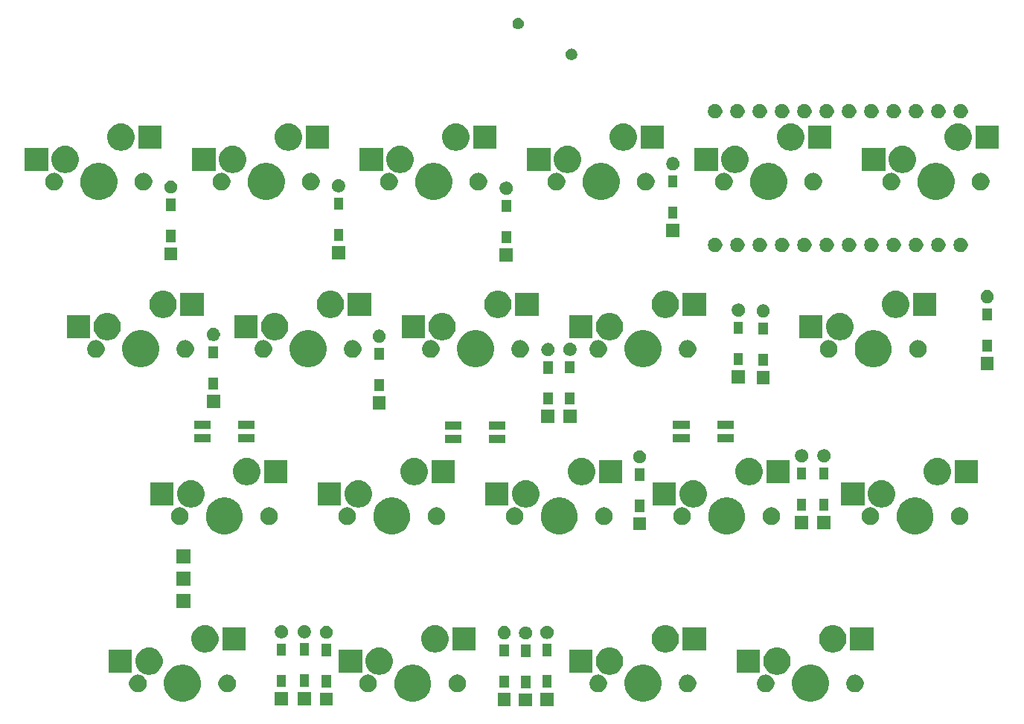
<source format=gbs>
G04 #@! TF.GenerationSoftware,KiCad,Pcbnew,(5.1.6-0-10_14)*
G04 #@! TF.CreationDate,2022-06-07T20:36:29+09:00*
G04 #@! TF.ProjectId,cool939,636f6f6c-3933-4392-9e6b-696361645f70,rev?*
G04 #@! TF.SameCoordinates,Original*
G04 #@! TF.FileFunction,Soldermask,Bot*
G04 #@! TF.FilePolarity,Negative*
%FSLAX46Y46*%
G04 Gerber Fmt 4.6, Leading zero omitted, Abs format (unit mm)*
G04 Created by KiCad (PCBNEW (5.1.6-0-10_14)) date 2022-06-07 20:36:29*
%MOMM*%
%LPD*%
G01*
G04 APERTURE LIST*
%ADD10C,0.100000*%
G04 APERTURE END LIST*
D10*
G36*
X230289500Y-59769500D02*
G01*
X228790500Y-59769500D01*
X228790500Y-58270500D01*
X230289500Y-58270500D01*
X230289500Y-59769500D01*
G37*
G36*
X227849500Y-59739500D02*
G01*
X226350500Y-59739500D01*
X226350500Y-58240500D01*
X227849500Y-58240500D01*
X227849500Y-59739500D01*
G37*
G36*
X232719500Y-59709500D02*
G01*
X231220500Y-59709500D01*
X231220500Y-58210500D01*
X232719500Y-58210500D01*
X232719500Y-59709500D01*
G37*
G36*
X207619500Y-59699500D02*
G01*
X206120500Y-59699500D01*
X206120500Y-58200500D01*
X207619500Y-58200500D01*
X207619500Y-59699500D01*
G37*
G36*
X202509500Y-59649500D02*
G01*
X201010500Y-59649500D01*
X201010500Y-58150500D01*
X202509500Y-58150500D01*
X202509500Y-59649500D01*
G37*
G36*
X205109500Y-59629500D02*
G01*
X203610500Y-59629500D01*
X203610500Y-58130500D01*
X205109500Y-58130500D01*
X205109500Y-59629500D01*
G37*
G36*
X217171536Y-55102827D02*
G01*
X217306839Y-55129740D01*
X217689197Y-55288118D01*
X218033310Y-55518047D01*
X218325953Y-55810690D01*
X218555882Y-56154803D01*
X218703797Y-56511900D01*
X218714260Y-56537162D01*
X218795000Y-56943068D01*
X218795000Y-57356932D01*
X218757392Y-57546000D01*
X218714260Y-57762839D01*
X218555882Y-58145197D01*
X218325953Y-58489310D01*
X218033310Y-58781953D01*
X217689197Y-59011882D01*
X217306839Y-59170260D01*
X217171536Y-59197173D01*
X216900932Y-59251000D01*
X216487068Y-59251000D01*
X216216464Y-59197173D01*
X216081161Y-59170260D01*
X215698803Y-59011882D01*
X215354690Y-58781953D01*
X215062047Y-58489310D01*
X214832118Y-58145197D01*
X214673740Y-57762839D01*
X214630608Y-57546000D01*
X214593000Y-57356932D01*
X214593000Y-56943068D01*
X214673740Y-56537162D01*
X214684204Y-56511900D01*
X214832118Y-56154803D01*
X215062047Y-55810690D01*
X215354690Y-55518047D01*
X215698803Y-55288118D01*
X216081161Y-55129740D01*
X216216464Y-55102827D01*
X216487068Y-55049000D01*
X216900932Y-55049000D01*
X217171536Y-55102827D01*
G37*
G36*
X190977536Y-55102827D02*
G01*
X191112839Y-55129740D01*
X191495197Y-55288118D01*
X191839310Y-55518047D01*
X192131953Y-55810690D01*
X192361882Y-56154803D01*
X192509797Y-56511900D01*
X192520260Y-56537162D01*
X192601000Y-56943068D01*
X192601000Y-57356932D01*
X192563392Y-57546000D01*
X192520260Y-57762839D01*
X192361882Y-58145197D01*
X192131953Y-58489310D01*
X191839310Y-58781953D01*
X191495197Y-59011882D01*
X191112839Y-59170260D01*
X190977536Y-59197173D01*
X190706932Y-59251000D01*
X190293068Y-59251000D01*
X190022464Y-59197173D01*
X189887161Y-59170260D01*
X189504803Y-59011882D01*
X189160690Y-58781953D01*
X188868047Y-58489310D01*
X188638118Y-58145197D01*
X188479740Y-57762839D01*
X188436608Y-57546000D01*
X188399000Y-57356932D01*
X188399000Y-56943068D01*
X188479740Y-56537162D01*
X188490204Y-56511900D01*
X188638118Y-56154803D01*
X188868047Y-55810690D01*
X189160690Y-55518047D01*
X189504803Y-55288118D01*
X189887161Y-55129740D01*
X190022464Y-55102827D01*
X190293068Y-55049000D01*
X190706932Y-55049000D01*
X190977536Y-55102827D01*
G37*
G36*
X243365036Y-55102827D02*
G01*
X243500339Y-55129740D01*
X243882697Y-55288118D01*
X244226810Y-55518047D01*
X244519453Y-55810690D01*
X244749382Y-56154803D01*
X244897297Y-56511900D01*
X244907760Y-56537162D01*
X244988500Y-56943068D01*
X244988500Y-57356932D01*
X244950892Y-57546000D01*
X244907760Y-57762839D01*
X244749382Y-58145197D01*
X244519453Y-58489310D01*
X244226810Y-58781953D01*
X243882697Y-59011882D01*
X243500339Y-59170260D01*
X243365036Y-59197173D01*
X243094432Y-59251000D01*
X242680568Y-59251000D01*
X242409964Y-59197173D01*
X242274661Y-59170260D01*
X241892303Y-59011882D01*
X241548190Y-58781953D01*
X241255547Y-58489310D01*
X241025618Y-58145197D01*
X240867240Y-57762839D01*
X240824108Y-57546000D01*
X240786500Y-57356932D01*
X240786500Y-56943068D01*
X240867240Y-56537162D01*
X240877704Y-56511900D01*
X241025618Y-56154803D01*
X241255547Y-55810690D01*
X241548190Y-55518047D01*
X241892303Y-55288118D01*
X242274661Y-55129740D01*
X242409964Y-55102827D01*
X242680568Y-55049000D01*
X243094432Y-55049000D01*
X243365036Y-55102827D01*
G37*
G36*
X262415036Y-55102827D02*
G01*
X262550339Y-55129740D01*
X262932697Y-55288118D01*
X263276810Y-55518047D01*
X263569453Y-55810690D01*
X263799382Y-56154803D01*
X263947297Y-56511900D01*
X263957760Y-56537162D01*
X264038500Y-56943068D01*
X264038500Y-57356932D01*
X264000892Y-57546000D01*
X263957760Y-57762839D01*
X263799382Y-58145197D01*
X263569453Y-58489310D01*
X263276810Y-58781953D01*
X262932697Y-59011882D01*
X262550339Y-59170260D01*
X262415036Y-59197173D01*
X262144432Y-59251000D01*
X261730568Y-59251000D01*
X261459964Y-59197173D01*
X261324661Y-59170260D01*
X260942303Y-59011882D01*
X260598190Y-58781953D01*
X260305547Y-58489310D01*
X260075618Y-58145197D01*
X259917240Y-57762839D01*
X259874108Y-57546000D01*
X259836500Y-57356932D01*
X259836500Y-56943068D01*
X259917240Y-56537162D01*
X259927704Y-56511900D01*
X260075618Y-56154803D01*
X260305547Y-55810690D01*
X260598190Y-55518047D01*
X260942303Y-55288118D01*
X261324661Y-55129740D01*
X261459964Y-55102827D01*
X261730568Y-55049000D01*
X262144432Y-55049000D01*
X262415036Y-55102827D01*
G37*
G36*
X256985264Y-56154803D02*
G01*
X257149481Y-56187468D01*
X257331651Y-56262926D01*
X257495600Y-56372473D01*
X257635027Y-56511900D01*
X257744574Y-56675849D01*
X257820032Y-56858019D01*
X257858500Y-57051410D01*
X257858500Y-57248590D01*
X257820032Y-57441981D01*
X257744574Y-57624151D01*
X257635027Y-57788100D01*
X257495600Y-57927527D01*
X257331651Y-58037074D01*
X257149481Y-58112532D01*
X257059150Y-58130500D01*
X256956091Y-58151000D01*
X256758909Y-58151000D01*
X256655850Y-58130500D01*
X256565519Y-58112532D01*
X256383349Y-58037074D01*
X256219400Y-57927527D01*
X256079973Y-57788100D01*
X255970426Y-57624151D01*
X255894968Y-57441981D01*
X255856500Y-57248590D01*
X255856500Y-57051410D01*
X255894968Y-56858019D01*
X255970426Y-56675849D01*
X256079973Y-56511900D01*
X256219400Y-56372473D01*
X256383349Y-56262926D01*
X256565519Y-56187468D01*
X256729736Y-56154803D01*
X256758909Y-56149000D01*
X256956091Y-56149000D01*
X256985264Y-56154803D01*
G37*
G36*
X248095264Y-56154803D02*
G01*
X248259481Y-56187468D01*
X248441651Y-56262926D01*
X248605600Y-56372473D01*
X248745027Y-56511900D01*
X248854574Y-56675849D01*
X248930032Y-56858019D01*
X248968500Y-57051410D01*
X248968500Y-57248590D01*
X248930032Y-57441981D01*
X248854574Y-57624151D01*
X248745027Y-57788100D01*
X248605600Y-57927527D01*
X248441651Y-58037074D01*
X248259481Y-58112532D01*
X248169150Y-58130500D01*
X248066091Y-58151000D01*
X247868909Y-58151000D01*
X247765850Y-58130500D01*
X247675519Y-58112532D01*
X247493349Y-58037074D01*
X247329400Y-57927527D01*
X247189973Y-57788100D01*
X247080426Y-57624151D01*
X247004968Y-57441981D01*
X246966500Y-57248590D01*
X246966500Y-57051410D01*
X247004968Y-56858019D01*
X247080426Y-56675849D01*
X247189973Y-56511900D01*
X247329400Y-56372473D01*
X247493349Y-56262926D01*
X247675519Y-56187468D01*
X247839736Y-56154803D01*
X247868909Y-56149000D01*
X248066091Y-56149000D01*
X248095264Y-56154803D01*
G37*
G36*
X237935264Y-56154803D02*
G01*
X238099481Y-56187468D01*
X238281651Y-56262926D01*
X238445600Y-56372473D01*
X238585027Y-56511900D01*
X238694574Y-56675849D01*
X238770032Y-56858019D01*
X238808500Y-57051410D01*
X238808500Y-57248590D01*
X238770032Y-57441981D01*
X238694574Y-57624151D01*
X238585027Y-57788100D01*
X238445600Y-57927527D01*
X238281651Y-58037074D01*
X238099481Y-58112532D01*
X238009150Y-58130500D01*
X237906091Y-58151000D01*
X237708909Y-58151000D01*
X237605850Y-58130500D01*
X237515519Y-58112532D01*
X237333349Y-58037074D01*
X237169400Y-57927527D01*
X237029973Y-57788100D01*
X236920426Y-57624151D01*
X236844968Y-57441981D01*
X236806500Y-57248590D01*
X236806500Y-57051410D01*
X236844968Y-56858019D01*
X236920426Y-56675849D01*
X237029973Y-56511900D01*
X237169400Y-56372473D01*
X237333349Y-56262926D01*
X237515519Y-56187468D01*
X237679736Y-56154803D01*
X237708909Y-56149000D01*
X237906091Y-56149000D01*
X237935264Y-56154803D01*
G37*
G36*
X221901764Y-56154803D02*
G01*
X222065981Y-56187468D01*
X222248151Y-56262926D01*
X222412100Y-56372473D01*
X222551527Y-56511900D01*
X222661074Y-56675849D01*
X222736532Y-56858019D01*
X222775000Y-57051410D01*
X222775000Y-57248590D01*
X222736532Y-57441981D01*
X222661074Y-57624151D01*
X222551527Y-57788100D01*
X222412100Y-57927527D01*
X222248151Y-58037074D01*
X222065981Y-58112532D01*
X221975650Y-58130500D01*
X221872591Y-58151000D01*
X221675409Y-58151000D01*
X221572350Y-58130500D01*
X221482019Y-58112532D01*
X221299849Y-58037074D01*
X221135900Y-57927527D01*
X220996473Y-57788100D01*
X220886926Y-57624151D01*
X220811468Y-57441981D01*
X220773000Y-57248590D01*
X220773000Y-57051410D01*
X220811468Y-56858019D01*
X220886926Y-56675849D01*
X220996473Y-56511900D01*
X221135900Y-56372473D01*
X221299849Y-56262926D01*
X221482019Y-56187468D01*
X221646236Y-56154803D01*
X221675409Y-56149000D01*
X221872591Y-56149000D01*
X221901764Y-56154803D01*
G37*
G36*
X211741764Y-56154803D02*
G01*
X211905981Y-56187468D01*
X212088151Y-56262926D01*
X212252100Y-56372473D01*
X212391527Y-56511900D01*
X212501074Y-56675849D01*
X212576532Y-56858019D01*
X212615000Y-57051410D01*
X212615000Y-57248590D01*
X212576532Y-57441981D01*
X212501074Y-57624151D01*
X212391527Y-57788100D01*
X212252100Y-57927527D01*
X212088151Y-58037074D01*
X211905981Y-58112532D01*
X211815650Y-58130500D01*
X211712591Y-58151000D01*
X211515409Y-58151000D01*
X211412350Y-58130500D01*
X211322019Y-58112532D01*
X211139849Y-58037074D01*
X210975900Y-57927527D01*
X210836473Y-57788100D01*
X210726926Y-57624151D01*
X210651468Y-57441981D01*
X210613000Y-57248590D01*
X210613000Y-57051410D01*
X210651468Y-56858019D01*
X210726926Y-56675849D01*
X210836473Y-56511900D01*
X210975900Y-56372473D01*
X211139849Y-56262926D01*
X211322019Y-56187468D01*
X211486236Y-56154803D01*
X211515409Y-56149000D01*
X211712591Y-56149000D01*
X211741764Y-56154803D01*
G37*
G36*
X195707764Y-56154803D02*
G01*
X195871981Y-56187468D01*
X196054151Y-56262926D01*
X196218100Y-56372473D01*
X196357527Y-56511900D01*
X196467074Y-56675849D01*
X196542532Y-56858019D01*
X196581000Y-57051410D01*
X196581000Y-57248590D01*
X196542532Y-57441981D01*
X196467074Y-57624151D01*
X196357527Y-57788100D01*
X196218100Y-57927527D01*
X196054151Y-58037074D01*
X195871981Y-58112532D01*
X195781650Y-58130500D01*
X195678591Y-58151000D01*
X195481409Y-58151000D01*
X195378350Y-58130500D01*
X195288019Y-58112532D01*
X195105849Y-58037074D01*
X194941900Y-57927527D01*
X194802473Y-57788100D01*
X194692926Y-57624151D01*
X194617468Y-57441981D01*
X194579000Y-57248590D01*
X194579000Y-57051410D01*
X194617468Y-56858019D01*
X194692926Y-56675849D01*
X194802473Y-56511900D01*
X194941900Y-56372473D01*
X195105849Y-56262926D01*
X195288019Y-56187468D01*
X195452236Y-56154803D01*
X195481409Y-56149000D01*
X195678591Y-56149000D01*
X195707764Y-56154803D01*
G37*
G36*
X185547764Y-56154803D02*
G01*
X185711981Y-56187468D01*
X185894151Y-56262926D01*
X186058100Y-56372473D01*
X186197527Y-56511900D01*
X186307074Y-56675849D01*
X186382532Y-56858019D01*
X186421000Y-57051410D01*
X186421000Y-57248590D01*
X186382532Y-57441981D01*
X186307074Y-57624151D01*
X186197527Y-57788100D01*
X186058100Y-57927527D01*
X185894151Y-58037074D01*
X185711981Y-58112532D01*
X185621650Y-58130500D01*
X185518591Y-58151000D01*
X185321409Y-58151000D01*
X185218350Y-58130500D01*
X185128019Y-58112532D01*
X184945849Y-58037074D01*
X184781900Y-57927527D01*
X184642473Y-57788100D01*
X184532926Y-57624151D01*
X184457468Y-57441981D01*
X184419000Y-57248590D01*
X184419000Y-57051410D01*
X184457468Y-56858019D01*
X184532926Y-56675849D01*
X184642473Y-56511900D01*
X184781900Y-56372473D01*
X184945849Y-56262926D01*
X185128019Y-56187468D01*
X185292236Y-56154803D01*
X185321409Y-56149000D01*
X185518591Y-56149000D01*
X185547764Y-56154803D01*
G37*
G36*
X267145264Y-56154803D02*
G01*
X267309481Y-56187468D01*
X267491651Y-56262926D01*
X267655600Y-56372473D01*
X267795027Y-56511900D01*
X267904574Y-56675849D01*
X267980032Y-56858019D01*
X268018500Y-57051410D01*
X268018500Y-57248590D01*
X267980032Y-57441981D01*
X267904574Y-57624151D01*
X267795027Y-57788100D01*
X267655600Y-57927527D01*
X267491651Y-58037074D01*
X267309481Y-58112532D01*
X267219150Y-58130500D01*
X267116091Y-58151000D01*
X266918909Y-58151000D01*
X266815850Y-58130500D01*
X266725519Y-58112532D01*
X266543349Y-58037074D01*
X266379400Y-57927527D01*
X266239973Y-57788100D01*
X266130426Y-57624151D01*
X266054968Y-57441981D01*
X266016500Y-57248590D01*
X266016500Y-57051410D01*
X266054968Y-56858019D01*
X266130426Y-56675849D01*
X266239973Y-56511900D01*
X266379400Y-56372473D01*
X266543349Y-56262926D01*
X266725519Y-56187468D01*
X266889736Y-56154803D01*
X266918909Y-56149000D01*
X267116091Y-56149000D01*
X267145264Y-56154803D01*
G37*
G36*
X230066000Y-57686000D02*
G01*
X229014000Y-57686000D01*
X229014000Y-56284000D01*
X230066000Y-56284000D01*
X230066000Y-57686000D01*
G37*
G36*
X227626000Y-57656000D02*
G01*
X226574000Y-57656000D01*
X226574000Y-56254000D01*
X227626000Y-56254000D01*
X227626000Y-57656000D01*
G37*
G36*
X232496000Y-57626000D02*
G01*
X231444000Y-57626000D01*
X231444000Y-56224000D01*
X232496000Y-56224000D01*
X232496000Y-57626000D01*
G37*
G36*
X207396000Y-57616000D02*
G01*
X206344000Y-57616000D01*
X206344000Y-56214000D01*
X207396000Y-56214000D01*
X207396000Y-57616000D01*
G37*
G36*
X202286000Y-57566000D02*
G01*
X201234000Y-57566000D01*
X201234000Y-56164000D01*
X202286000Y-56164000D01*
X202286000Y-57566000D01*
G37*
G36*
X204886000Y-57546000D02*
G01*
X203834000Y-57546000D01*
X203834000Y-56144000D01*
X204886000Y-56144000D01*
X204886000Y-57546000D01*
G37*
G36*
X258430085Y-53088802D02*
G01*
X258579910Y-53118604D01*
X258862174Y-53235521D01*
X259116205Y-53405259D01*
X259332241Y-53621295D01*
X259501979Y-53875326D01*
X259618896Y-54157590D01*
X259678500Y-54457240D01*
X259678500Y-54762760D01*
X259618896Y-55062410D01*
X259501979Y-55344674D01*
X259332241Y-55598705D01*
X259116205Y-55814741D01*
X258862174Y-55984479D01*
X258579910Y-56101396D01*
X258430085Y-56131198D01*
X258280261Y-56161000D01*
X257974739Y-56161000D01*
X257824915Y-56131198D01*
X257675090Y-56101396D01*
X257392826Y-55984479D01*
X257138795Y-55814741D01*
X256922759Y-55598705D01*
X256753021Y-55344674D01*
X256636104Y-55062410D01*
X256576500Y-54762760D01*
X256576500Y-54457240D01*
X256636104Y-54157590D01*
X256753021Y-53875326D01*
X256922759Y-53621295D01*
X257138795Y-53405259D01*
X257392826Y-53235521D01*
X257675090Y-53118604D01*
X257824915Y-53088802D01*
X257974739Y-53059000D01*
X258280261Y-53059000D01*
X258430085Y-53088802D01*
G37*
G36*
X213186585Y-53088802D02*
G01*
X213336410Y-53118604D01*
X213618674Y-53235521D01*
X213872705Y-53405259D01*
X214088741Y-53621295D01*
X214258479Y-53875326D01*
X214375396Y-54157590D01*
X214435000Y-54457240D01*
X214435000Y-54762760D01*
X214375396Y-55062410D01*
X214258479Y-55344674D01*
X214088741Y-55598705D01*
X213872705Y-55814741D01*
X213618674Y-55984479D01*
X213336410Y-56101396D01*
X213186585Y-56131198D01*
X213036761Y-56161000D01*
X212731239Y-56161000D01*
X212581415Y-56131198D01*
X212431590Y-56101396D01*
X212149326Y-55984479D01*
X211895295Y-55814741D01*
X211679259Y-55598705D01*
X211509521Y-55344674D01*
X211392604Y-55062410D01*
X211333000Y-54762760D01*
X211333000Y-54457240D01*
X211392604Y-54157590D01*
X211509521Y-53875326D01*
X211679259Y-53621295D01*
X211895295Y-53405259D01*
X212149326Y-53235521D01*
X212431590Y-53118604D01*
X212581415Y-53088802D01*
X212731239Y-53059000D01*
X213036761Y-53059000D01*
X213186585Y-53088802D01*
G37*
G36*
X186992585Y-53088802D02*
G01*
X187142410Y-53118604D01*
X187424674Y-53235521D01*
X187678705Y-53405259D01*
X187894741Y-53621295D01*
X188064479Y-53875326D01*
X188181396Y-54157590D01*
X188241000Y-54457240D01*
X188241000Y-54762760D01*
X188181396Y-55062410D01*
X188064479Y-55344674D01*
X187894741Y-55598705D01*
X187678705Y-55814741D01*
X187424674Y-55984479D01*
X187142410Y-56101396D01*
X186992585Y-56131198D01*
X186842761Y-56161000D01*
X186537239Y-56161000D01*
X186387415Y-56131198D01*
X186237590Y-56101396D01*
X185955326Y-55984479D01*
X185701295Y-55814741D01*
X185485259Y-55598705D01*
X185315521Y-55344674D01*
X185198604Y-55062410D01*
X185139000Y-54762760D01*
X185139000Y-54457240D01*
X185198604Y-54157590D01*
X185315521Y-53875326D01*
X185485259Y-53621295D01*
X185701295Y-53405259D01*
X185955326Y-53235521D01*
X186237590Y-53118604D01*
X186387415Y-53088802D01*
X186537239Y-53059000D01*
X186842761Y-53059000D01*
X186992585Y-53088802D01*
G37*
G36*
X239380085Y-53088802D02*
G01*
X239529910Y-53118604D01*
X239812174Y-53235521D01*
X240066205Y-53405259D01*
X240282241Y-53621295D01*
X240451979Y-53875326D01*
X240568896Y-54157590D01*
X240628500Y-54457240D01*
X240628500Y-54762760D01*
X240568896Y-55062410D01*
X240451979Y-55344674D01*
X240282241Y-55598705D01*
X240066205Y-55814741D01*
X239812174Y-55984479D01*
X239529910Y-56101396D01*
X239380085Y-56131198D01*
X239230261Y-56161000D01*
X238924739Y-56161000D01*
X238774915Y-56131198D01*
X238625090Y-56101396D01*
X238342826Y-55984479D01*
X238088795Y-55814741D01*
X237872759Y-55598705D01*
X237703021Y-55344674D01*
X237586104Y-55062410D01*
X237526500Y-54762760D01*
X237526500Y-54457240D01*
X237586104Y-54157590D01*
X237703021Y-53875326D01*
X237872759Y-53621295D01*
X238088795Y-53405259D01*
X238342826Y-53235521D01*
X238625090Y-53118604D01*
X238774915Y-53088802D01*
X238924739Y-53059000D01*
X239230261Y-53059000D01*
X239380085Y-53088802D01*
G37*
G36*
X256178500Y-55911000D02*
G01*
X253526500Y-55911000D01*
X253526500Y-53309000D01*
X256178500Y-53309000D01*
X256178500Y-55911000D01*
G37*
G36*
X210935000Y-55911000D02*
G01*
X208283000Y-55911000D01*
X208283000Y-53309000D01*
X210935000Y-53309000D01*
X210935000Y-55911000D01*
G37*
G36*
X184741000Y-55911000D02*
G01*
X182089000Y-55911000D01*
X182089000Y-53309000D01*
X184741000Y-53309000D01*
X184741000Y-55911000D01*
G37*
G36*
X237128500Y-55911000D02*
G01*
X234476500Y-55911000D01*
X234476500Y-53309000D01*
X237128500Y-53309000D01*
X237128500Y-55911000D01*
G37*
G36*
X230066000Y-54136000D02*
G01*
X229014000Y-54136000D01*
X229014000Y-52734000D01*
X230066000Y-52734000D01*
X230066000Y-54136000D01*
G37*
G36*
X227626000Y-54106000D02*
G01*
X226574000Y-54106000D01*
X226574000Y-52704000D01*
X227626000Y-52704000D01*
X227626000Y-54106000D01*
G37*
G36*
X232496000Y-54076000D02*
G01*
X231444000Y-54076000D01*
X231444000Y-52674000D01*
X232496000Y-52674000D01*
X232496000Y-54076000D01*
G37*
G36*
X207396000Y-54066000D02*
G01*
X206344000Y-54066000D01*
X206344000Y-52664000D01*
X207396000Y-52664000D01*
X207396000Y-54066000D01*
G37*
G36*
X202286000Y-54016000D02*
G01*
X201234000Y-54016000D01*
X201234000Y-52614000D01*
X202286000Y-52614000D01*
X202286000Y-54016000D01*
G37*
G36*
X204886000Y-53996000D02*
G01*
X203834000Y-53996000D01*
X203834000Y-52594000D01*
X204886000Y-52594000D01*
X204886000Y-53996000D01*
G37*
G36*
X264780085Y-50548802D02*
G01*
X264929910Y-50578604D01*
X265212174Y-50695521D01*
X265466205Y-50865259D01*
X265682241Y-51081295D01*
X265851979Y-51335326D01*
X265968896Y-51617590D01*
X266028500Y-51917240D01*
X266028500Y-52222760D01*
X265968896Y-52522410D01*
X265851979Y-52804674D01*
X265682241Y-53058705D01*
X265466205Y-53274741D01*
X265212174Y-53444479D01*
X264929910Y-53561396D01*
X264780085Y-53591198D01*
X264630261Y-53621000D01*
X264324739Y-53621000D01*
X264174915Y-53591198D01*
X264025090Y-53561396D01*
X263742826Y-53444479D01*
X263488795Y-53274741D01*
X263272759Y-53058705D01*
X263103021Y-52804674D01*
X262986104Y-52522410D01*
X262926500Y-52222760D01*
X262926500Y-51917240D01*
X262986104Y-51617590D01*
X263103021Y-51335326D01*
X263272759Y-51081295D01*
X263488795Y-50865259D01*
X263742826Y-50695521D01*
X264025090Y-50578604D01*
X264174915Y-50548802D01*
X264324739Y-50519000D01*
X264630261Y-50519000D01*
X264780085Y-50548802D01*
G37*
G36*
X245730085Y-50548802D02*
G01*
X245879910Y-50578604D01*
X246162174Y-50695521D01*
X246416205Y-50865259D01*
X246632241Y-51081295D01*
X246801979Y-51335326D01*
X246918896Y-51617590D01*
X246978500Y-51917240D01*
X246978500Y-52222760D01*
X246918896Y-52522410D01*
X246801979Y-52804674D01*
X246632241Y-53058705D01*
X246416205Y-53274741D01*
X246162174Y-53444479D01*
X245879910Y-53561396D01*
X245730085Y-53591198D01*
X245580261Y-53621000D01*
X245274739Y-53621000D01*
X245124915Y-53591198D01*
X244975090Y-53561396D01*
X244692826Y-53444479D01*
X244438795Y-53274741D01*
X244222759Y-53058705D01*
X244053021Y-52804674D01*
X243936104Y-52522410D01*
X243876500Y-52222760D01*
X243876500Y-51917240D01*
X243936104Y-51617590D01*
X244053021Y-51335326D01*
X244222759Y-51081295D01*
X244438795Y-50865259D01*
X244692826Y-50695521D01*
X244975090Y-50578604D01*
X245124915Y-50548802D01*
X245274739Y-50519000D01*
X245580261Y-50519000D01*
X245730085Y-50548802D01*
G37*
G36*
X219536585Y-50548802D02*
G01*
X219686410Y-50578604D01*
X219968674Y-50695521D01*
X220222705Y-50865259D01*
X220438741Y-51081295D01*
X220608479Y-51335326D01*
X220725396Y-51617590D01*
X220785000Y-51917240D01*
X220785000Y-52222760D01*
X220725396Y-52522410D01*
X220608479Y-52804674D01*
X220438741Y-53058705D01*
X220222705Y-53274741D01*
X219968674Y-53444479D01*
X219686410Y-53561396D01*
X219536585Y-53591198D01*
X219386761Y-53621000D01*
X219081239Y-53621000D01*
X218931415Y-53591198D01*
X218781590Y-53561396D01*
X218499326Y-53444479D01*
X218245295Y-53274741D01*
X218029259Y-53058705D01*
X217859521Y-52804674D01*
X217742604Y-52522410D01*
X217683000Y-52222760D01*
X217683000Y-51917240D01*
X217742604Y-51617590D01*
X217859521Y-51335326D01*
X218029259Y-51081295D01*
X218245295Y-50865259D01*
X218499326Y-50695521D01*
X218781590Y-50578604D01*
X218931415Y-50548802D01*
X219081239Y-50519000D01*
X219386761Y-50519000D01*
X219536585Y-50548802D01*
G37*
G36*
X193342585Y-50548802D02*
G01*
X193492410Y-50578604D01*
X193774674Y-50695521D01*
X194028705Y-50865259D01*
X194244741Y-51081295D01*
X194414479Y-51335326D01*
X194531396Y-51617590D01*
X194591000Y-51917240D01*
X194591000Y-52222760D01*
X194531396Y-52522410D01*
X194414479Y-52804674D01*
X194244741Y-53058705D01*
X194028705Y-53274741D01*
X193774674Y-53444479D01*
X193492410Y-53561396D01*
X193342585Y-53591198D01*
X193192761Y-53621000D01*
X192887239Y-53621000D01*
X192737415Y-53591198D01*
X192587590Y-53561396D01*
X192305326Y-53444479D01*
X192051295Y-53274741D01*
X191835259Y-53058705D01*
X191665521Y-52804674D01*
X191548604Y-52522410D01*
X191489000Y-52222760D01*
X191489000Y-51917240D01*
X191548604Y-51617590D01*
X191665521Y-51335326D01*
X191835259Y-51081295D01*
X192051295Y-50865259D01*
X192305326Y-50695521D01*
X192587590Y-50578604D01*
X192737415Y-50548802D01*
X192887239Y-50519000D01*
X193192761Y-50519000D01*
X193342585Y-50548802D01*
G37*
G36*
X269105500Y-53371000D02*
G01*
X266453500Y-53371000D01*
X266453500Y-50769000D01*
X269105500Y-50769000D01*
X269105500Y-53371000D01*
G37*
G36*
X250055500Y-53371000D02*
G01*
X247403500Y-53371000D01*
X247403500Y-50769000D01*
X250055500Y-50769000D01*
X250055500Y-53371000D01*
G37*
G36*
X223862000Y-53371000D02*
G01*
X221210000Y-53371000D01*
X221210000Y-50769000D01*
X223862000Y-50769000D01*
X223862000Y-53371000D01*
G37*
G36*
X197668000Y-53371000D02*
G01*
X195016000Y-53371000D01*
X195016000Y-50769000D01*
X197668000Y-50769000D01*
X197668000Y-53371000D01*
G37*
G36*
X229634425Y-50654599D02*
G01*
X229758621Y-50679302D01*
X229895022Y-50735801D01*
X230017779Y-50817825D01*
X230122175Y-50922221D01*
X230204199Y-51044978D01*
X230260698Y-51181379D01*
X230289500Y-51326181D01*
X230289500Y-51473819D01*
X230260698Y-51618621D01*
X230204199Y-51755022D01*
X230122175Y-51877779D01*
X230017779Y-51982175D01*
X229895022Y-52064199D01*
X229758621Y-52120698D01*
X229634425Y-52145401D01*
X229613820Y-52149500D01*
X229466180Y-52149500D01*
X229445575Y-52145401D01*
X229321379Y-52120698D01*
X229184978Y-52064199D01*
X229062221Y-51982175D01*
X228957825Y-51877779D01*
X228875801Y-51755022D01*
X228819302Y-51618621D01*
X228790500Y-51473819D01*
X228790500Y-51326181D01*
X228819302Y-51181379D01*
X228875801Y-51044978D01*
X228957825Y-50922221D01*
X229062221Y-50817825D01*
X229184978Y-50735801D01*
X229321379Y-50679302D01*
X229445575Y-50654599D01*
X229466180Y-50650500D01*
X229613820Y-50650500D01*
X229634425Y-50654599D01*
G37*
G36*
X227194425Y-50624599D02*
G01*
X227318621Y-50649302D01*
X227455022Y-50705801D01*
X227577779Y-50787825D01*
X227682175Y-50892221D01*
X227764199Y-51014978D01*
X227820698Y-51151379D01*
X227849500Y-51296181D01*
X227849500Y-51443819D01*
X227820698Y-51588621D01*
X227764199Y-51725022D01*
X227682175Y-51847779D01*
X227577779Y-51952175D01*
X227455022Y-52034199D01*
X227318621Y-52090698D01*
X227194425Y-52115401D01*
X227173820Y-52119500D01*
X227026180Y-52119500D01*
X227005575Y-52115401D01*
X226881379Y-52090698D01*
X226744978Y-52034199D01*
X226622221Y-51952175D01*
X226517825Y-51847779D01*
X226435801Y-51725022D01*
X226379302Y-51588621D01*
X226350500Y-51443819D01*
X226350500Y-51296181D01*
X226379302Y-51151379D01*
X226435801Y-51014978D01*
X226517825Y-50892221D01*
X226622221Y-50787825D01*
X226744978Y-50705801D01*
X226881379Y-50649302D01*
X227005575Y-50624599D01*
X227026180Y-50620500D01*
X227173820Y-50620500D01*
X227194425Y-50624599D01*
G37*
G36*
X232064425Y-50594599D02*
G01*
X232188621Y-50619302D01*
X232325022Y-50675801D01*
X232447779Y-50757825D01*
X232552175Y-50862221D01*
X232634199Y-50984978D01*
X232690698Y-51121379D01*
X232719500Y-51266181D01*
X232719500Y-51413819D01*
X232690698Y-51558621D01*
X232634199Y-51695022D01*
X232552175Y-51817779D01*
X232447779Y-51922175D01*
X232325022Y-52004199D01*
X232188621Y-52060698D01*
X232064425Y-52085401D01*
X232043820Y-52089500D01*
X231896180Y-52089500D01*
X231875575Y-52085401D01*
X231751379Y-52060698D01*
X231614978Y-52004199D01*
X231492221Y-51922175D01*
X231387825Y-51817779D01*
X231305801Y-51695022D01*
X231249302Y-51558621D01*
X231220500Y-51413819D01*
X231220500Y-51266181D01*
X231249302Y-51121379D01*
X231305801Y-50984978D01*
X231387825Y-50862221D01*
X231492221Y-50757825D01*
X231614978Y-50675801D01*
X231751379Y-50619302D01*
X231875575Y-50594599D01*
X231896180Y-50590500D01*
X232043820Y-50590500D01*
X232064425Y-50594599D01*
G37*
G36*
X206964425Y-50584599D02*
G01*
X207088621Y-50609302D01*
X207225022Y-50665801D01*
X207347779Y-50747825D01*
X207452175Y-50852221D01*
X207534199Y-50974978D01*
X207590698Y-51111379D01*
X207619500Y-51256181D01*
X207619500Y-51403819D01*
X207590698Y-51548621D01*
X207534199Y-51685022D01*
X207452175Y-51807779D01*
X207347779Y-51912175D01*
X207225022Y-51994199D01*
X207088621Y-52050698D01*
X206964425Y-52075401D01*
X206943820Y-52079500D01*
X206796180Y-52079500D01*
X206775575Y-52075401D01*
X206651379Y-52050698D01*
X206514978Y-51994199D01*
X206392221Y-51912175D01*
X206287825Y-51807779D01*
X206205801Y-51685022D01*
X206149302Y-51548621D01*
X206120500Y-51403819D01*
X206120500Y-51256181D01*
X206149302Y-51111379D01*
X206205801Y-50974978D01*
X206287825Y-50852221D01*
X206392221Y-50747825D01*
X206514978Y-50665801D01*
X206651379Y-50609302D01*
X206775575Y-50584599D01*
X206796180Y-50580500D01*
X206943820Y-50580500D01*
X206964425Y-50584599D01*
G37*
G36*
X201854425Y-50534599D02*
G01*
X201978621Y-50559302D01*
X202115022Y-50615801D01*
X202237779Y-50697825D01*
X202342175Y-50802221D01*
X202424199Y-50924978D01*
X202480698Y-51061379D01*
X202509500Y-51206181D01*
X202509500Y-51353819D01*
X202480698Y-51498621D01*
X202424199Y-51635022D01*
X202342175Y-51757779D01*
X202237779Y-51862175D01*
X202115022Y-51944199D01*
X201978621Y-52000698D01*
X201854425Y-52025401D01*
X201833820Y-52029500D01*
X201686180Y-52029500D01*
X201665575Y-52025401D01*
X201541379Y-52000698D01*
X201404978Y-51944199D01*
X201282221Y-51862175D01*
X201177825Y-51757779D01*
X201095801Y-51635022D01*
X201039302Y-51498621D01*
X201010500Y-51353819D01*
X201010500Y-51206181D01*
X201039302Y-51061379D01*
X201095801Y-50924978D01*
X201177825Y-50802221D01*
X201282221Y-50697825D01*
X201404978Y-50615801D01*
X201541379Y-50559302D01*
X201665575Y-50534599D01*
X201686180Y-50530500D01*
X201833820Y-50530500D01*
X201854425Y-50534599D01*
G37*
G36*
X204454425Y-50514599D02*
G01*
X204578621Y-50539302D01*
X204715022Y-50595801D01*
X204837779Y-50677825D01*
X204942175Y-50782221D01*
X205024199Y-50904978D01*
X205080698Y-51041379D01*
X205109500Y-51186181D01*
X205109500Y-51333819D01*
X205080698Y-51478621D01*
X205024199Y-51615022D01*
X204942175Y-51737779D01*
X204837779Y-51842175D01*
X204715022Y-51924199D01*
X204578621Y-51980698D01*
X204454425Y-52005401D01*
X204433820Y-52009500D01*
X204286180Y-52009500D01*
X204265575Y-52005401D01*
X204141379Y-51980698D01*
X204004978Y-51924199D01*
X203882221Y-51842175D01*
X203777825Y-51737779D01*
X203695801Y-51615022D01*
X203639302Y-51478621D01*
X203610500Y-51333819D01*
X203610500Y-51186181D01*
X203639302Y-51041379D01*
X203695801Y-50904978D01*
X203777825Y-50782221D01*
X203882221Y-50677825D01*
X204004978Y-50595801D01*
X204141379Y-50539302D01*
X204265575Y-50514599D01*
X204286180Y-50510500D01*
X204433820Y-50510500D01*
X204454425Y-50514599D01*
G37*
G36*
X191443000Y-48553000D02*
G01*
X189817000Y-48553000D01*
X189817000Y-46927000D01*
X191443000Y-46927000D01*
X191443000Y-48553000D01*
G37*
G36*
X191443000Y-46013000D02*
G01*
X189817000Y-46013000D01*
X189817000Y-44387000D01*
X191443000Y-44387000D01*
X191443000Y-46013000D01*
G37*
G36*
X191443000Y-43473000D02*
G01*
X189817000Y-43473000D01*
X189817000Y-41847000D01*
X191443000Y-41847000D01*
X191443000Y-43473000D01*
G37*
G36*
X252890036Y-36052827D02*
G01*
X253025339Y-36079740D01*
X253295706Y-36191730D01*
X253397756Y-36234000D01*
X253407697Y-36238118D01*
X253751810Y-36468047D01*
X254044453Y-36760690D01*
X254274382Y-37104803D01*
X254422297Y-37461900D01*
X254432760Y-37487162D01*
X254513500Y-37893068D01*
X254513500Y-38306932D01*
X254460347Y-38574149D01*
X254432760Y-38712839D01*
X254274382Y-39095197D01*
X254044453Y-39439310D01*
X253751810Y-39731953D01*
X253407697Y-39961882D01*
X253025339Y-40120260D01*
X252890036Y-40147173D01*
X252619432Y-40201000D01*
X252205568Y-40201000D01*
X251934964Y-40147173D01*
X251799661Y-40120260D01*
X251417303Y-39961882D01*
X251073190Y-39731953D01*
X250780547Y-39439310D01*
X250550618Y-39095197D01*
X250392240Y-38712839D01*
X250364653Y-38574149D01*
X250311500Y-38306932D01*
X250311500Y-37893068D01*
X250392240Y-37487162D01*
X250402704Y-37461900D01*
X250550618Y-37104803D01*
X250780547Y-36760690D01*
X251073190Y-36468047D01*
X251417303Y-36238118D01*
X251427245Y-36234000D01*
X251529294Y-36191730D01*
X251799661Y-36079740D01*
X251934964Y-36052827D01*
X252205568Y-35999000D01*
X252619432Y-35999000D01*
X252890036Y-36052827D01*
G37*
G36*
X274321036Y-36052827D02*
G01*
X274456339Y-36079740D01*
X274726706Y-36191730D01*
X274828756Y-36234000D01*
X274838697Y-36238118D01*
X275182810Y-36468047D01*
X275475453Y-36760690D01*
X275705382Y-37104803D01*
X275853297Y-37461900D01*
X275863760Y-37487162D01*
X275944500Y-37893068D01*
X275944500Y-38306932D01*
X275891347Y-38574149D01*
X275863760Y-38712839D01*
X275705382Y-39095197D01*
X275475453Y-39439310D01*
X275182810Y-39731953D01*
X274838697Y-39961882D01*
X274456339Y-40120260D01*
X274321036Y-40147173D01*
X274050432Y-40201000D01*
X273636568Y-40201000D01*
X273365964Y-40147173D01*
X273230661Y-40120260D01*
X272848303Y-39961882D01*
X272504190Y-39731953D01*
X272211547Y-39439310D01*
X271981618Y-39095197D01*
X271823240Y-38712839D01*
X271795653Y-38574149D01*
X271742500Y-38306932D01*
X271742500Y-37893068D01*
X271823240Y-37487162D01*
X271833704Y-37461900D01*
X271981618Y-37104803D01*
X272211547Y-36760690D01*
X272504190Y-36468047D01*
X272848303Y-36238118D01*
X272858245Y-36234000D01*
X272960294Y-36191730D01*
X273230661Y-36079740D01*
X273365964Y-36052827D01*
X273636568Y-35999000D01*
X274050432Y-35999000D01*
X274321036Y-36052827D01*
G37*
G36*
X233840036Y-36052827D02*
G01*
X233975339Y-36079740D01*
X234245706Y-36191730D01*
X234347756Y-36234000D01*
X234357697Y-36238118D01*
X234701810Y-36468047D01*
X234994453Y-36760690D01*
X235224382Y-37104803D01*
X235372297Y-37461900D01*
X235382760Y-37487162D01*
X235463500Y-37893068D01*
X235463500Y-38306932D01*
X235410347Y-38574149D01*
X235382760Y-38712839D01*
X235224382Y-39095197D01*
X234994453Y-39439310D01*
X234701810Y-39731953D01*
X234357697Y-39961882D01*
X233975339Y-40120260D01*
X233840036Y-40147173D01*
X233569432Y-40201000D01*
X233155568Y-40201000D01*
X232884964Y-40147173D01*
X232749661Y-40120260D01*
X232367303Y-39961882D01*
X232023190Y-39731953D01*
X231730547Y-39439310D01*
X231500618Y-39095197D01*
X231342240Y-38712839D01*
X231314653Y-38574149D01*
X231261500Y-38306932D01*
X231261500Y-37893068D01*
X231342240Y-37487162D01*
X231352704Y-37461900D01*
X231500618Y-37104803D01*
X231730547Y-36760690D01*
X232023190Y-36468047D01*
X232367303Y-36238118D01*
X232377245Y-36234000D01*
X232479294Y-36191730D01*
X232749661Y-36079740D01*
X232884964Y-36052827D01*
X233155568Y-35999000D01*
X233569432Y-35999000D01*
X233840036Y-36052827D01*
G37*
G36*
X214790036Y-36052827D02*
G01*
X214925339Y-36079740D01*
X215195706Y-36191730D01*
X215297756Y-36234000D01*
X215307697Y-36238118D01*
X215651810Y-36468047D01*
X215944453Y-36760690D01*
X216174382Y-37104803D01*
X216322297Y-37461900D01*
X216332760Y-37487162D01*
X216413500Y-37893068D01*
X216413500Y-38306932D01*
X216360347Y-38574149D01*
X216332760Y-38712839D01*
X216174382Y-39095197D01*
X215944453Y-39439310D01*
X215651810Y-39731953D01*
X215307697Y-39961882D01*
X214925339Y-40120260D01*
X214790036Y-40147173D01*
X214519432Y-40201000D01*
X214105568Y-40201000D01*
X213834964Y-40147173D01*
X213699661Y-40120260D01*
X213317303Y-39961882D01*
X212973190Y-39731953D01*
X212680547Y-39439310D01*
X212450618Y-39095197D01*
X212292240Y-38712839D01*
X212264653Y-38574149D01*
X212211500Y-38306932D01*
X212211500Y-37893068D01*
X212292240Y-37487162D01*
X212302704Y-37461900D01*
X212450618Y-37104803D01*
X212680547Y-36760690D01*
X212973190Y-36468047D01*
X213317303Y-36238118D01*
X213327245Y-36234000D01*
X213429294Y-36191730D01*
X213699661Y-36079740D01*
X213834964Y-36052827D01*
X214105568Y-35999000D01*
X214519432Y-35999000D01*
X214790036Y-36052827D01*
G37*
G36*
X195740036Y-36052827D02*
G01*
X195875339Y-36079740D01*
X196145706Y-36191730D01*
X196247756Y-36234000D01*
X196257697Y-36238118D01*
X196601810Y-36468047D01*
X196894453Y-36760690D01*
X197124382Y-37104803D01*
X197272297Y-37461900D01*
X197282760Y-37487162D01*
X197363500Y-37893068D01*
X197363500Y-38306932D01*
X197310347Y-38574149D01*
X197282760Y-38712839D01*
X197124382Y-39095197D01*
X196894453Y-39439310D01*
X196601810Y-39731953D01*
X196257697Y-39961882D01*
X195875339Y-40120260D01*
X195740036Y-40147173D01*
X195469432Y-40201000D01*
X195055568Y-40201000D01*
X194784964Y-40147173D01*
X194649661Y-40120260D01*
X194267303Y-39961882D01*
X193923190Y-39731953D01*
X193630547Y-39439310D01*
X193400618Y-39095197D01*
X193242240Y-38712839D01*
X193214653Y-38574149D01*
X193161500Y-38306932D01*
X193161500Y-37893068D01*
X193242240Y-37487162D01*
X193252704Y-37461900D01*
X193400618Y-37104803D01*
X193630547Y-36760690D01*
X193923190Y-36468047D01*
X194267303Y-36238118D01*
X194277245Y-36234000D01*
X194379294Y-36191730D01*
X194649661Y-36079740D01*
X194784964Y-36052827D01*
X195055568Y-35999000D01*
X195469432Y-35999000D01*
X195740036Y-36052827D01*
G37*
G36*
X243249500Y-39719500D02*
G01*
X241750500Y-39719500D01*
X241750500Y-38220500D01*
X243249500Y-38220500D01*
X243249500Y-39719500D01*
G37*
G36*
X261689500Y-39589500D02*
G01*
X260190500Y-39589500D01*
X260190500Y-38090500D01*
X261689500Y-38090500D01*
X261689500Y-39589500D01*
G37*
G36*
X264239500Y-39589500D02*
G01*
X262740500Y-39589500D01*
X262740500Y-38090500D01*
X264239500Y-38090500D01*
X264239500Y-39589500D01*
G37*
G36*
X247460264Y-37104803D02*
G01*
X247624481Y-37137468D01*
X247806651Y-37212926D01*
X247970600Y-37322473D01*
X248110027Y-37461900D01*
X248219574Y-37625849D01*
X248295032Y-37808019D01*
X248333500Y-38001410D01*
X248333500Y-38198590D01*
X248295032Y-38391981D01*
X248219574Y-38574151D01*
X248110027Y-38738100D01*
X247970600Y-38877527D01*
X247806651Y-38987074D01*
X247624481Y-39062532D01*
X247431091Y-39101000D01*
X247233909Y-39101000D01*
X247040519Y-39062532D01*
X246858349Y-38987074D01*
X246694400Y-38877527D01*
X246554973Y-38738100D01*
X246445426Y-38574151D01*
X246369968Y-38391981D01*
X246331500Y-38198590D01*
X246331500Y-38001410D01*
X246369968Y-37808019D01*
X246445426Y-37625849D01*
X246554973Y-37461900D01*
X246694400Y-37322473D01*
X246858349Y-37212926D01*
X247040519Y-37137468D01*
X247204736Y-37104803D01*
X247233909Y-37099000D01*
X247431091Y-37099000D01*
X247460264Y-37104803D01*
G37*
G36*
X279051264Y-37104803D02*
G01*
X279215481Y-37137468D01*
X279397651Y-37212926D01*
X279561600Y-37322473D01*
X279701027Y-37461900D01*
X279810574Y-37625849D01*
X279886032Y-37808019D01*
X279924500Y-38001410D01*
X279924500Y-38198590D01*
X279886032Y-38391981D01*
X279810574Y-38574151D01*
X279701027Y-38738100D01*
X279561600Y-38877527D01*
X279397651Y-38987074D01*
X279215481Y-39062532D01*
X279022091Y-39101000D01*
X278824909Y-39101000D01*
X278631519Y-39062532D01*
X278449349Y-38987074D01*
X278285400Y-38877527D01*
X278145973Y-38738100D01*
X278036426Y-38574151D01*
X277960968Y-38391981D01*
X277922500Y-38198590D01*
X277922500Y-38001410D01*
X277960968Y-37808019D01*
X278036426Y-37625849D01*
X278145973Y-37461900D01*
X278285400Y-37322473D01*
X278449349Y-37212926D01*
X278631519Y-37137468D01*
X278795736Y-37104803D01*
X278824909Y-37099000D01*
X279022091Y-37099000D01*
X279051264Y-37104803D01*
G37*
G36*
X268891264Y-37104803D02*
G01*
X269055481Y-37137468D01*
X269237651Y-37212926D01*
X269401600Y-37322473D01*
X269541027Y-37461900D01*
X269650574Y-37625849D01*
X269726032Y-37808019D01*
X269764500Y-38001410D01*
X269764500Y-38198590D01*
X269726032Y-38391981D01*
X269650574Y-38574151D01*
X269541027Y-38738100D01*
X269401600Y-38877527D01*
X269237651Y-38987074D01*
X269055481Y-39062532D01*
X268862091Y-39101000D01*
X268664909Y-39101000D01*
X268471519Y-39062532D01*
X268289349Y-38987074D01*
X268125400Y-38877527D01*
X267985973Y-38738100D01*
X267876426Y-38574151D01*
X267800968Y-38391981D01*
X267762500Y-38198590D01*
X267762500Y-38001410D01*
X267800968Y-37808019D01*
X267876426Y-37625849D01*
X267985973Y-37461900D01*
X268125400Y-37322473D01*
X268289349Y-37212926D01*
X268471519Y-37137468D01*
X268635736Y-37104803D01*
X268664909Y-37099000D01*
X268862091Y-37099000D01*
X268891264Y-37104803D01*
G37*
G36*
X257620264Y-37104803D02*
G01*
X257784481Y-37137468D01*
X257966651Y-37212926D01*
X258130600Y-37322473D01*
X258270027Y-37461900D01*
X258379574Y-37625849D01*
X258455032Y-37808019D01*
X258493500Y-38001410D01*
X258493500Y-38198590D01*
X258455032Y-38391981D01*
X258379574Y-38574151D01*
X258270027Y-38738100D01*
X258130600Y-38877527D01*
X257966651Y-38987074D01*
X257784481Y-39062532D01*
X257591091Y-39101000D01*
X257393909Y-39101000D01*
X257200519Y-39062532D01*
X257018349Y-38987074D01*
X256854400Y-38877527D01*
X256714973Y-38738100D01*
X256605426Y-38574151D01*
X256529968Y-38391981D01*
X256491500Y-38198590D01*
X256491500Y-38001410D01*
X256529968Y-37808019D01*
X256605426Y-37625849D01*
X256714973Y-37461900D01*
X256854400Y-37322473D01*
X257018349Y-37212926D01*
X257200519Y-37137468D01*
X257364736Y-37104803D01*
X257393909Y-37099000D01*
X257591091Y-37099000D01*
X257620264Y-37104803D01*
G37*
G36*
X190310264Y-37104803D02*
G01*
X190474481Y-37137468D01*
X190656651Y-37212926D01*
X190820600Y-37322473D01*
X190960027Y-37461900D01*
X191069574Y-37625849D01*
X191145032Y-37808019D01*
X191183500Y-38001410D01*
X191183500Y-38198590D01*
X191145032Y-38391981D01*
X191069574Y-38574151D01*
X190960027Y-38738100D01*
X190820600Y-38877527D01*
X190656651Y-38987074D01*
X190474481Y-39062532D01*
X190281091Y-39101000D01*
X190083909Y-39101000D01*
X189890519Y-39062532D01*
X189708349Y-38987074D01*
X189544400Y-38877527D01*
X189404973Y-38738100D01*
X189295426Y-38574151D01*
X189219968Y-38391981D01*
X189181500Y-38198590D01*
X189181500Y-38001410D01*
X189219968Y-37808019D01*
X189295426Y-37625849D01*
X189404973Y-37461900D01*
X189544400Y-37322473D01*
X189708349Y-37212926D01*
X189890519Y-37137468D01*
X190054736Y-37104803D01*
X190083909Y-37099000D01*
X190281091Y-37099000D01*
X190310264Y-37104803D01*
G37*
G36*
X200470264Y-37104803D02*
G01*
X200634481Y-37137468D01*
X200816651Y-37212926D01*
X200980600Y-37322473D01*
X201120027Y-37461900D01*
X201229574Y-37625849D01*
X201305032Y-37808019D01*
X201343500Y-38001410D01*
X201343500Y-38198590D01*
X201305032Y-38391981D01*
X201229574Y-38574151D01*
X201120027Y-38738100D01*
X200980600Y-38877527D01*
X200816651Y-38987074D01*
X200634481Y-39062532D01*
X200441091Y-39101000D01*
X200243909Y-39101000D01*
X200050519Y-39062532D01*
X199868349Y-38987074D01*
X199704400Y-38877527D01*
X199564973Y-38738100D01*
X199455426Y-38574151D01*
X199379968Y-38391981D01*
X199341500Y-38198590D01*
X199341500Y-38001410D01*
X199379968Y-37808019D01*
X199455426Y-37625849D01*
X199564973Y-37461900D01*
X199704400Y-37322473D01*
X199868349Y-37212926D01*
X200050519Y-37137468D01*
X200214736Y-37104803D01*
X200243909Y-37099000D01*
X200441091Y-37099000D01*
X200470264Y-37104803D01*
G37*
G36*
X209360264Y-37104803D02*
G01*
X209524481Y-37137468D01*
X209706651Y-37212926D01*
X209870600Y-37322473D01*
X210010027Y-37461900D01*
X210119574Y-37625849D01*
X210195032Y-37808019D01*
X210233500Y-38001410D01*
X210233500Y-38198590D01*
X210195032Y-38391981D01*
X210119574Y-38574151D01*
X210010027Y-38738100D01*
X209870600Y-38877527D01*
X209706651Y-38987074D01*
X209524481Y-39062532D01*
X209331091Y-39101000D01*
X209133909Y-39101000D01*
X208940519Y-39062532D01*
X208758349Y-38987074D01*
X208594400Y-38877527D01*
X208454973Y-38738100D01*
X208345426Y-38574151D01*
X208269968Y-38391981D01*
X208231500Y-38198590D01*
X208231500Y-38001410D01*
X208269968Y-37808019D01*
X208345426Y-37625849D01*
X208454973Y-37461900D01*
X208594400Y-37322473D01*
X208758349Y-37212926D01*
X208940519Y-37137468D01*
X209104736Y-37104803D01*
X209133909Y-37099000D01*
X209331091Y-37099000D01*
X209360264Y-37104803D01*
G37*
G36*
X219520264Y-37104803D02*
G01*
X219684481Y-37137468D01*
X219866651Y-37212926D01*
X220030600Y-37322473D01*
X220170027Y-37461900D01*
X220279574Y-37625849D01*
X220355032Y-37808019D01*
X220393500Y-38001410D01*
X220393500Y-38198590D01*
X220355032Y-38391981D01*
X220279574Y-38574151D01*
X220170027Y-38738100D01*
X220030600Y-38877527D01*
X219866651Y-38987074D01*
X219684481Y-39062532D01*
X219491091Y-39101000D01*
X219293909Y-39101000D01*
X219100519Y-39062532D01*
X218918349Y-38987074D01*
X218754400Y-38877527D01*
X218614973Y-38738100D01*
X218505426Y-38574151D01*
X218429968Y-38391981D01*
X218391500Y-38198590D01*
X218391500Y-38001410D01*
X218429968Y-37808019D01*
X218505426Y-37625849D01*
X218614973Y-37461900D01*
X218754400Y-37322473D01*
X218918349Y-37212926D01*
X219100519Y-37137468D01*
X219264736Y-37104803D01*
X219293909Y-37099000D01*
X219491091Y-37099000D01*
X219520264Y-37104803D01*
G37*
G36*
X228410264Y-37104803D02*
G01*
X228574481Y-37137468D01*
X228756651Y-37212926D01*
X228920600Y-37322473D01*
X229060027Y-37461900D01*
X229169574Y-37625849D01*
X229245032Y-37808019D01*
X229283500Y-38001410D01*
X229283500Y-38198590D01*
X229245032Y-38391981D01*
X229169574Y-38574151D01*
X229060027Y-38738100D01*
X228920600Y-38877527D01*
X228756651Y-38987074D01*
X228574481Y-39062532D01*
X228381091Y-39101000D01*
X228183909Y-39101000D01*
X227990519Y-39062532D01*
X227808349Y-38987074D01*
X227644400Y-38877527D01*
X227504973Y-38738100D01*
X227395426Y-38574151D01*
X227319968Y-38391981D01*
X227281500Y-38198590D01*
X227281500Y-38001410D01*
X227319968Y-37808019D01*
X227395426Y-37625849D01*
X227504973Y-37461900D01*
X227644400Y-37322473D01*
X227808349Y-37212926D01*
X227990519Y-37137468D01*
X228154736Y-37104803D01*
X228183909Y-37099000D01*
X228381091Y-37099000D01*
X228410264Y-37104803D01*
G37*
G36*
X238570264Y-37104803D02*
G01*
X238734481Y-37137468D01*
X238916651Y-37212926D01*
X239080600Y-37322473D01*
X239220027Y-37461900D01*
X239329574Y-37625849D01*
X239405032Y-37808019D01*
X239443500Y-38001410D01*
X239443500Y-38198590D01*
X239405032Y-38391981D01*
X239329574Y-38574151D01*
X239220027Y-38738100D01*
X239080600Y-38877527D01*
X238916651Y-38987074D01*
X238734481Y-39062532D01*
X238541091Y-39101000D01*
X238343909Y-39101000D01*
X238150519Y-39062532D01*
X237968349Y-38987074D01*
X237804400Y-38877527D01*
X237664973Y-38738100D01*
X237555426Y-38574151D01*
X237479968Y-38391981D01*
X237441500Y-38198590D01*
X237441500Y-38001410D01*
X237479968Y-37808019D01*
X237555426Y-37625849D01*
X237664973Y-37461900D01*
X237804400Y-37322473D01*
X237968349Y-37212926D01*
X238150519Y-37137468D01*
X238314736Y-37104803D01*
X238343909Y-37099000D01*
X238541091Y-37099000D01*
X238570264Y-37104803D01*
G37*
G36*
X243026000Y-37636000D02*
G01*
X241974000Y-37636000D01*
X241974000Y-36234000D01*
X243026000Y-36234000D01*
X243026000Y-37636000D01*
G37*
G36*
X264016000Y-37506000D02*
G01*
X262964000Y-37506000D01*
X262964000Y-36104000D01*
X264016000Y-36104000D01*
X264016000Y-37506000D01*
G37*
G36*
X261466000Y-37506000D02*
G01*
X260414000Y-37506000D01*
X260414000Y-36104000D01*
X261466000Y-36104000D01*
X261466000Y-37506000D01*
G37*
G36*
X248905085Y-34038802D02*
G01*
X249054910Y-34068604D01*
X249337174Y-34185521D01*
X249591205Y-34355259D01*
X249807241Y-34571295D01*
X249976979Y-34825326D01*
X250093896Y-35107590D01*
X250153500Y-35407240D01*
X250153500Y-35712760D01*
X250093896Y-36012410D01*
X249976979Y-36294674D01*
X249807241Y-36548705D01*
X249591205Y-36764741D01*
X249337174Y-36934479D01*
X249054910Y-37051396D01*
X248905085Y-37081198D01*
X248755261Y-37111000D01*
X248449739Y-37111000D01*
X248299915Y-37081198D01*
X248150090Y-37051396D01*
X247867826Y-36934479D01*
X247613795Y-36764741D01*
X247397759Y-36548705D01*
X247228021Y-36294674D01*
X247111104Y-36012410D01*
X247051500Y-35712760D01*
X247051500Y-35407240D01*
X247111104Y-35107590D01*
X247228021Y-34825326D01*
X247397759Y-34571295D01*
X247613795Y-34355259D01*
X247867826Y-34185521D01*
X248150090Y-34068604D01*
X248299915Y-34038802D01*
X248449739Y-34009000D01*
X248755261Y-34009000D01*
X248905085Y-34038802D01*
G37*
G36*
X229855085Y-34038802D02*
G01*
X230004910Y-34068604D01*
X230287174Y-34185521D01*
X230541205Y-34355259D01*
X230757241Y-34571295D01*
X230926979Y-34825326D01*
X231043896Y-35107590D01*
X231103500Y-35407240D01*
X231103500Y-35712760D01*
X231043896Y-36012410D01*
X230926979Y-36294674D01*
X230757241Y-36548705D01*
X230541205Y-36764741D01*
X230287174Y-36934479D01*
X230004910Y-37051396D01*
X229855085Y-37081198D01*
X229705261Y-37111000D01*
X229399739Y-37111000D01*
X229249915Y-37081198D01*
X229100090Y-37051396D01*
X228817826Y-36934479D01*
X228563795Y-36764741D01*
X228347759Y-36548705D01*
X228178021Y-36294674D01*
X228061104Y-36012410D01*
X228001500Y-35712760D01*
X228001500Y-35407240D01*
X228061104Y-35107590D01*
X228178021Y-34825326D01*
X228347759Y-34571295D01*
X228563795Y-34355259D01*
X228817826Y-34185521D01*
X229100090Y-34068604D01*
X229249915Y-34038802D01*
X229399739Y-34009000D01*
X229705261Y-34009000D01*
X229855085Y-34038802D01*
G37*
G36*
X210805085Y-34038802D02*
G01*
X210954910Y-34068604D01*
X211237174Y-34185521D01*
X211491205Y-34355259D01*
X211707241Y-34571295D01*
X211876979Y-34825326D01*
X211993896Y-35107590D01*
X212053500Y-35407240D01*
X212053500Y-35712760D01*
X211993896Y-36012410D01*
X211876979Y-36294674D01*
X211707241Y-36548705D01*
X211491205Y-36764741D01*
X211237174Y-36934479D01*
X210954910Y-37051396D01*
X210805085Y-37081198D01*
X210655261Y-37111000D01*
X210349739Y-37111000D01*
X210199915Y-37081198D01*
X210050090Y-37051396D01*
X209767826Y-36934479D01*
X209513795Y-36764741D01*
X209297759Y-36548705D01*
X209128021Y-36294674D01*
X209011104Y-36012410D01*
X208951500Y-35712760D01*
X208951500Y-35407240D01*
X209011104Y-35107590D01*
X209128021Y-34825326D01*
X209297759Y-34571295D01*
X209513795Y-34355259D01*
X209767826Y-34185521D01*
X210050090Y-34068604D01*
X210199915Y-34038802D01*
X210349739Y-34009000D01*
X210655261Y-34009000D01*
X210805085Y-34038802D01*
G37*
G36*
X191755085Y-34038802D02*
G01*
X191904910Y-34068604D01*
X192187174Y-34185521D01*
X192441205Y-34355259D01*
X192657241Y-34571295D01*
X192826979Y-34825326D01*
X192943896Y-35107590D01*
X193003500Y-35407240D01*
X193003500Y-35712760D01*
X192943896Y-36012410D01*
X192826979Y-36294674D01*
X192657241Y-36548705D01*
X192441205Y-36764741D01*
X192187174Y-36934479D01*
X191904910Y-37051396D01*
X191755085Y-37081198D01*
X191605261Y-37111000D01*
X191299739Y-37111000D01*
X191149915Y-37081198D01*
X191000090Y-37051396D01*
X190717826Y-36934479D01*
X190463795Y-36764741D01*
X190247759Y-36548705D01*
X190078021Y-36294674D01*
X189961104Y-36012410D01*
X189901500Y-35712760D01*
X189901500Y-35407240D01*
X189961104Y-35107590D01*
X190078021Y-34825326D01*
X190247759Y-34571295D01*
X190463795Y-34355259D01*
X190717826Y-34185521D01*
X191000090Y-34068604D01*
X191149915Y-34038802D01*
X191299739Y-34009000D01*
X191605261Y-34009000D01*
X191755085Y-34038802D01*
G37*
G36*
X270336085Y-34038802D02*
G01*
X270485910Y-34068604D01*
X270768174Y-34185521D01*
X271022205Y-34355259D01*
X271238241Y-34571295D01*
X271407979Y-34825326D01*
X271524896Y-35107590D01*
X271584500Y-35407240D01*
X271584500Y-35712760D01*
X271524896Y-36012410D01*
X271407979Y-36294674D01*
X271238241Y-36548705D01*
X271022205Y-36764741D01*
X270768174Y-36934479D01*
X270485910Y-37051396D01*
X270336085Y-37081198D01*
X270186261Y-37111000D01*
X269880739Y-37111000D01*
X269730915Y-37081198D01*
X269581090Y-37051396D01*
X269298826Y-36934479D01*
X269044795Y-36764741D01*
X268828759Y-36548705D01*
X268659021Y-36294674D01*
X268542104Y-36012410D01*
X268482500Y-35712760D01*
X268482500Y-35407240D01*
X268542104Y-35107590D01*
X268659021Y-34825326D01*
X268828759Y-34571295D01*
X269044795Y-34355259D01*
X269298826Y-34185521D01*
X269581090Y-34068604D01*
X269730915Y-34038802D01*
X269880739Y-34009000D01*
X270186261Y-34009000D01*
X270336085Y-34038802D01*
G37*
G36*
X208553500Y-36861000D02*
G01*
X205901500Y-36861000D01*
X205901500Y-34259000D01*
X208553500Y-34259000D01*
X208553500Y-36861000D01*
G37*
G36*
X268084500Y-36861000D02*
G01*
X265432500Y-36861000D01*
X265432500Y-34259000D01*
X268084500Y-34259000D01*
X268084500Y-36861000D01*
G37*
G36*
X246653500Y-36861000D02*
G01*
X244001500Y-36861000D01*
X244001500Y-34259000D01*
X246653500Y-34259000D01*
X246653500Y-36861000D01*
G37*
G36*
X227603500Y-36861000D02*
G01*
X224951500Y-36861000D01*
X224951500Y-34259000D01*
X227603500Y-34259000D01*
X227603500Y-36861000D01*
G37*
G36*
X189503500Y-36861000D02*
G01*
X186851500Y-36861000D01*
X186851500Y-34259000D01*
X189503500Y-34259000D01*
X189503500Y-36861000D01*
G37*
G36*
X236205085Y-31498802D02*
G01*
X236354910Y-31528604D01*
X236637174Y-31645521D01*
X236891205Y-31815259D01*
X237107241Y-32031295D01*
X237276979Y-32285326D01*
X237393896Y-32567590D01*
X237453500Y-32867240D01*
X237453500Y-33172760D01*
X237393896Y-33472410D01*
X237276979Y-33754674D01*
X237107241Y-34008705D01*
X236891205Y-34224741D01*
X236637174Y-34394479D01*
X236354910Y-34511396D01*
X236205085Y-34541198D01*
X236055261Y-34571000D01*
X235749739Y-34571000D01*
X235599915Y-34541198D01*
X235450090Y-34511396D01*
X235167826Y-34394479D01*
X234913795Y-34224741D01*
X234697759Y-34008705D01*
X234528021Y-33754674D01*
X234411104Y-33472410D01*
X234351500Y-33172760D01*
X234351500Y-32867240D01*
X234411104Y-32567590D01*
X234528021Y-32285326D01*
X234697759Y-32031295D01*
X234913795Y-31815259D01*
X235167826Y-31645521D01*
X235450090Y-31528604D01*
X235599915Y-31498802D01*
X235749739Y-31469000D01*
X236055261Y-31469000D01*
X236205085Y-31498802D01*
G37*
G36*
X255255085Y-31498802D02*
G01*
X255404910Y-31528604D01*
X255687174Y-31645521D01*
X255941205Y-31815259D01*
X256157241Y-32031295D01*
X256326979Y-32285326D01*
X256443896Y-32567590D01*
X256503500Y-32867240D01*
X256503500Y-33172760D01*
X256443896Y-33472410D01*
X256326979Y-33754674D01*
X256157241Y-34008705D01*
X255941205Y-34224741D01*
X255687174Y-34394479D01*
X255404910Y-34511396D01*
X255255085Y-34541198D01*
X255105261Y-34571000D01*
X254799739Y-34571000D01*
X254649915Y-34541198D01*
X254500090Y-34511396D01*
X254217826Y-34394479D01*
X253963795Y-34224741D01*
X253747759Y-34008705D01*
X253578021Y-33754674D01*
X253461104Y-33472410D01*
X253401500Y-33172760D01*
X253401500Y-32867240D01*
X253461104Y-32567590D01*
X253578021Y-32285326D01*
X253747759Y-32031295D01*
X253963795Y-31815259D01*
X254217826Y-31645521D01*
X254500090Y-31528604D01*
X254649915Y-31498802D01*
X254799739Y-31469000D01*
X255105261Y-31469000D01*
X255255085Y-31498802D01*
G37*
G36*
X276686085Y-31498802D02*
G01*
X276835910Y-31528604D01*
X277118174Y-31645521D01*
X277372205Y-31815259D01*
X277588241Y-32031295D01*
X277757979Y-32285326D01*
X277874896Y-32567590D01*
X277934500Y-32867240D01*
X277934500Y-33172760D01*
X277874896Y-33472410D01*
X277757979Y-33754674D01*
X277588241Y-34008705D01*
X277372205Y-34224741D01*
X277118174Y-34394479D01*
X276835910Y-34511396D01*
X276686085Y-34541198D01*
X276536261Y-34571000D01*
X276230739Y-34571000D01*
X276080915Y-34541198D01*
X275931090Y-34511396D01*
X275648826Y-34394479D01*
X275394795Y-34224741D01*
X275178759Y-34008705D01*
X275009021Y-33754674D01*
X274892104Y-33472410D01*
X274832500Y-33172760D01*
X274832500Y-32867240D01*
X274892104Y-32567590D01*
X275009021Y-32285326D01*
X275178759Y-32031295D01*
X275394795Y-31815259D01*
X275648826Y-31645521D01*
X275931090Y-31528604D01*
X276080915Y-31498802D01*
X276230739Y-31469000D01*
X276536261Y-31469000D01*
X276686085Y-31498802D01*
G37*
G36*
X198105085Y-31498802D02*
G01*
X198254910Y-31528604D01*
X198537174Y-31645521D01*
X198791205Y-31815259D01*
X199007241Y-32031295D01*
X199176979Y-32285326D01*
X199293896Y-32567590D01*
X199353500Y-32867240D01*
X199353500Y-33172760D01*
X199293896Y-33472410D01*
X199176979Y-33754674D01*
X199007241Y-34008705D01*
X198791205Y-34224741D01*
X198537174Y-34394479D01*
X198254910Y-34511396D01*
X198105085Y-34541198D01*
X197955261Y-34571000D01*
X197649739Y-34571000D01*
X197499915Y-34541198D01*
X197350090Y-34511396D01*
X197067826Y-34394479D01*
X196813795Y-34224741D01*
X196597759Y-34008705D01*
X196428021Y-33754674D01*
X196311104Y-33472410D01*
X196251500Y-33172760D01*
X196251500Y-32867240D01*
X196311104Y-32567590D01*
X196428021Y-32285326D01*
X196597759Y-32031295D01*
X196813795Y-31815259D01*
X197067826Y-31645521D01*
X197350090Y-31528604D01*
X197499915Y-31498802D01*
X197649739Y-31469000D01*
X197955261Y-31469000D01*
X198105085Y-31498802D01*
G37*
G36*
X217155085Y-31498802D02*
G01*
X217304910Y-31528604D01*
X217587174Y-31645521D01*
X217841205Y-31815259D01*
X218057241Y-32031295D01*
X218226979Y-32285326D01*
X218343896Y-32567590D01*
X218403500Y-32867240D01*
X218403500Y-33172760D01*
X218343896Y-33472410D01*
X218226979Y-33754674D01*
X218057241Y-34008705D01*
X217841205Y-34224741D01*
X217587174Y-34394479D01*
X217304910Y-34511396D01*
X217155085Y-34541198D01*
X217005261Y-34571000D01*
X216699739Y-34571000D01*
X216549915Y-34541198D01*
X216400090Y-34511396D01*
X216117826Y-34394479D01*
X215863795Y-34224741D01*
X215647759Y-34008705D01*
X215478021Y-33754674D01*
X215361104Y-33472410D01*
X215301500Y-33172760D01*
X215301500Y-32867240D01*
X215361104Y-32567590D01*
X215478021Y-32285326D01*
X215647759Y-32031295D01*
X215863795Y-31815259D01*
X216117826Y-31645521D01*
X216400090Y-31528604D01*
X216549915Y-31498802D01*
X216699739Y-31469000D01*
X217005261Y-31469000D01*
X217155085Y-31498802D01*
G37*
G36*
X221480500Y-34321000D02*
G01*
X218828500Y-34321000D01*
X218828500Y-31719000D01*
X221480500Y-31719000D01*
X221480500Y-34321000D01*
G37*
G36*
X202430500Y-34321000D02*
G01*
X199778500Y-34321000D01*
X199778500Y-31719000D01*
X202430500Y-31719000D01*
X202430500Y-34321000D01*
G37*
G36*
X240530500Y-34321000D02*
G01*
X237878500Y-34321000D01*
X237878500Y-31719000D01*
X240530500Y-31719000D01*
X240530500Y-34321000D01*
G37*
G36*
X259580500Y-34321000D02*
G01*
X256928500Y-34321000D01*
X256928500Y-31719000D01*
X259580500Y-31719000D01*
X259580500Y-34321000D01*
G37*
G36*
X281011500Y-34321000D02*
G01*
X278359500Y-34321000D01*
X278359500Y-31719000D01*
X281011500Y-31719000D01*
X281011500Y-34321000D01*
G37*
G36*
X243026000Y-34086000D02*
G01*
X241974000Y-34086000D01*
X241974000Y-32684000D01*
X243026000Y-32684000D01*
X243026000Y-34086000D01*
G37*
G36*
X264016000Y-33956000D02*
G01*
X262964000Y-33956000D01*
X262964000Y-32554000D01*
X264016000Y-32554000D01*
X264016000Y-33956000D01*
G37*
G36*
X261466000Y-33956000D02*
G01*
X260414000Y-33956000D01*
X260414000Y-32554000D01*
X261466000Y-32554000D01*
X261466000Y-33956000D01*
G37*
G36*
X242594425Y-30604599D02*
G01*
X242718621Y-30629302D01*
X242855022Y-30685801D01*
X242977779Y-30767825D01*
X243082175Y-30872221D01*
X243164199Y-30994978D01*
X243220698Y-31131379D01*
X243249500Y-31276181D01*
X243249500Y-31423819D01*
X243220698Y-31568621D01*
X243164199Y-31705022D01*
X243082175Y-31827779D01*
X242977779Y-31932175D01*
X242855022Y-32014199D01*
X242718621Y-32070698D01*
X242594425Y-32095401D01*
X242573820Y-32099500D01*
X242426180Y-32099500D01*
X242405575Y-32095401D01*
X242281379Y-32070698D01*
X242144978Y-32014199D01*
X242022221Y-31932175D01*
X241917825Y-31827779D01*
X241835801Y-31705022D01*
X241779302Y-31568621D01*
X241750500Y-31423819D01*
X241750500Y-31276181D01*
X241779302Y-31131379D01*
X241835801Y-30994978D01*
X241917825Y-30872221D01*
X242022221Y-30767825D01*
X242144978Y-30685801D01*
X242281379Y-30629302D01*
X242405575Y-30604599D01*
X242426180Y-30600500D01*
X242573820Y-30600500D01*
X242594425Y-30604599D01*
G37*
G36*
X261034425Y-30474599D02*
G01*
X261158621Y-30499302D01*
X261295022Y-30555801D01*
X261417779Y-30637825D01*
X261522175Y-30742221D01*
X261604199Y-30864978D01*
X261660698Y-31001379D01*
X261689500Y-31146181D01*
X261689500Y-31293819D01*
X261660698Y-31438621D01*
X261604199Y-31575022D01*
X261522175Y-31697779D01*
X261417779Y-31802175D01*
X261295022Y-31884199D01*
X261158621Y-31940698D01*
X261034425Y-31965401D01*
X261013820Y-31969500D01*
X260866180Y-31969500D01*
X260845575Y-31965401D01*
X260721379Y-31940698D01*
X260584978Y-31884199D01*
X260462221Y-31802175D01*
X260357825Y-31697779D01*
X260275801Y-31575022D01*
X260219302Y-31438621D01*
X260190500Y-31293819D01*
X260190500Y-31146181D01*
X260219302Y-31001379D01*
X260275801Y-30864978D01*
X260357825Y-30742221D01*
X260462221Y-30637825D01*
X260584978Y-30555801D01*
X260721379Y-30499302D01*
X260845575Y-30474599D01*
X260866180Y-30470500D01*
X261013820Y-30470500D01*
X261034425Y-30474599D01*
G37*
G36*
X263584425Y-30474599D02*
G01*
X263708621Y-30499302D01*
X263845022Y-30555801D01*
X263967779Y-30637825D01*
X264072175Y-30742221D01*
X264154199Y-30864978D01*
X264210698Y-31001379D01*
X264239500Y-31146181D01*
X264239500Y-31293819D01*
X264210698Y-31438621D01*
X264154199Y-31575022D01*
X264072175Y-31697779D01*
X263967779Y-31802175D01*
X263845022Y-31884199D01*
X263708621Y-31940698D01*
X263584425Y-31965401D01*
X263563820Y-31969500D01*
X263416180Y-31969500D01*
X263395575Y-31965401D01*
X263271379Y-31940698D01*
X263134978Y-31884199D01*
X263012221Y-31802175D01*
X262907825Y-31697779D01*
X262825801Y-31575022D01*
X262769302Y-31438621D01*
X262740500Y-31293819D01*
X262740500Y-31146181D01*
X262769302Y-31001379D01*
X262825801Y-30864978D01*
X262907825Y-30742221D01*
X263012221Y-30637825D01*
X263134978Y-30555801D01*
X263271379Y-30499302D01*
X263395575Y-30474599D01*
X263416180Y-30470500D01*
X263563820Y-30470500D01*
X263584425Y-30474599D01*
G37*
G36*
X227271000Y-29751000D02*
G01*
X225369000Y-29751000D01*
X225369000Y-28829000D01*
X227271000Y-28829000D01*
X227271000Y-29751000D01*
G37*
G36*
X222271000Y-29751000D02*
G01*
X220369000Y-29751000D01*
X220369000Y-28829000D01*
X222271000Y-28829000D01*
X222271000Y-29751000D01*
G37*
G36*
X248221000Y-29691000D02*
G01*
X246319000Y-29691000D01*
X246319000Y-28769000D01*
X248221000Y-28769000D01*
X248221000Y-29691000D01*
G37*
G36*
X198721000Y-29691000D02*
G01*
X196819000Y-29691000D01*
X196819000Y-28769000D01*
X198721000Y-28769000D01*
X198721000Y-29691000D01*
G37*
G36*
X253221000Y-29691000D02*
G01*
X251319000Y-29691000D01*
X251319000Y-28769000D01*
X253221000Y-28769000D01*
X253221000Y-29691000D01*
G37*
G36*
X193721000Y-29691000D02*
G01*
X191819000Y-29691000D01*
X191819000Y-28769000D01*
X193721000Y-28769000D01*
X193721000Y-29691000D01*
G37*
G36*
X227271000Y-28251000D02*
G01*
X225369000Y-28251000D01*
X225369000Y-27329000D01*
X227271000Y-27329000D01*
X227271000Y-28251000D01*
G37*
G36*
X222271000Y-28251000D02*
G01*
X220369000Y-28251000D01*
X220369000Y-27329000D01*
X222271000Y-27329000D01*
X222271000Y-28251000D01*
G37*
G36*
X193721000Y-28191000D02*
G01*
X191819000Y-28191000D01*
X191819000Y-27269000D01*
X193721000Y-27269000D01*
X193721000Y-28191000D01*
G37*
G36*
X248221000Y-28191000D02*
G01*
X246319000Y-28191000D01*
X246319000Y-27269000D01*
X248221000Y-27269000D01*
X248221000Y-28191000D01*
G37*
G36*
X198721000Y-28191000D02*
G01*
X196819000Y-28191000D01*
X196819000Y-27269000D01*
X198721000Y-27269000D01*
X198721000Y-28191000D01*
G37*
G36*
X253221000Y-28191000D02*
G01*
X251319000Y-28191000D01*
X251319000Y-27269000D01*
X253221000Y-27269000D01*
X253221000Y-28191000D01*
G37*
G36*
X232829500Y-27499500D02*
G01*
X231330500Y-27499500D01*
X231330500Y-26000500D01*
X232829500Y-26000500D01*
X232829500Y-27499500D01*
G37*
G36*
X235319500Y-27479500D02*
G01*
X233820500Y-27479500D01*
X233820500Y-25980500D01*
X235319500Y-25980500D01*
X235319500Y-27479500D01*
G37*
G36*
X213629500Y-25969500D02*
G01*
X212130500Y-25969500D01*
X212130500Y-24470500D01*
X213629500Y-24470500D01*
X213629500Y-25969500D01*
G37*
G36*
X194759500Y-25779500D02*
G01*
X193260500Y-25779500D01*
X193260500Y-24280500D01*
X194759500Y-24280500D01*
X194759500Y-25779500D01*
G37*
G36*
X232606000Y-25416000D02*
G01*
X231554000Y-25416000D01*
X231554000Y-24014000D01*
X232606000Y-24014000D01*
X232606000Y-25416000D01*
G37*
G36*
X235096000Y-25396000D02*
G01*
X234044000Y-25396000D01*
X234044000Y-23994000D01*
X235096000Y-23994000D01*
X235096000Y-25396000D01*
G37*
G36*
X213406000Y-23886000D02*
G01*
X212354000Y-23886000D01*
X212354000Y-22484000D01*
X213406000Y-22484000D01*
X213406000Y-23886000D01*
G37*
G36*
X194536000Y-23696000D02*
G01*
X193484000Y-23696000D01*
X193484000Y-22294000D01*
X194536000Y-22294000D01*
X194536000Y-23696000D01*
G37*
G36*
X257309500Y-23079500D02*
G01*
X255810500Y-23079500D01*
X255810500Y-21580500D01*
X257309500Y-21580500D01*
X257309500Y-23079500D01*
G37*
G36*
X254499500Y-22999500D02*
G01*
X253000500Y-22999500D01*
X253000500Y-21500500D01*
X254499500Y-21500500D01*
X254499500Y-22999500D01*
G37*
G36*
X232606000Y-21866000D02*
G01*
X231554000Y-21866000D01*
X231554000Y-20464000D01*
X232606000Y-20464000D01*
X232606000Y-21866000D01*
G37*
G36*
X235096000Y-21846000D02*
G01*
X234044000Y-21846000D01*
X234044000Y-20444000D01*
X235096000Y-20444000D01*
X235096000Y-21846000D01*
G37*
G36*
X282809500Y-21469500D02*
G01*
X281310500Y-21469500D01*
X281310500Y-19970500D01*
X282809500Y-19970500D01*
X282809500Y-21469500D01*
G37*
G36*
X269559036Y-17002827D02*
G01*
X269694339Y-17029740D01*
X270076697Y-17188118D01*
X270161336Y-17244672D01*
X270420809Y-17418046D01*
X270713454Y-17710691D01*
X270780478Y-17811000D01*
X270943382Y-18054803D01*
X271101760Y-18437161D01*
X271107457Y-18465801D01*
X271182500Y-18843068D01*
X271182500Y-19256932D01*
X271137130Y-19485022D01*
X271101760Y-19662839D01*
X270943382Y-20045197D01*
X270713453Y-20389310D01*
X270420810Y-20681953D01*
X270076697Y-20911882D01*
X270076696Y-20911883D01*
X270076695Y-20911883D01*
X269964706Y-20958270D01*
X269694339Y-21070260D01*
X269559036Y-21097173D01*
X269288432Y-21151000D01*
X268874568Y-21151000D01*
X268603964Y-21097173D01*
X268468661Y-21070260D01*
X268198294Y-20958270D01*
X268086305Y-20911883D01*
X268086304Y-20911883D01*
X268086303Y-20911882D01*
X267742190Y-20681953D01*
X267449547Y-20389310D01*
X267219618Y-20045197D01*
X267061240Y-19662839D01*
X267025870Y-19485022D01*
X266980500Y-19256932D01*
X266980500Y-18843068D01*
X267055543Y-18465801D01*
X267061240Y-18437161D01*
X267219618Y-18054803D01*
X267382522Y-17811000D01*
X267449546Y-17710691D01*
X267742191Y-17418046D01*
X268001664Y-17244672D01*
X268086303Y-17188118D01*
X268468661Y-17029740D01*
X268603964Y-17002827D01*
X268874568Y-16949000D01*
X269288432Y-16949000D01*
X269559036Y-17002827D01*
G37*
G36*
X205265036Y-17002827D02*
G01*
X205400339Y-17029740D01*
X205782697Y-17188118D01*
X205867336Y-17244672D01*
X206126809Y-17418046D01*
X206419454Y-17710691D01*
X206486478Y-17811000D01*
X206649382Y-18054803D01*
X206807760Y-18437161D01*
X206813457Y-18465801D01*
X206888500Y-18843068D01*
X206888500Y-19256932D01*
X206843130Y-19485022D01*
X206807760Y-19662839D01*
X206649382Y-20045197D01*
X206419453Y-20389310D01*
X206126810Y-20681953D01*
X205782697Y-20911882D01*
X205782696Y-20911883D01*
X205782695Y-20911883D01*
X205670706Y-20958270D01*
X205400339Y-21070260D01*
X205265036Y-21097173D01*
X204994432Y-21151000D01*
X204580568Y-21151000D01*
X204309964Y-21097173D01*
X204174661Y-21070260D01*
X203904294Y-20958270D01*
X203792305Y-20911883D01*
X203792304Y-20911883D01*
X203792303Y-20911882D01*
X203448190Y-20681953D01*
X203155547Y-20389310D01*
X202925618Y-20045197D01*
X202767240Y-19662839D01*
X202731870Y-19485022D01*
X202686500Y-19256932D01*
X202686500Y-18843068D01*
X202761543Y-18465801D01*
X202767240Y-18437161D01*
X202925618Y-18054803D01*
X203088522Y-17811000D01*
X203155546Y-17710691D01*
X203448191Y-17418046D01*
X203707664Y-17244672D01*
X203792303Y-17188118D01*
X204174661Y-17029740D01*
X204309964Y-17002827D01*
X204580568Y-16949000D01*
X204994432Y-16949000D01*
X205265036Y-17002827D01*
G37*
G36*
X186215036Y-17002827D02*
G01*
X186350339Y-17029740D01*
X186732697Y-17188118D01*
X186817336Y-17244672D01*
X187076809Y-17418046D01*
X187369454Y-17710691D01*
X187436478Y-17811000D01*
X187599382Y-18054803D01*
X187757760Y-18437161D01*
X187763457Y-18465801D01*
X187838500Y-18843068D01*
X187838500Y-19256932D01*
X187793130Y-19485022D01*
X187757760Y-19662839D01*
X187599382Y-20045197D01*
X187369453Y-20389310D01*
X187076810Y-20681953D01*
X186732697Y-20911882D01*
X186732696Y-20911883D01*
X186732695Y-20911883D01*
X186620706Y-20958270D01*
X186350339Y-21070260D01*
X186215036Y-21097173D01*
X185944432Y-21151000D01*
X185530568Y-21151000D01*
X185259964Y-21097173D01*
X185124661Y-21070260D01*
X184854294Y-20958270D01*
X184742305Y-20911883D01*
X184742304Y-20911883D01*
X184742303Y-20911882D01*
X184398190Y-20681953D01*
X184105547Y-20389310D01*
X183875618Y-20045197D01*
X183717240Y-19662839D01*
X183681870Y-19485022D01*
X183636500Y-19256932D01*
X183636500Y-18843068D01*
X183711543Y-18465801D01*
X183717240Y-18437161D01*
X183875618Y-18054803D01*
X184038522Y-17811000D01*
X184105546Y-17710691D01*
X184398191Y-17418046D01*
X184657664Y-17244672D01*
X184742303Y-17188118D01*
X185124661Y-17029740D01*
X185259964Y-17002827D01*
X185530568Y-16949000D01*
X185944432Y-16949000D01*
X186215036Y-17002827D01*
G37*
G36*
X224315036Y-17002827D02*
G01*
X224450339Y-17029740D01*
X224832697Y-17188118D01*
X224917336Y-17244672D01*
X225176809Y-17418046D01*
X225469454Y-17710691D01*
X225536478Y-17811000D01*
X225699382Y-18054803D01*
X225857760Y-18437161D01*
X225863457Y-18465801D01*
X225938500Y-18843068D01*
X225938500Y-19256932D01*
X225893130Y-19485022D01*
X225857760Y-19662839D01*
X225699382Y-20045197D01*
X225469453Y-20389310D01*
X225176810Y-20681953D01*
X224832697Y-20911882D01*
X224832696Y-20911883D01*
X224832695Y-20911883D01*
X224720706Y-20958270D01*
X224450339Y-21070260D01*
X224315036Y-21097173D01*
X224044432Y-21151000D01*
X223630568Y-21151000D01*
X223359964Y-21097173D01*
X223224661Y-21070260D01*
X222954294Y-20958270D01*
X222842305Y-20911883D01*
X222842304Y-20911883D01*
X222842303Y-20911882D01*
X222498190Y-20681953D01*
X222205547Y-20389310D01*
X221975618Y-20045197D01*
X221817240Y-19662839D01*
X221781870Y-19485022D01*
X221736500Y-19256932D01*
X221736500Y-18843068D01*
X221811543Y-18465801D01*
X221817240Y-18437161D01*
X221975618Y-18054803D01*
X222138522Y-17811000D01*
X222205546Y-17710691D01*
X222498191Y-17418046D01*
X222757664Y-17244672D01*
X222842303Y-17188118D01*
X223224661Y-17029740D01*
X223359964Y-17002827D01*
X223630568Y-16949000D01*
X224044432Y-16949000D01*
X224315036Y-17002827D01*
G37*
G36*
X243365036Y-17002827D02*
G01*
X243500339Y-17029740D01*
X243882697Y-17188118D01*
X243967336Y-17244672D01*
X244226809Y-17418046D01*
X244519454Y-17710691D01*
X244586478Y-17811000D01*
X244749382Y-18054803D01*
X244907760Y-18437161D01*
X244913457Y-18465801D01*
X244988500Y-18843068D01*
X244988500Y-19256932D01*
X244943130Y-19485022D01*
X244907760Y-19662839D01*
X244749382Y-20045197D01*
X244519453Y-20389310D01*
X244226810Y-20681953D01*
X243882697Y-20911882D01*
X243882696Y-20911883D01*
X243882695Y-20911883D01*
X243770706Y-20958270D01*
X243500339Y-21070260D01*
X243365036Y-21097173D01*
X243094432Y-21151000D01*
X242680568Y-21151000D01*
X242409964Y-21097173D01*
X242274661Y-21070260D01*
X242004294Y-20958270D01*
X241892305Y-20911883D01*
X241892304Y-20911883D01*
X241892303Y-20911882D01*
X241548190Y-20681953D01*
X241255547Y-20389310D01*
X241025618Y-20045197D01*
X240867240Y-19662839D01*
X240831870Y-19485022D01*
X240786500Y-19256932D01*
X240786500Y-18843068D01*
X240861543Y-18465801D01*
X240867240Y-18437161D01*
X241025618Y-18054803D01*
X241188522Y-17811000D01*
X241255546Y-17710691D01*
X241548191Y-17418046D01*
X241807664Y-17244672D01*
X241892303Y-17188118D01*
X242274661Y-17029740D01*
X242409964Y-17002827D01*
X242680568Y-16949000D01*
X243094432Y-16949000D01*
X243365036Y-17002827D01*
G37*
G36*
X257086000Y-20996000D02*
G01*
X256034000Y-20996000D01*
X256034000Y-19594000D01*
X257086000Y-19594000D01*
X257086000Y-20996000D01*
G37*
G36*
X254276000Y-20916000D02*
G01*
X253224000Y-20916000D01*
X253224000Y-19514000D01*
X254276000Y-19514000D01*
X254276000Y-20916000D01*
G37*
G36*
X213406000Y-20336000D02*
G01*
X212354000Y-20336000D01*
X212354000Y-18934000D01*
X213406000Y-18934000D01*
X213406000Y-20336000D01*
G37*
G36*
X194536000Y-20146000D02*
G01*
X193484000Y-20146000D01*
X193484000Y-18744000D01*
X194536000Y-18744000D01*
X194536000Y-20146000D01*
G37*
G36*
X274289264Y-18054803D02*
G01*
X274453481Y-18087468D01*
X274635651Y-18162926D01*
X274799600Y-18272473D01*
X274939027Y-18411900D01*
X275048574Y-18575849D01*
X275122774Y-18754981D01*
X275124032Y-18758020D01*
X275162500Y-18951409D01*
X275162500Y-19148591D01*
X275155492Y-19183820D01*
X275124032Y-19341981D01*
X275048574Y-19524151D01*
X274939027Y-19688100D01*
X274799600Y-19827527D01*
X274635651Y-19937074D01*
X274453481Y-20012532D01*
X274260091Y-20051000D01*
X274062909Y-20051000D01*
X273869519Y-20012532D01*
X273687349Y-19937074D01*
X273523400Y-19827527D01*
X273383973Y-19688100D01*
X273274426Y-19524151D01*
X273198968Y-19341981D01*
X273167508Y-19183820D01*
X273160500Y-19148591D01*
X273160500Y-18951409D01*
X273198968Y-18758020D01*
X273200227Y-18754981D01*
X273274426Y-18575849D01*
X273383973Y-18411900D01*
X273523400Y-18272473D01*
X273687349Y-18162926D01*
X273869519Y-18087468D01*
X274033736Y-18054803D01*
X274062909Y-18049000D01*
X274260091Y-18049000D01*
X274289264Y-18054803D01*
G37*
G36*
X218885264Y-18054803D02*
G01*
X219049481Y-18087468D01*
X219231651Y-18162926D01*
X219395600Y-18272473D01*
X219535027Y-18411900D01*
X219644574Y-18575849D01*
X219718774Y-18754981D01*
X219720032Y-18758020D01*
X219758500Y-18951409D01*
X219758500Y-19148591D01*
X219751492Y-19183820D01*
X219720032Y-19341981D01*
X219644574Y-19524151D01*
X219535027Y-19688100D01*
X219395600Y-19827527D01*
X219231651Y-19937074D01*
X219049481Y-20012532D01*
X218856091Y-20051000D01*
X218658909Y-20051000D01*
X218465519Y-20012532D01*
X218283349Y-19937074D01*
X218119400Y-19827527D01*
X217979973Y-19688100D01*
X217870426Y-19524151D01*
X217794968Y-19341981D01*
X217763508Y-19183820D01*
X217756500Y-19148591D01*
X217756500Y-18951409D01*
X217794968Y-18758020D01*
X217796227Y-18754981D01*
X217870426Y-18575849D01*
X217979973Y-18411900D01*
X218119400Y-18272473D01*
X218283349Y-18162926D01*
X218465519Y-18087468D01*
X218629736Y-18054803D01*
X218658909Y-18049000D01*
X218856091Y-18049000D01*
X218885264Y-18054803D01*
G37*
G36*
X248095264Y-18054803D02*
G01*
X248259481Y-18087468D01*
X248441651Y-18162926D01*
X248605600Y-18272473D01*
X248745027Y-18411900D01*
X248854574Y-18575849D01*
X248928774Y-18754981D01*
X248930032Y-18758020D01*
X248968500Y-18951409D01*
X248968500Y-19148591D01*
X248961492Y-19183820D01*
X248930032Y-19341981D01*
X248854574Y-19524151D01*
X248745027Y-19688100D01*
X248605600Y-19827527D01*
X248441651Y-19937074D01*
X248259481Y-20012532D01*
X248066091Y-20051000D01*
X247868909Y-20051000D01*
X247675519Y-20012532D01*
X247493349Y-19937074D01*
X247329400Y-19827527D01*
X247189973Y-19688100D01*
X247080426Y-19524151D01*
X247004968Y-19341981D01*
X246973508Y-19183820D01*
X246966500Y-19148591D01*
X246966500Y-18951409D01*
X247004968Y-18758020D01*
X247006227Y-18754981D01*
X247080426Y-18575849D01*
X247189973Y-18411900D01*
X247329400Y-18272473D01*
X247493349Y-18162926D01*
X247675519Y-18087468D01*
X247839736Y-18054803D01*
X247868909Y-18049000D01*
X248066091Y-18049000D01*
X248095264Y-18054803D01*
G37*
G36*
X264129264Y-18054803D02*
G01*
X264293481Y-18087468D01*
X264475651Y-18162926D01*
X264639600Y-18272473D01*
X264779027Y-18411900D01*
X264888574Y-18575849D01*
X264962774Y-18754981D01*
X264964032Y-18758020D01*
X265002500Y-18951409D01*
X265002500Y-19148591D01*
X264995492Y-19183820D01*
X264964032Y-19341981D01*
X264888574Y-19524151D01*
X264779027Y-19688100D01*
X264639600Y-19827527D01*
X264475651Y-19937074D01*
X264293481Y-20012532D01*
X264100091Y-20051000D01*
X263902909Y-20051000D01*
X263709519Y-20012532D01*
X263527349Y-19937074D01*
X263363400Y-19827527D01*
X263223973Y-19688100D01*
X263114426Y-19524151D01*
X263038968Y-19341981D01*
X263007508Y-19183820D01*
X263000500Y-19148591D01*
X263000500Y-18951409D01*
X263038968Y-18758020D01*
X263040227Y-18754981D01*
X263114426Y-18575849D01*
X263223973Y-18411900D01*
X263363400Y-18272473D01*
X263527349Y-18162926D01*
X263709519Y-18087468D01*
X263873736Y-18054803D01*
X263902909Y-18049000D01*
X264100091Y-18049000D01*
X264129264Y-18054803D01*
G37*
G36*
X237935264Y-18054803D02*
G01*
X238099481Y-18087468D01*
X238281651Y-18162926D01*
X238445600Y-18272473D01*
X238585027Y-18411900D01*
X238694574Y-18575849D01*
X238768774Y-18754981D01*
X238770032Y-18758020D01*
X238808500Y-18951409D01*
X238808500Y-19148591D01*
X238801492Y-19183820D01*
X238770032Y-19341981D01*
X238694574Y-19524151D01*
X238585027Y-19688100D01*
X238445600Y-19827527D01*
X238281651Y-19937074D01*
X238099481Y-20012532D01*
X237906091Y-20051000D01*
X237708909Y-20051000D01*
X237515519Y-20012532D01*
X237333349Y-19937074D01*
X237169400Y-19827527D01*
X237029973Y-19688100D01*
X236920426Y-19524151D01*
X236844968Y-19341981D01*
X236813508Y-19183820D01*
X236806500Y-19148591D01*
X236806500Y-18951409D01*
X236844968Y-18758020D01*
X236846227Y-18754981D01*
X236920426Y-18575849D01*
X237029973Y-18411900D01*
X237169400Y-18272473D01*
X237333349Y-18162926D01*
X237515519Y-18087468D01*
X237679736Y-18054803D01*
X237708909Y-18049000D01*
X237906091Y-18049000D01*
X237935264Y-18054803D01*
G37*
G36*
X229045264Y-18054803D02*
G01*
X229209481Y-18087468D01*
X229391651Y-18162926D01*
X229555600Y-18272473D01*
X229695027Y-18411900D01*
X229804574Y-18575849D01*
X229878774Y-18754981D01*
X229880032Y-18758020D01*
X229918500Y-18951409D01*
X229918500Y-19148591D01*
X229911492Y-19183820D01*
X229880032Y-19341981D01*
X229804574Y-19524151D01*
X229695027Y-19688100D01*
X229555600Y-19827527D01*
X229391651Y-19937074D01*
X229209481Y-20012532D01*
X229016091Y-20051000D01*
X228818909Y-20051000D01*
X228625519Y-20012532D01*
X228443349Y-19937074D01*
X228279400Y-19827527D01*
X228139973Y-19688100D01*
X228030426Y-19524151D01*
X227954968Y-19341981D01*
X227923508Y-19183820D01*
X227916500Y-19148591D01*
X227916500Y-18951409D01*
X227954968Y-18758020D01*
X227956227Y-18754981D01*
X228030426Y-18575849D01*
X228139973Y-18411900D01*
X228279400Y-18272473D01*
X228443349Y-18162926D01*
X228625519Y-18087468D01*
X228789736Y-18054803D01*
X228818909Y-18049000D01*
X229016091Y-18049000D01*
X229045264Y-18054803D01*
G37*
G36*
X190945264Y-18054803D02*
G01*
X191109481Y-18087468D01*
X191291651Y-18162926D01*
X191455600Y-18272473D01*
X191595027Y-18411900D01*
X191704574Y-18575849D01*
X191778774Y-18754981D01*
X191780032Y-18758020D01*
X191818500Y-18951409D01*
X191818500Y-19148591D01*
X191811492Y-19183820D01*
X191780032Y-19341981D01*
X191704574Y-19524151D01*
X191595027Y-19688100D01*
X191455600Y-19827527D01*
X191291651Y-19937074D01*
X191109481Y-20012532D01*
X190916091Y-20051000D01*
X190718909Y-20051000D01*
X190525519Y-20012532D01*
X190343349Y-19937074D01*
X190179400Y-19827527D01*
X190039973Y-19688100D01*
X189930426Y-19524151D01*
X189854968Y-19341981D01*
X189823508Y-19183820D01*
X189816500Y-19148591D01*
X189816500Y-18951409D01*
X189854968Y-18758020D01*
X189856227Y-18754981D01*
X189930426Y-18575849D01*
X190039973Y-18411900D01*
X190179400Y-18272473D01*
X190343349Y-18162926D01*
X190525519Y-18087468D01*
X190689736Y-18054803D01*
X190718909Y-18049000D01*
X190916091Y-18049000D01*
X190945264Y-18054803D01*
G37*
G36*
X209995264Y-18054803D02*
G01*
X210159481Y-18087468D01*
X210341651Y-18162926D01*
X210505600Y-18272473D01*
X210645027Y-18411900D01*
X210754574Y-18575849D01*
X210828774Y-18754981D01*
X210830032Y-18758020D01*
X210868500Y-18951409D01*
X210868500Y-19148591D01*
X210861492Y-19183820D01*
X210830032Y-19341981D01*
X210754574Y-19524151D01*
X210645027Y-19688100D01*
X210505600Y-19827527D01*
X210341651Y-19937074D01*
X210159481Y-20012532D01*
X209966091Y-20051000D01*
X209768909Y-20051000D01*
X209575519Y-20012532D01*
X209393349Y-19937074D01*
X209229400Y-19827527D01*
X209089973Y-19688100D01*
X208980426Y-19524151D01*
X208904968Y-19341981D01*
X208873508Y-19183820D01*
X208866500Y-19148591D01*
X208866500Y-18951409D01*
X208904968Y-18758020D01*
X208906227Y-18754981D01*
X208980426Y-18575849D01*
X209089973Y-18411900D01*
X209229400Y-18272473D01*
X209393349Y-18162926D01*
X209575519Y-18087468D01*
X209739736Y-18054803D01*
X209768909Y-18049000D01*
X209966091Y-18049000D01*
X209995264Y-18054803D01*
G37*
G36*
X199835264Y-18054803D02*
G01*
X199999481Y-18087468D01*
X200181651Y-18162926D01*
X200345600Y-18272473D01*
X200485027Y-18411900D01*
X200594574Y-18575849D01*
X200668774Y-18754981D01*
X200670032Y-18758020D01*
X200708500Y-18951409D01*
X200708500Y-19148591D01*
X200701492Y-19183820D01*
X200670032Y-19341981D01*
X200594574Y-19524151D01*
X200485027Y-19688100D01*
X200345600Y-19827527D01*
X200181651Y-19937074D01*
X199999481Y-20012532D01*
X199806091Y-20051000D01*
X199608909Y-20051000D01*
X199415519Y-20012532D01*
X199233349Y-19937074D01*
X199069400Y-19827527D01*
X198929973Y-19688100D01*
X198820426Y-19524151D01*
X198744968Y-19341981D01*
X198713508Y-19183820D01*
X198706500Y-19148591D01*
X198706500Y-18951409D01*
X198744968Y-18758020D01*
X198746227Y-18754981D01*
X198820426Y-18575849D01*
X198929973Y-18411900D01*
X199069400Y-18272473D01*
X199233349Y-18162926D01*
X199415519Y-18087468D01*
X199579736Y-18054803D01*
X199608909Y-18049000D01*
X199806091Y-18049000D01*
X199835264Y-18054803D01*
G37*
G36*
X180785264Y-18054803D02*
G01*
X180949481Y-18087468D01*
X181131651Y-18162926D01*
X181295600Y-18272473D01*
X181435027Y-18411900D01*
X181544574Y-18575849D01*
X181618774Y-18754981D01*
X181620032Y-18758020D01*
X181658500Y-18951409D01*
X181658500Y-19148591D01*
X181651492Y-19183820D01*
X181620032Y-19341981D01*
X181544574Y-19524151D01*
X181435027Y-19688100D01*
X181295600Y-19827527D01*
X181131651Y-19937074D01*
X180949481Y-20012532D01*
X180756091Y-20051000D01*
X180558909Y-20051000D01*
X180365519Y-20012532D01*
X180183349Y-19937074D01*
X180019400Y-19827527D01*
X179879973Y-19688100D01*
X179770426Y-19524151D01*
X179694968Y-19341981D01*
X179663508Y-19183820D01*
X179656500Y-19148591D01*
X179656500Y-18951409D01*
X179694968Y-18758020D01*
X179696227Y-18754981D01*
X179770426Y-18575849D01*
X179879973Y-18411900D01*
X180019400Y-18272473D01*
X180183349Y-18162926D01*
X180365519Y-18087468D01*
X180529736Y-18054803D01*
X180558909Y-18049000D01*
X180756091Y-18049000D01*
X180785264Y-18054803D01*
G37*
G36*
X232174425Y-18384599D02*
G01*
X232298621Y-18409302D01*
X232435022Y-18465801D01*
X232557779Y-18547825D01*
X232662175Y-18652221D01*
X232744199Y-18774978D01*
X232800698Y-18911379D01*
X232829500Y-19056181D01*
X232829500Y-19203819D01*
X232800698Y-19348621D01*
X232744199Y-19485022D01*
X232662175Y-19607779D01*
X232557779Y-19712175D01*
X232435022Y-19794199D01*
X232298621Y-19850698D01*
X232174425Y-19875401D01*
X232153820Y-19879500D01*
X232006180Y-19879500D01*
X231985575Y-19875401D01*
X231861379Y-19850698D01*
X231724978Y-19794199D01*
X231602221Y-19712175D01*
X231497825Y-19607779D01*
X231415801Y-19485022D01*
X231359302Y-19348621D01*
X231330500Y-19203819D01*
X231330500Y-19056181D01*
X231359302Y-18911379D01*
X231415801Y-18774978D01*
X231497825Y-18652221D01*
X231602221Y-18547825D01*
X231724978Y-18465801D01*
X231861379Y-18409302D01*
X231985575Y-18384599D01*
X232006180Y-18380500D01*
X232153820Y-18380500D01*
X232174425Y-18384599D01*
G37*
G36*
X234664425Y-18364599D02*
G01*
X234788621Y-18389302D01*
X234925022Y-18445801D01*
X235047779Y-18527825D01*
X235152175Y-18632221D01*
X235234199Y-18754978D01*
X235290698Y-18891379D01*
X235319500Y-19036181D01*
X235319500Y-19183819D01*
X235290698Y-19328621D01*
X235234199Y-19465022D01*
X235152175Y-19587779D01*
X235047779Y-19692175D01*
X234925022Y-19774199D01*
X234788621Y-19830698D01*
X234664425Y-19855401D01*
X234643820Y-19859500D01*
X234496180Y-19859500D01*
X234475575Y-19855401D01*
X234351379Y-19830698D01*
X234214978Y-19774199D01*
X234092221Y-19692175D01*
X233987825Y-19587779D01*
X233905801Y-19465022D01*
X233849302Y-19328621D01*
X233820500Y-19183819D01*
X233820500Y-19036181D01*
X233849302Y-18891379D01*
X233905801Y-18754978D01*
X233987825Y-18632221D01*
X234092221Y-18527825D01*
X234214978Y-18445801D01*
X234351379Y-18389302D01*
X234475575Y-18364599D01*
X234496180Y-18360500D01*
X234643820Y-18360500D01*
X234664425Y-18364599D01*
G37*
G36*
X282586000Y-19386000D02*
G01*
X281534000Y-19386000D01*
X281534000Y-17984000D01*
X282586000Y-17984000D01*
X282586000Y-19386000D01*
G37*
G36*
X212974425Y-16854599D02*
G01*
X213098621Y-16879302D01*
X213235022Y-16935801D01*
X213357779Y-17017825D01*
X213462175Y-17122221D01*
X213544199Y-17244978D01*
X213600698Y-17381379D01*
X213629500Y-17526181D01*
X213629500Y-17673819D01*
X213600698Y-17818621D01*
X213544199Y-17955022D01*
X213462175Y-18077779D01*
X213357779Y-18182175D01*
X213235022Y-18264199D01*
X213098621Y-18320698D01*
X212974425Y-18345401D01*
X212953820Y-18349500D01*
X212806180Y-18349500D01*
X212785575Y-18345401D01*
X212661379Y-18320698D01*
X212524978Y-18264199D01*
X212402221Y-18182175D01*
X212297825Y-18077779D01*
X212215801Y-17955022D01*
X212159302Y-17818621D01*
X212130500Y-17673819D01*
X212130500Y-17526181D01*
X212159302Y-17381379D01*
X212215801Y-17244978D01*
X212297825Y-17122221D01*
X212402221Y-17017825D01*
X212524978Y-16935801D01*
X212661379Y-16879302D01*
X212785575Y-16854599D01*
X212806180Y-16850500D01*
X212953820Y-16850500D01*
X212974425Y-16854599D01*
G37*
G36*
X194104425Y-16664599D02*
G01*
X194228621Y-16689302D01*
X194365022Y-16745801D01*
X194487779Y-16827825D01*
X194592175Y-16932221D01*
X194674199Y-17054978D01*
X194730698Y-17191379D01*
X194759500Y-17336181D01*
X194759500Y-17483819D01*
X194730698Y-17628621D01*
X194674199Y-17765022D01*
X194592175Y-17887779D01*
X194487779Y-17992175D01*
X194365022Y-18074199D01*
X194228621Y-18130698D01*
X194104425Y-18155401D01*
X194083820Y-18159500D01*
X193936180Y-18159500D01*
X193915575Y-18155401D01*
X193791379Y-18130698D01*
X193654978Y-18074199D01*
X193532221Y-17992175D01*
X193427825Y-17887779D01*
X193345801Y-17765022D01*
X193289302Y-17628621D01*
X193260500Y-17483819D01*
X193260500Y-17336181D01*
X193289302Y-17191379D01*
X193345801Y-17054978D01*
X193427825Y-16932221D01*
X193532221Y-16827825D01*
X193654978Y-16745801D01*
X193791379Y-16689302D01*
X193915575Y-16664599D01*
X193936180Y-16660500D01*
X194083820Y-16660500D01*
X194104425Y-16664599D01*
G37*
G36*
X220311067Y-14985019D02*
G01*
X220479910Y-15018604D01*
X220762174Y-15135521D01*
X221016205Y-15305259D01*
X221232241Y-15521295D01*
X221401979Y-15775326D01*
X221518896Y-16057590D01*
X221518896Y-16057591D01*
X221578500Y-16357239D01*
X221578500Y-16662761D01*
X221573220Y-16689303D01*
X221518896Y-16962410D01*
X221401979Y-17244674D01*
X221232241Y-17498705D01*
X221016205Y-17714741D01*
X220762174Y-17884479D01*
X220479910Y-18001396D01*
X220330085Y-18031198D01*
X220180261Y-18061000D01*
X219874739Y-18061000D01*
X219724915Y-18031198D01*
X219575090Y-18001396D01*
X219292826Y-17884479D01*
X219038795Y-17714741D01*
X218822759Y-17498705D01*
X218653021Y-17244674D01*
X218536104Y-16962410D01*
X218481780Y-16689303D01*
X218476500Y-16662761D01*
X218476500Y-16357239D01*
X218536104Y-16057591D01*
X218536104Y-16057590D01*
X218653021Y-15775326D01*
X218822759Y-15521295D01*
X219038795Y-15305259D01*
X219292826Y-15135521D01*
X219575090Y-15018604D01*
X219743933Y-14985019D01*
X219874739Y-14959000D01*
X220180261Y-14959000D01*
X220311067Y-14985019D01*
G37*
G36*
X201261067Y-14985019D02*
G01*
X201429910Y-15018604D01*
X201712174Y-15135521D01*
X201966205Y-15305259D01*
X202182241Y-15521295D01*
X202351979Y-15775326D01*
X202468896Y-16057590D01*
X202468896Y-16057591D01*
X202528500Y-16357239D01*
X202528500Y-16662761D01*
X202523220Y-16689303D01*
X202468896Y-16962410D01*
X202351979Y-17244674D01*
X202182241Y-17498705D01*
X201966205Y-17714741D01*
X201712174Y-17884479D01*
X201429910Y-18001396D01*
X201280085Y-18031198D01*
X201130261Y-18061000D01*
X200824739Y-18061000D01*
X200674915Y-18031198D01*
X200525090Y-18001396D01*
X200242826Y-17884479D01*
X199988795Y-17714741D01*
X199772759Y-17498705D01*
X199603021Y-17244674D01*
X199486104Y-16962410D01*
X199431780Y-16689303D01*
X199426500Y-16662761D01*
X199426500Y-16357239D01*
X199486104Y-16057591D01*
X199486104Y-16057590D01*
X199603021Y-15775326D01*
X199772759Y-15521295D01*
X199988795Y-15305259D01*
X200242826Y-15135521D01*
X200525090Y-15018604D01*
X200693933Y-14985019D01*
X200824739Y-14959000D01*
X201130261Y-14959000D01*
X201261067Y-14985019D01*
G37*
G36*
X182211067Y-14985019D02*
G01*
X182379910Y-15018604D01*
X182662174Y-15135521D01*
X182916205Y-15305259D01*
X183132241Y-15521295D01*
X183301979Y-15775326D01*
X183418896Y-16057590D01*
X183418896Y-16057591D01*
X183478500Y-16357239D01*
X183478500Y-16662761D01*
X183473220Y-16689303D01*
X183418896Y-16962410D01*
X183301979Y-17244674D01*
X183132241Y-17498705D01*
X182916205Y-17714741D01*
X182662174Y-17884479D01*
X182379910Y-18001396D01*
X182230085Y-18031198D01*
X182080261Y-18061000D01*
X181774739Y-18061000D01*
X181624915Y-18031198D01*
X181475090Y-18001396D01*
X181192826Y-17884479D01*
X180938795Y-17714741D01*
X180722759Y-17498705D01*
X180553021Y-17244674D01*
X180436104Y-16962410D01*
X180381780Y-16689303D01*
X180376500Y-16662761D01*
X180376500Y-16357239D01*
X180436104Y-16057591D01*
X180436104Y-16057590D01*
X180553021Y-15775326D01*
X180722759Y-15521295D01*
X180938795Y-15305259D01*
X181192826Y-15135521D01*
X181475090Y-15018604D01*
X181643933Y-14985019D01*
X181774739Y-14959000D01*
X182080261Y-14959000D01*
X182211067Y-14985019D01*
G37*
G36*
X239361067Y-14985019D02*
G01*
X239529910Y-15018604D01*
X239812174Y-15135521D01*
X240066205Y-15305259D01*
X240282241Y-15521295D01*
X240451979Y-15775326D01*
X240568896Y-16057590D01*
X240568896Y-16057591D01*
X240628500Y-16357239D01*
X240628500Y-16662761D01*
X240623220Y-16689303D01*
X240568896Y-16962410D01*
X240451979Y-17244674D01*
X240282241Y-17498705D01*
X240066205Y-17714741D01*
X239812174Y-17884479D01*
X239529910Y-18001396D01*
X239380085Y-18031198D01*
X239230261Y-18061000D01*
X238924739Y-18061000D01*
X238774915Y-18031198D01*
X238625090Y-18001396D01*
X238342826Y-17884479D01*
X238088795Y-17714741D01*
X237872759Y-17498705D01*
X237703021Y-17244674D01*
X237586104Y-16962410D01*
X237531780Y-16689303D01*
X237526500Y-16662761D01*
X237526500Y-16357239D01*
X237586104Y-16057591D01*
X237586104Y-16057590D01*
X237703021Y-15775326D01*
X237872759Y-15521295D01*
X238088795Y-15305259D01*
X238342826Y-15135521D01*
X238625090Y-15018604D01*
X238793933Y-14985019D01*
X238924739Y-14959000D01*
X239230261Y-14959000D01*
X239361067Y-14985019D01*
G37*
G36*
X265555067Y-14985019D02*
G01*
X265723910Y-15018604D01*
X266006174Y-15135521D01*
X266260205Y-15305259D01*
X266476241Y-15521295D01*
X266645979Y-15775326D01*
X266762896Y-16057590D01*
X266762896Y-16057591D01*
X266822500Y-16357239D01*
X266822500Y-16662761D01*
X266817220Y-16689303D01*
X266762896Y-16962410D01*
X266645979Y-17244674D01*
X266476241Y-17498705D01*
X266260205Y-17714741D01*
X266006174Y-17884479D01*
X265723910Y-18001396D01*
X265574085Y-18031198D01*
X265424261Y-18061000D01*
X265118739Y-18061000D01*
X264968915Y-18031198D01*
X264819090Y-18001396D01*
X264536826Y-17884479D01*
X264282795Y-17714741D01*
X264066759Y-17498705D01*
X263897021Y-17244674D01*
X263780104Y-16962410D01*
X263725780Y-16689303D01*
X263720500Y-16662761D01*
X263720500Y-16357239D01*
X263780104Y-16057591D01*
X263780104Y-16057590D01*
X263897021Y-15775326D01*
X264066759Y-15521295D01*
X264282795Y-15305259D01*
X264536826Y-15135521D01*
X264819090Y-15018604D01*
X264987933Y-14985019D01*
X265118739Y-14959000D01*
X265424261Y-14959000D01*
X265555067Y-14985019D01*
G37*
G36*
X263322500Y-17811000D02*
G01*
X260670500Y-17811000D01*
X260670500Y-15209000D01*
X263322500Y-15209000D01*
X263322500Y-17811000D01*
G37*
G36*
X237128500Y-17811000D02*
G01*
X234476500Y-17811000D01*
X234476500Y-15209000D01*
X237128500Y-15209000D01*
X237128500Y-17811000D01*
G37*
G36*
X218078500Y-17811000D02*
G01*
X215426500Y-17811000D01*
X215426500Y-15209000D01*
X218078500Y-15209000D01*
X218078500Y-17811000D01*
G37*
G36*
X199028500Y-17811000D02*
G01*
X196376500Y-17811000D01*
X196376500Y-15209000D01*
X199028500Y-15209000D01*
X199028500Y-17811000D01*
G37*
G36*
X179978500Y-17811000D02*
G01*
X177326500Y-17811000D01*
X177326500Y-15209000D01*
X179978500Y-15209000D01*
X179978500Y-17811000D01*
G37*
G36*
X257086000Y-17446000D02*
G01*
X256034000Y-17446000D01*
X256034000Y-16044000D01*
X257086000Y-16044000D01*
X257086000Y-17446000D01*
G37*
G36*
X254276000Y-17366000D02*
G01*
X253224000Y-17366000D01*
X253224000Y-15964000D01*
X254276000Y-15964000D01*
X254276000Y-17366000D01*
G37*
G36*
X282586000Y-15836000D02*
G01*
X281534000Y-15836000D01*
X281534000Y-14434000D01*
X282586000Y-14434000D01*
X282586000Y-15836000D01*
G37*
G36*
X245730085Y-12448802D02*
G01*
X245879910Y-12478604D01*
X246162174Y-12595521D01*
X246416205Y-12765259D01*
X246632241Y-12981295D01*
X246801979Y-13235326D01*
X246918896Y-13517590D01*
X246978500Y-13817240D01*
X246978500Y-14122760D01*
X246918896Y-14422410D01*
X246801979Y-14704674D01*
X246632241Y-14958705D01*
X246416205Y-15174741D01*
X246162174Y-15344479D01*
X245879910Y-15461396D01*
X245730085Y-15491198D01*
X245580261Y-15521000D01*
X245274739Y-15521000D01*
X245124915Y-15491198D01*
X244975090Y-15461396D01*
X244692826Y-15344479D01*
X244438795Y-15174741D01*
X244222759Y-14958705D01*
X244053021Y-14704674D01*
X243936104Y-14422410D01*
X243876500Y-14122760D01*
X243876500Y-13817240D01*
X243936104Y-13517590D01*
X244053021Y-13235326D01*
X244222759Y-12981295D01*
X244438795Y-12765259D01*
X244692826Y-12595521D01*
X244975090Y-12478604D01*
X245124915Y-12448802D01*
X245274739Y-12419000D01*
X245580261Y-12419000D01*
X245730085Y-12448802D01*
G37*
G36*
X271924085Y-12448802D02*
G01*
X272073910Y-12478604D01*
X272356174Y-12595521D01*
X272610205Y-12765259D01*
X272826241Y-12981295D01*
X272995979Y-13235326D01*
X273112896Y-13517590D01*
X273172500Y-13817240D01*
X273172500Y-14122760D01*
X273112896Y-14422410D01*
X272995979Y-14704674D01*
X272826241Y-14958705D01*
X272610205Y-15174741D01*
X272356174Y-15344479D01*
X272073910Y-15461396D01*
X271924085Y-15491198D01*
X271774261Y-15521000D01*
X271468739Y-15521000D01*
X271318915Y-15491198D01*
X271169090Y-15461396D01*
X270886826Y-15344479D01*
X270632795Y-15174741D01*
X270416759Y-14958705D01*
X270247021Y-14704674D01*
X270130104Y-14422410D01*
X270070500Y-14122760D01*
X270070500Y-13817240D01*
X270130104Y-13517590D01*
X270247021Y-13235326D01*
X270416759Y-12981295D01*
X270632795Y-12765259D01*
X270886826Y-12595521D01*
X271169090Y-12478604D01*
X271318915Y-12448802D01*
X271468739Y-12419000D01*
X271774261Y-12419000D01*
X271924085Y-12448802D01*
G37*
G36*
X226680085Y-12448802D02*
G01*
X226829910Y-12478604D01*
X227112174Y-12595521D01*
X227366205Y-12765259D01*
X227582241Y-12981295D01*
X227751979Y-13235326D01*
X227868896Y-13517590D01*
X227928500Y-13817240D01*
X227928500Y-14122760D01*
X227868896Y-14422410D01*
X227751979Y-14704674D01*
X227582241Y-14958705D01*
X227366205Y-15174741D01*
X227112174Y-15344479D01*
X226829910Y-15461396D01*
X226680085Y-15491198D01*
X226530261Y-15521000D01*
X226224739Y-15521000D01*
X226074915Y-15491198D01*
X225925090Y-15461396D01*
X225642826Y-15344479D01*
X225388795Y-15174741D01*
X225172759Y-14958705D01*
X225003021Y-14704674D01*
X224886104Y-14422410D01*
X224826500Y-14122760D01*
X224826500Y-13817240D01*
X224886104Y-13517590D01*
X225003021Y-13235326D01*
X225172759Y-12981295D01*
X225388795Y-12765259D01*
X225642826Y-12595521D01*
X225925090Y-12478604D01*
X226074915Y-12448802D01*
X226224739Y-12419000D01*
X226530261Y-12419000D01*
X226680085Y-12448802D01*
G37*
G36*
X188580085Y-12448802D02*
G01*
X188729910Y-12478604D01*
X189012174Y-12595521D01*
X189266205Y-12765259D01*
X189482241Y-12981295D01*
X189651979Y-13235326D01*
X189768896Y-13517590D01*
X189828500Y-13817240D01*
X189828500Y-14122760D01*
X189768896Y-14422410D01*
X189651979Y-14704674D01*
X189482241Y-14958705D01*
X189266205Y-15174741D01*
X189012174Y-15344479D01*
X188729910Y-15461396D01*
X188580085Y-15491198D01*
X188430261Y-15521000D01*
X188124739Y-15521000D01*
X187974915Y-15491198D01*
X187825090Y-15461396D01*
X187542826Y-15344479D01*
X187288795Y-15174741D01*
X187072759Y-14958705D01*
X186903021Y-14704674D01*
X186786104Y-14422410D01*
X186726500Y-14122760D01*
X186726500Y-13817240D01*
X186786104Y-13517590D01*
X186903021Y-13235326D01*
X187072759Y-12981295D01*
X187288795Y-12765259D01*
X187542826Y-12595521D01*
X187825090Y-12478604D01*
X187974915Y-12448802D01*
X188124739Y-12419000D01*
X188430261Y-12419000D01*
X188580085Y-12448802D01*
G37*
G36*
X207630085Y-12448802D02*
G01*
X207779910Y-12478604D01*
X208062174Y-12595521D01*
X208316205Y-12765259D01*
X208532241Y-12981295D01*
X208701979Y-13235326D01*
X208818896Y-13517590D01*
X208878500Y-13817240D01*
X208878500Y-14122760D01*
X208818896Y-14422410D01*
X208701979Y-14704674D01*
X208532241Y-14958705D01*
X208316205Y-15174741D01*
X208062174Y-15344479D01*
X207779910Y-15461396D01*
X207630085Y-15491198D01*
X207480261Y-15521000D01*
X207174739Y-15521000D01*
X207024915Y-15491198D01*
X206875090Y-15461396D01*
X206592826Y-15344479D01*
X206338795Y-15174741D01*
X206122759Y-14958705D01*
X205953021Y-14704674D01*
X205836104Y-14422410D01*
X205776500Y-14122760D01*
X205776500Y-13817240D01*
X205836104Y-13517590D01*
X205953021Y-13235326D01*
X206122759Y-12981295D01*
X206338795Y-12765259D01*
X206592826Y-12595521D01*
X206875090Y-12478604D01*
X207024915Y-12448802D01*
X207174739Y-12419000D01*
X207480261Y-12419000D01*
X207630085Y-12448802D01*
G37*
G36*
X256654425Y-13964599D02*
G01*
X256778621Y-13989302D01*
X256915022Y-14045801D01*
X257037779Y-14127825D01*
X257142175Y-14232221D01*
X257224199Y-14354978D01*
X257280698Y-14491379D01*
X257309500Y-14636181D01*
X257309500Y-14783819D01*
X257280698Y-14928621D01*
X257224199Y-15065022D01*
X257142175Y-15187779D01*
X257037779Y-15292175D01*
X256915022Y-15374199D01*
X256778621Y-15430698D01*
X256654425Y-15455401D01*
X256633820Y-15459500D01*
X256486180Y-15459500D01*
X256465575Y-15455401D01*
X256341379Y-15430698D01*
X256204978Y-15374199D01*
X256082221Y-15292175D01*
X255977825Y-15187779D01*
X255895801Y-15065022D01*
X255839302Y-14928621D01*
X255810500Y-14783819D01*
X255810500Y-14636181D01*
X255839302Y-14491379D01*
X255895801Y-14354978D01*
X255977825Y-14232221D01*
X256082221Y-14127825D01*
X256204978Y-14045801D01*
X256341379Y-13989302D01*
X256465575Y-13964599D01*
X256486180Y-13960500D01*
X256633820Y-13960500D01*
X256654425Y-13964599D01*
G37*
G36*
X253844425Y-13884599D02*
G01*
X253968621Y-13909302D01*
X254105022Y-13965801D01*
X254227779Y-14047825D01*
X254332175Y-14152221D01*
X254414199Y-14274978D01*
X254470698Y-14411379D01*
X254495401Y-14535575D01*
X254499500Y-14556180D01*
X254499500Y-14703820D01*
X254499330Y-14704674D01*
X254470698Y-14848621D01*
X254414199Y-14985022D01*
X254332175Y-15107779D01*
X254227779Y-15212175D01*
X254105022Y-15294199D01*
X253968621Y-15350698D01*
X253844425Y-15375401D01*
X253823820Y-15379500D01*
X253676180Y-15379500D01*
X253655575Y-15375401D01*
X253531379Y-15350698D01*
X253394978Y-15294199D01*
X253272221Y-15212175D01*
X253167825Y-15107779D01*
X253085801Y-14985022D01*
X253029302Y-14848621D01*
X253000670Y-14704674D01*
X253000500Y-14703820D01*
X253000500Y-14556180D01*
X253004599Y-14535575D01*
X253029302Y-14411379D01*
X253085801Y-14274978D01*
X253167825Y-14152221D01*
X253272221Y-14047825D01*
X253394978Y-13965801D01*
X253531379Y-13909302D01*
X253655575Y-13884599D01*
X253676180Y-13880500D01*
X253823820Y-13880500D01*
X253844425Y-13884599D01*
G37*
G36*
X250055500Y-15271000D02*
G01*
X247403500Y-15271000D01*
X247403500Y-12669000D01*
X250055500Y-12669000D01*
X250055500Y-15271000D01*
G37*
G36*
X276249500Y-15271000D02*
G01*
X273597500Y-15271000D01*
X273597500Y-12669000D01*
X276249500Y-12669000D01*
X276249500Y-15271000D01*
G37*
G36*
X231005500Y-15271000D02*
G01*
X228353500Y-15271000D01*
X228353500Y-12669000D01*
X231005500Y-12669000D01*
X231005500Y-15271000D01*
G37*
G36*
X211955500Y-15271000D02*
G01*
X209303500Y-15271000D01*
X209303500Y-12669000D01*
X211955500Y-12669000D01*
X211955500Y-15271000D01*
G37*
G36*
X192905500Y-15271000D02*
G01*
X190253500Y-15271000D01*
X190253500Y-12669000D01*
X192905500Y-12669000D01*
X192905500Y-15271000D01*
G37*
G36*
X282154425Y-12354599D02*
G01*
X282278621Y-12379302D01*
X282415022Y-12435801D01*
X282537779Y-12517825D01*
X282642175Y-12622221D01*
X282724199Y-12744978D01*
X282780698Y-12881379D01*
X282809500Y-13026181D01*
X282809500Y-13173819D01*
X282780698Y-13318621D01*
X282724199Y-13455022D01*
X282642175Y-13577779D01*
X282537779Y-13682175D01*
X282415022Y-13764199D01*
X282278621Y-13820698D01*
X282154425Y-13845401D01*
X282133820Y-13849500D01*
X281986180Y-13849500D01*
X281965575Y-13845401D01*
X281841379Y-13820698D01*
X281704978Y-13764199D01*
X281582221Y-13682175D01*
X281477825Y-13577779D01*
X281395801Y-13455022D01*
X281339302Y-13318621D01*
X281310500Y-13173819D01*
X281310500Y-13026181D01*
X281339302Y-12881379D01*
X281395801Y-12744978D01*
X281477825Y-12622221D01*
X281582221Y-12517825D01*
X281704978Y-12435801D01*
X281841379Y-12379302D01*
X281965575Y-12354599D01*
X281986180Y-12350500D01*
X282133820Y-12350500D01*
X282154425Y-12354599D01*
G37*
G36*
X228089500Y-9109500D02*
G01*
X226590500Y-9109500D01*
X226590500Y-7610500D01*
X228089500Y-7610500D01*
X228089500Y-9109500D01*
G37*
G36*
X189929500Y-8979500D02*
G01*
X188430500Y-8979500D01*
X188430500Y-7480500D01*
X189929500Y-7480500D01*
X189929500Y-8979500D01*
G37*
G36*
X208989500Y-8849500D02*
G01*
X207490500Y-8849500D01*
X207490500Y-7350500D01*
X208989500Y-7350500D01*
X208989500Y-8849500D01*
G37*
G36*
X264035142Y-6419642D02*
G01*
X264183101Y-6480929D01*
X264316255Y-6569899D01*
X264429501Y-6683145D01*
X264518471Y-6816299D01*
X264579758Y-6964258D01*
X264611000Y-7121325D01*
X264611000Y-7281475D01*
X264579758Y-7438542D01*
X264518471Y-7586501D01*
X264429501Y-7719655D01*
X264316255Y-7832901D01*
X264183101Y-7921871D01*
X264035142Y-7983158D01*
X263878075Y-8014400D01*
X263717925Y-8014400D01*
X263560858Y-7983158D01*
X263412899Y-7921871D01*
X263279745Y-7832901D01*
X263166499Y-7719655D01*
X263077529Y-7586501D01*
X263016242Y-7438542D01*
X262985000Y-7281475D01*
X262985000Y-7121325D01*
X263016242Y-6964258D01*
X263077529Y-6816299D01*
X263166499Y-6683145D01*
X263279745Y-6569899D01*
X263412899Y-6480929D01*
X263560858Y-6419642D01*
X263717925Y-6388400D01*
X263878075Y-6388400D01*
X264035142Y-6419642D01*
G37*
G36*
X261495142Y-6419642D02*
G01*
X261643101Y-6480929D01*
X261776255Y-6569899D01*
X261889501Y-6683145D01*
X261978471Y-6816299D01*
X262039758Y-6964258D01*
X262071000Y-7121325D01*
X262071000Y-7281475D01*
X262039758Y-7438542D01*
X261978471Y-7586501D01*
X261889501Y-7719655D01*
X261776255Y-7832901D01*
X261643101Y-7921871D01*
X261495142Y-7983158D01*
X261338075Y-8014400D01*
X261177925Y-8014400D01*
X261020858Y-7983158D01*
X260872899Y-7921871D01*
X260739745Y-7832901D01*
X260626499Y-7719655D01*
X260537529Y-7586501D01*
X260476242Y-7438542D01*
X260445000Y-7281475D01*
X260445000Y-7121325D01*
X260476242Y-6964258D01*
X260537529Y-6816299D01*
X260626499Y-6683145D01*
X260739745Y-6569899D01*
X260872899Y-6480929D01*
X261020858Y-6419642D01*
X261177925Y-6388400D01*
X261338075Y-6388400D01*
X261495142Y-6419642D01*
G37*
G36*
X258955142Y-6419642D02*
G01*
X259103101Y-6480929D01*
X259236255Y-6569899D01*
X259349501Y-6683145D01*
X259438471Y-6816299D01*
X259499758Y-6964258D01*
X259531000Y-7121325D01*
X259531000Y-7281475D01*
X259499758Y-7438542D01*
X259438471Y-7586501D01*
X259349501Y-7719655D01*
X259236255Y-7832901D01*
X259103101Y-7921871D01*
X258955142Y-7983158D01*
X258798075Y-8014400D01*
X258637925Y-8014400D01*
X258480858Y-7983158D01*
X258332899Y-7921871D01*
X258199745Y-7832901D01*
X258086499Y-7719655D01*
X257997529Y-7586501D01*
X257936242Y-7438542D01*
X257905000Y-7281475D01*
X257905000Y-7121325D01*
X257936242Y-6964258D01*
X257997529Y-6816299D01*
X258086499Y-6683145D01*
X258199745Y-6569899D01*
X258332899Y-6480929D01*
X258480858Y-6419642D01*
X258637925Y-6388400D01*
X258798075Y-6388400D01*
X258955142Y-6419642D01*
G37*
G36*
X276735142Y-6419642D02*
G01*
X276883101Y-6480929D01*
X277016255Y-6569899D01*
X277129501Y-6683145D01*
X277218471Y-6816299D01*
X277279758Y-6964258D01*
X277311000Y-7121325D01*
X277311000Y-7281475D01*
X277279758Y-7438542D01*
X277218471Y-7586501D01*
X277129501Y-7719655D01*
X277016255Y-7832901D01*
X276883101Y-7921871D01*
X276735142Y-7983158D01*
X276578075Y-8014400D01*
X276417925Y-8014400D01*
X276260858Y-7983158D01*
X276112899Y-7921871D01*
X275979745Y-7832901D01*
X275866499Y-7719655D01*
X275777529Y-7586501D01*
X275716242Y-7438542D01*
X275685000Y-7281475D01*
X275685000Y-7121325D01*
X275716242Y-6964258D01*
X275777529Y-6816299D01*
X275866499Y-6683145D01*
X275979745Y-6569899D01*
X276112899Y-6480929D01*
X276260858Y-6419642D01*
X276417925Y-6388400D01*
X276578075Y-6388400D01*
X276735142Y-6419642D01*
G37*
G36*
X279275142Y-6419642D02*
G01*
X279423101Y-6480929D01*
X279556255Y-6569899D01*
X279669501Y-6683145D01*
X279758471Y-6816299D01*
X279819758Y-6964258D01*
X279851000Y-7121325D01*
X279851000Y-7281475D01*
X279819758Y-7438542D01*
X279758471Y-7586501D01*
X279669501Y-7719655D01*
X279556255Y-7832901D01*
X279423101Y-7921871D01*
X279275142Y-7983158D01*
X279118075Y-8014400D01*
X278957925Y-8014400D01*
X278800858Y-7983158D01*
X278652899Y-7921871D01*
X278519745Y-7832901D01*
X278406499Y-7719655D01*
X278317529Y-7586501D01*
X278256242Y-7438542D01*
X278225000Y-7281475D01*
X278225000Y-7121325D01*
X278256242Y-6964258D01*
X278317529Y-6816299D01*
X278406499Y-6683145D01*
X278519745Y-6569899D01*
X278652899Y-6480929D01*
X278800858Y-6419642D01*
X278957925Y-6388400D01*
X279118075Y-6388400D01*
X279275142Y-6419642D01*
G37*
G36*
X274195142Y-6419642D02*
G01*
X274343101Y-6480929D01*
X274476255Y-6569899D01*
X274589501Y-6683145D01*
X274678471Y-6816299D01*
X274739758Y-6964258D01*
X274771000Y-7121325D01*
X274771000Y-7281475D01*
X274739758Y-7438542D01*
X274678471Y-7586501D01*
X274589501Y-7719655D01*
X274476255Y-7832901D01*
X274343101Y-7921871D01*
X274195142Y-7983158D01*
X274038075Y-8014400D01*
X273877925Y-8014400D01*
X273720858Y-7983158D01*
X273572899Y-7921871D01*
X273439745Y-7832901D01*
X273326499Y-7719655D01*
X273237529Y-7586501D01*
X273176242Y-7438542D01*
X273145000Y-7281475D01*
X273145000Y-7121325D01*
X273176242Y-6964258D01*
X273237529Y-6816299D01*
X273326499Y-6683145D01*
X273439745Y-6569899D01*
X273572899Y-6480929D01*
X273720858Y-6419642D01*
X273877925Y-6388400D01*
X274038075Y-6388400D01*
X274195142Y-6419642D01*
G37*
G36*
X256415142Y-6419642D02*
G01*
X256563101Y-6480929D01*
X256696255Y-6569899D01*
X256809501Y-6683145D01*
X256898471Y-6816299D01*
X256959758Y-6964258D01*
X256991000Y-7121325D01*
X256991000Y-7281475D01*
X256959758Y-7438542D01*
X256898471Y-7586501D01*
X256809501Y-7719655D01*
X256696255Y-7832901D01*
X256563101Y-7921871D01*
X256415142Y-7983158D01*
X256258075Y-8014400D01*
X256097925Y-8014400D01*
X255940858Y-7983158D01*
X255792899Y-7921871D01*
X255659745Y-7832901D01*
X255546499Y-7719655D01*
X255457529Y-7586501D01*
X255396242Y-7438542D01*
X255365000Y-7281475D01*
X255365000Y-7121325D01*
X255396242Y-6964258D01*
X255457529Y-6816299D01*
X255546499Y-6683145D01*
X255659745Y-6569899D01*
X255792899Y-6480929D01*
X255940858Y-6419642D01*
X256097925Y-6388400D01*
X256258075Y-6388400D01*
X256415142Y-6419642D01*
G37*
G36*
X253875142Y-6419642D02*
G01*
X254023101Y-6480929D01*
X254156255Y-6569899D01*
X254269501Y-6683145D01*
X254358471Y-6816299D01*
X254419758Y-6964258D01*
X254451000Y-7121325D01*
X254451000Y-7281475D01*
X254419758Y-7438542D01*
X254358471Y-7586501D01*
X254269501Y-7719655D01*
X254156255Y-7832901D01*
X254023101Y-7921871D01*
X253875142Y-7983158D01*
X253718075Y-8014400D01*
X253557925Y-8014400D01*
X253400858Y-7983158D01*
X253252899Y-7921871D01*
X253119745Y-7832901D01*
X253006499Y-7719655D01*
X252917529Y-7586501D01*
X252856242Y-7438542D01*
X252825000Y-7281475D01*
X252825000Y-7121325D01*
X252856242Y-6964258D01*
X252917529Y-6816299D01*
X253006499Y-6683145D01*
X253119745Y-6569899D01*
X253252899Y-6480929D01*
X253400858Y-6419642D01*
X253557925Y-6388400D01*
X253718075Y-6388400D01*
X253875142Y-6419642D01*
G37*
G36*
X251335142Y-6419642D02*
G01*
X251483101Y-6480929D01*
X251616255Y-6569899D01*
X251729501Y-6683145D01*
X251818471Y-6816299D01*
X251879758Y-6964258D01*
X251911000Y-7121325D01*
X251911000Y-7281475D01*
X251879758Y-7438542D01*
X251818471Y-7586501D01*
X251729501Y-7719655D01*
X251616255Y-7832901D01*
X251483101Y-7921871D01*
X251335142Y-7983158D01*
X251178075Y-8014400D01*
X251017925Y-8014400D01*
X250860858Y-7983158D01*
X250712899Y-7921871D01*
X250579745Y-7832901D01*
X250466499Y-7719655D01*
X250377529Y-7586501D01*
X250316242Y-7438542D01*
X250285000Y-7281475D01*
X250285000Y-7121325D01*
X250316242Y-6964258D01*
X250377529Y-6816299D01*
X250466499Y-6683145D01*
X250579745Y-6569899D01*
X250712899Y-6480929D01*
X250860858Y-6419642D01*
X251017925Y-6388400D01*
X251178075Y-6388400D01*
X251335142Y-6419642D01*
G37*
G36*
X266575142Y-6419642D02*
G01*
X266723101Y-6480929D01*
X266856255Y-6569899D01*
X266969501Y-6683145D01*
X267058471Y-6816299D01*
X267119758Y-6964258D01*
X267151000Y-7121325D01*
X267151000Y-7281475D01*
X267119758Y-7438542D01*
X267058471Y-7586501D01*
X266969501Y-7719655D01*
X266856255Y-7832901D01*
X266723101Y-7921871D01*
X266575142Y-7983158D01*
X266418075Y-8014400D01*
X266257925Y-8014400D01*
X266100858Y-7983158D01*
X265952899Y-7921871D01*
X265819745Y-7832901D01*
X265706499Y-7719655D01*
X265617529Y-7586501D01*
X265556242Y-7438542D01*
X265525000Y-7281475D01*
X265525000Y-7121325D01*
X265556242Y-6964258D01*
X265617529Y-6816299D01*
X265706499Y-6683145D01*
X265819745Y-6569899D01*
X265952899Y-6480929D01*
X266100858Y-6419642D01*
X266257925Y-6388400D01*
X266418075Y-6388400D01*
X266575142Y-6419642D01*
G37*
G36*
X269115142Y-6419642D02*
G01*
X269263101Y-6480929D01*
X269396255Y-6569899D01*
X269509501Y-6683145D01*
X269598471Y-6816299D01*
X269659758Y-6964258D01*
X269691000Y-7121325D01*
X269691000Y-7281475D01*
X269659758Y-7438542D01*
X269598471Y-7586501D01*
X269509501Y-7719655D01*
X269396255Y-7832901D01*
X269263101Y-7921871D01*
X269115142Y-7983158D01*
X268958075Y-8014400D01*
X268797925Y-8014400D01*
X268640858Y-7983158D01*
X268492899Y-7921871D01*
X268359745Y-7832901D01*
X268246499Y-7719655D01*
X268157529Y-7586501D01*
X268096242Y-7438542D01*
X268065000Y-7281475D01*
X268065000Y-7121325D01*
X268096242Y-6964258D01*
X268157529Y-6816299D01*
X268246499Y-6683145D01*
X268359745Y-6569899D01*
X268492899Y-6480929D01*
X268640858Y-6419642D01*
X268797925Y-6388400D01*
X268958075Y-6388400D01*
X269115142Y-6419642D01*
G37*
G36*
X271655142Y-6419642D02*
G01*
X271803101Y-6480929D01*
X271936255Y-6569899D01*
X272049501Y-6683145D01*
X272138471Y-6816299D01*
X272199758Y-6964258D01*
X272231000Y-7121325D01*
X272231000Y-7281475D01*
X272199758Y-7438542D01*
X272138471Y-7586501D01*
X272049501Y-7719655D01*
X271936255Y-7832901D01*
X271803101Y-7921871D01*
X271655142Y-7983158D01*
X271498075Y-8014400D01*
X271337925Y-8014400D01*
X271180858Y-7983158D01*
X271032899Y-7921871D01*
X270899745Y-7832901D01*
X270786499Y-7719655D01*
X270697529Y-7586501D01*
X270636242Y-7438542D01*
X270605000Y-7281475D01*
X270605000Y-7121325D01*
X270636242Y-6964258D01*
X270697529Y-6816299D01*
X270786499Y-6683145D01*
X270899745Y-6569899D01*
X271032899Y-6480929D01*
X271180858Y-6419642D01*
X271337925Y-6388400D01*
X271498075Y-6388400D01*
X271655142Y-6419642D01*
G37*
G36*
X227866000Y-7026000D02*
G01*
X226814000Y-7026000D01*
X226814000Y-5624000D01*
X227866000Y-5624000D01*
X227866000Y-7026000D01*
G37*
G36*
X189706000Y-6896000D02*
G01*
X188654000Y-6896000D01*
X188654000Y-5494000D01*
X189706000Y-5494000D01*
X189706000Y-6896000D01*
G37*
G36*
X208766000Y-6766000D02*
G01*
X207714000Y-6766000D01*
X207714000Y-5364000D01*
X208766000Y-5364000D01*
X208766000Y-6766000D01*
G37*
G36*
X247029500Y-6329500D02*
G01*
X245530500Y-6329500D01*
X245530500Y-4830500D01*
X247029500Y-4830500D01*
X247029500Y-6329500D01*
G37*
G36*
X246806000Y-4246000D02*
G01*
X245754000Y-4246000D01*
X245754000Y-2844000D01*
X246806000Y-2844000D01*
X246806000Y-4246000D01*
G37*
G36*
X227866000Y-3476000D02*
G01*
X226814000Y-3476000D01*
X226814000Y-2074000D01*
X227866000Y-2074000D01*
X227866000Y-3476000D01*
G37*
G36*
X189706000Y-3346000D02*
G01*
X188654000Y-3346000D01*
X188654000Y-1944000D01*
X189706000Y-1944000D01*
X189706000Y-3346000D01*
G37*
G36*
X208766000Y-3216000D02*
G01*
X207714000Y-3216000D01*
X207714000Y-1814000D01*
X208766000Y-1814000D01*
X208766000Y-3216000D01*
G37*
G36*
X257652536Y2047173D02*
G01*
X257787839Y2020260D01*
X258170197Y1861882D01*
X258230814Y1821379D01*
X258514309Y1631954D01*
X258806954Y1339309D01*
X258820322Y1319302D01*
X259036882Y995197D01*
X259184797Y638100D01*
X259195260Y612838D01*
X259276000Y206932D01*
X259276000Y-206932D01*
X259240584Y-384978D01*
X259195260Y-612839D01*
X259036882Y-995197D01*
X258992129Y-1062175D01*
X258812708Y-1330698D01*
X258806953Y-1339310D01*
X258514310Y-1631953D01*
X258170197Y-1861882D01*
X257787839Y-2020260D01*
X257652536Y-2047173D01*
X257381932Y-2101000D01*
X256968068Y-2101000D01*
X256697464Y-2047173D01*
X256562161Y-2020260D01*
X256179803Y-1861882D01*
X255835690Y-1631953D01*
X255543047Y-1339310D01*
X255537293Y-1330698D01*
X255357871Y-1062175D01*
X255313118Y-995197D01*
X255154740Y-612839D01*
X255109416Y-384978D01*
X255074000Y-206932D01*
X255074000Y206932D01*
X255154740Y612838D01*
X255165204Y638100D01*
X255313118Y995197D01*
X255529678Y1319302D01*
X255543046Y1339309D01*
X255835691Y1631954D01*
X256119186Y1821379D01*
X256179803Y1861882D01*
X256562161Y2020260D01*
X256697464Y2047173D01*
X256968068Y2101000D01*
X257381932Y2101000D01*
X257652536Y2047173D01*
G37*
G36*
X200502536Y2047173D02*
G01*
X200637839Y2020260D01*
X201020197Y1861882D01*
X201080814Y1821379D01*
X201364309Y1631954D01*
X201656954Y1339309D01*
X201670322Y1319302D01*
X201886882Y995197D01*
X202034797Y638100D01*
X202045260Y612838D01*
X202126000Y206932D01*
X202126000Y-206932D01*
X202090584Y-384978D01*
X202045260Y-612839D01*
X201886882Y-995197D01*
X201842129Y-1062175D01*
X201662708Y-1330698D01*
X201656953Y-1339310D01*
X201364310Y-1631953D01*
X201020197Y-1861882D01*
X200637839Y-2020260D01*
X200502536Y-2047173D01*
X200231932Y-2101000D01*
X199818068Y-2101000D01*
X199547464Y-2047173D01*
X199412161Y-2020260D01*
X199029803Y-1861882D01*
X198685690Y-1631953D01*
X198393047Y-1339310D01*
X198387293Y-1330698D01*
X198207871Y-1062175D01*
X198163118Y-995197D01*
X198004740Y-612839D01*
X197959416Y-384978D01*
X197924000Y-206932D01*
X197924000Y206932D01*
X198004740Y612838D01*
X198015204Y638100D01*
X198163118Y995197D01*
X198379678Y1319302D01*
X198393046Y1339309D01*
X198685691Y1631954D01*
X198969186Y1821379D01*
X199029803Y1861882D01*
X199412161Y2020260D01*
X199547464Y2047173D01*
X199818068Y2101000D01*
X200231932Y2101000D01*
X200502536Y2047173D01*
G37*
G36*
X276702536Y2047173D02*
G01*
X276837839Y2020260D01*
X277220197Y1861882D01*
X277280814Y1821379D01*
X277564309Y1631954D01*
X277856954Y1339309D01*
X277870322Y1319302D01*
X278086882Y995197D01*
X278234797Y638100D01*
X278245260Y612838D01*
X278326000Y206932D01*
X278326000Y-206932D01*
X278290584Y-384978D01*
X278245260Y-612839D01*
X278086882Y-995197D01*
X278042129Y-1062175D01*
X277862708Y-1330698D01*
X277856953Y-1339310D01*
X277564310Y-1631953D01*
X277220197Y-1861882D01*
X276837839Y-2020260D01*
X276702536Y-2047173D01*
X276431932Y-2101000D01*
X276018068Y-2101000D01*
X275747464Y-2047173D01*
X275612161Y-2020260D01*
X275229803Y-1861882D01*
X274885690Y-1631953D01*
X274593047Y-1339310D01*
X274587293Y-1330698D01*
X274407871Y-1062175D01*
X274363118Y-995197D01*
X274204740Y-612839D01*
X274159416Y-384978D01*
X274124000Y-206932D01*
X274124000Y206932D01*
X274204740Y612838D01*
X274215204Y638100D01*
X274363118Y995197D01*
X274579678Y1319302D01*
X274593046Y1339309D01*
X274885691Y1631954D01*
X275169186Y1821379D01*
X275229803Y1861882D01*
X275612161Y2020260D01*
X275747464Y2047173D01*
X276018068Y2101000D01*
X276431932Y2101000D01*
X276702536Y2047173D01*
G37*
G36*
X238602536Y2047173D02*
G01*
X238737839Y2020260D01*
X239120197Y1861882D01*
X239180814Y1821379D01*
X239464309Y1631954D01*
X239756954Y1339309D01*
X239770322Y1319302D01*
X239986882Y995197D01*
X240134797Y638100D01*
X240145260Y612838D01*
X240226000Y206932D01*
X240226000Y-206932D01*
X240190584Y-384978D01*
X240145260Y-612839D01*
X239986882Y-995197D01*
X239942129Y-1062175D01*
X239762708Y-1330698D01*
X239756953Y-1339310D01*
X239464310Y-1631953D01*
X239120197Y-1861882D01*
X238737839Y-2020260D01*
X238602536Y-2047173D01*
X238331932Y-2101000D01*
X237918068Y-2101000D01*
X237647464Y-2047173D01*
X237512161Y-2020260D01*
X237129803Y-1861882D01*
X236785690Y-1631953D01*
X236493047Y-1339310D01*
X236487293Y-1330698D01*
X236307871Y-1062175D01*
X236263118Y-995197D01*
X236104740Y-612839D01*
X236059416Y-384978D01*
X236024000Y-206932D01*
X236024000Y206932D01*
X236104740Y612838D01*
X236115204Y638100D01*
X236263118Y995197D01*
X236479678Y1319302D01*
X236493046Y1339309D01*
X236785691Y1631954D01*
X237069186Y1821379D01*
X237129803Y1861882D01*
X237512161Y2020260D01*
X237647464Y2047173D01*
X237918068Y2101000D01*
X238331932Y2101000D01*
X238602536Y2047173D01*
G37*
G36*
X219552536Y2047173D02*
G01*
X219687839Y2020260D01*
X220070197Y1861882D01*
X220130814Y1821379D01*
X220414309Y1631954D01*
X220706954Y1339309D01*
X220720322Y1319302D01*
X220936882Y995197D01*
X221084797Y638100D01*
X221095260Y612838D01*
X221176000Y206932D01*
X221176000Y-206932D01*
X221140584Y-384978D01*
X221095260Y-612839D01*
X220936882Y-995197D01*
X220892129Y-1062175D01*
X220712708Y-1330698D01*
X220706953Y-1339310D01*
X220414310Y-1631953D01*
X220070197Y-1861882D01*
X219687839Y-2020260D01*
X219552536Y-2047173D01*
X219281932Y-2101000D01*
X218868068Y-2101000D01*
X218597464Y-2047173D01*
X218462161Y-2020260D01*
X218079803Y-1861882D01*
X217735690Y-1631953D01*
X217443047Y-1339310D01*
X217437293Y-1330698D01*
X217257871Y-1062175D01*
X217213118Y-995197D01*
X217054740Y-612839D01*
X217009416Y-384978D01*
X216974000Y-206932D01*
X216974000Y206932D01*
X217054740Y612838D01*
X217065204Y638100D01*
X217213118Y995197D01*
X217429678Y1319302D01*
X217443046Y1339309D01*
X217735691Y1631954D01*
X218019186Y1821379D01*
X218079803Y1861882D01*
X218462161Y2020260D01*
X218597464Y2047173D01*
X218868068Y2101000D01*
X219281932Y2101000D01*
X219552536Y2047173D01*
G37*
G36*
X181452536Y2047173D02*
G01*
X181587839Y2020260D01*
X181970197Y1861882D01*
X182030814Y1821379D01*
X182314309Y1631954D01*
X182606954Y1339309D01*
X182620322Y1319302D01*
X182836882Y995197D01*
X182984797Y638100D01*
X182995260Y612838D01*
X183076000Y206932D01*
X183076000Y-206932D01*
X183040584Y-384978D01*
X182995260Y-612839D01*
X182836882Y-995197D01*
X182792129Y-1062175D01*
X182612708Y-1330698D01*
X182606953Y-1339310D01*
X182314310Y-1631953D01*
X181970197Y-1861882D01*
X181587839Y-2020260D01*
X181452536Y-2047173D01*
X181181932Y-2101000D01*
X180768068Y-2101000D01*
X180497464Y-2047173D01*
X180362161Y-2020260D01*
X179979803Y-1861882D01*
X179635690Y-1631953D01*
X179343047Y-1339310D01*
X179337293Y-1330698D01*
X179157871Y-1062175D01*
X179113118Y-995197D01*
X178954740Y-612839D01*
X178909416Y-384978D01*
X178874000Y-206932D01*
X178874000Y206932D01*
X178954740Y612838D01*
X178965204Y638100D01*
X179113118Y995197D01*
X179329678Y1319302D01*
X179343046Y1339309D01*
X179635691Y1631954D01*
X179919186Y1821379D01*
X179979803Y1861882D01*
X180362161Y2020260D01*
X180497464Y2047173D01*
X180768068Y2101000D01*
X181181932Y2101000D01*
X181452536Y2047173D01*
G37*
G36*
X227434425Y5401D02*
G01*
X227558621Y-19302D01*
X227695022Y-75801D01*
X227817779Y-157825D01*
X227922175Y-262221D01*
X228004199Y-384978D01*
X228060698Y-521379D01*
X228089500Y-666181D01*
X228089500Y-813819D01*
X228060698Y-958621D01*
X228004199Y-1095022D01*
X227922175Y-1217779D01*
X227817779Y-1322175D01*
X227695022Y-1404199D01*
X227558621Y-1460698D01*
X227434425Y-1485401D01*
X227413820Y-1489500D01*
X227266180Y-1489500D01*
X227245575Y-1485401D01*
X227121379Y-1460698D01*
X226984978Y-1404199D01*
X226862221Y-1322175D01*
X226757825Y-1217779D01*
X226675801Y-1095022D01*
X226619302Y-958621D01*
X226590500Y-813819D01*
X226590500Y-666181D01*
X226619302Y-521379D01*
X226675801Y-384978D01*
X226757825Y-262221D01*
X226862221Y-157825D01*
X226984978Y-75801D01*
X227121379Y-19302D01*
X227245575Y5401D01*
X227266180Y9500D01*
X227413820Y9500D01*
X227434425Y5401D01*
G37*
G36*
X189274425Y135401D02*
G01*
X189398621Y110698D01*
X189535022Y54199D01*
X189657779Y-27825D01*
X189762175Y-132221D01*
X189844199Y-254978D01*
X189900698Y-391379D01*
X189929500Y-536181D01*
X189929500Y-683819D01*
X189900698Y-828621D01*
X189844199Y-965022D01*
X189762175Y-1087779D01*
X189657779Y-1192175D01*
X189535022Y-1274199D01*
X189398621Y-1330698D01*
X189274425Y-1355401D01*
X189253820Y-1359500D01*
X189106180Y-1359500D01*
X189085575Y-1355401D01*
X188961379Y-1330698D01*
X188824978Y-1274199D01*
X188702221Y-1192175D01*
X188597825Y-1087779D01*
X188515801Y-965022D01*
X188459302Y-828621D01*
X188430500Y-683819D01*
X188430500Y-536181D01*
X188459302Y-391379D01*
X188515801Y-254978D01*
X188597825Y-132221D01*
X188702221Y-27825D01*
X188824978Y54199D01*
X188961379Y110698D01*
X189085575Y135401D01*
X189106180Y139500D01*
X189253820Y139500D01*
X189274425Y135401D01*
G37*
G36*
X208334425Y265401D02*
G01*
X208458621Y240698D01*
X208595022Y184199D01*
X208717779Y102175D01*
X208822175Y-2221D01*
X208904199Y-124978D01*
X208960698Y-261379D01*
X208989500Y-406181D01*
X208989500Y-553819D01*
X208960698Y-698621D01*
X208904199Y-835022D01*
X208822175Y-957779D01*
X208717779Y-1062175D01*
X208595022Y-1144199D01*
X208458621Y-1200698D01*
X208334425Y-1225401D01*
X208313820Y-1229500D01*
X208166180Y-1229500D01*
X208145575Y-1225401D01*
X208021379Y-1200698D01*
X207884978Y-1144199D01*
X207762221Y-1062175D01*
X207657825Y-957779D01*
X207575801Y-835022D01*
X207519302Y-698621D01*
X207490500Y-553819D01*
X207490500Y-406181D01*
X207519302Y-261379D01*
X207575801Y-124978D01*
X207657825Y-2221D01*
X207762221Y102175D01*
X207884978Y184199D01*
X208021379Y240698D01*
X208145575Y265401D01*
X208166180Y269500D01*
X208313820Y269500D01*
X208334425Y265401D01*
G37*
G36*
X186182764Y995197D02*
G01*
X186346981Y962532D01*
X186529151Y887074D01*
X186693100Y777527D01*
X186832527Y638100D01*
X186849406Y612838D01*
X186942075Y474149D01*
X187017532Y291980D01*
X187056000Y98591D01*
X187056000Y-98591D01*
X187049310Y-132221D01*
X187017532Y-291981D01*
X186942074Y-474151D01*
X186832527Y-638100D01*
X186693100Y-777527D01*
X186529151Y-887074D01*
X186346981Y-962532D01*
X186153591Y-1001000D01*
X185956409Y-1001000D01*
X185763019Y-962532D01*
X185580849Y-887074D01*
X185416900Y-777527D01*
X185277473Y-638100D01*
X185167926Y-474151D01*
X185092468Y-291981D01*
X185060690Y-132221D01*
X185054000Y-98591D01*
X185054000Y98591D01*
X185092468Y291980D01*
X185167925Y474149D01*
X185260594Y612838D01*
X185277473Y638100D01*
X185416900Y777527D01*
X185580849Y887074D01*
X185763019Y962532D01*
X185927236Y995197D01*
X185956409Y1001000D01*
X186153591Y1001000D01*
X186182764Y995197D01*
G37*
G36*
X176022764Y995197D02*
G01*
X176186981Y962532D01*
X176369151Y887074D01*
X176533100Y777527D01*
X176672527Y638100D01*
X176689406Y612838D01*
X176782075Y474149D01*
X176857532Y291980D01*
X176896000Y98591D01*
X176896000Y-98591D01*
X176889310Y-132221D01*
X176857532Y-291981D01*
X176782074Y-474151D01*
X176672527Y-638100D01*
X176533100Y-777527D01*
X176369151Y-887074D01*
X176186981Y-962532D01*
X175993591Y-1001000D01*
X175796409Y-1001000D01*
X175603019Y-962532D01*
X175420849Y-887074D01*
X175256900Y-777527D01*
X175117473Y-638100D01*
X175007926Y-474151D01*
X174932468Y-291981D01*
X174900690Y-132221D01*
X174894000Y-98591D01*
X174894000Y98591D01*
X174932468Y291980D01*
X175007925Y474149D01*
X175100594Y612838D01*
X175117473Y638100D01*
X175256900Y777527D01*
X175420849Y887074D01*
X175603019Y962532D01*
X175767236Y995197D01*
X175796409Y1001000D01*
X175993591Y1001000D01*
X176022764Y995197D01*
G37*
G36*
X195072764Y995197D02*
G01*
X195236981Y962532D01*
X195419151Y887074D01*
X195583100Y777527D01*
X195722527Y638100D01*
X195739406Y612838D01*
X195832075Y474149D01*
X195907532Y291980D01*
X195946000Y98591D01*
X195946000Y-98591D01*
X195939310Y-132221D01*
X195907532Y-291981D01*
X195832074Y-474151D01*
X195722527Y-638100D01*
X195583100Y-777527D01*
X195419151Y-887074D01*
X195236981Y-962532D01*
X195043591Y-1001000D01*
X194846409Y-1001000D01*
X194653019Y-962532D01*
X194470849Y-887074D01*
X194306900Y-777527D01*
X194167473Y-638100D01*
X194057926Y-474151D01*
X193982468Y-291981D01*
X193950690Y-132221D01*
X193944000Y-98591D01*
X193944000Y98591D01*
X193982468Y291980D01*
X194057925Y474149D01*
X194150594Y612838D01*
X194167473Y638100D01*
X194306900Y777527D01*
X194470849Y887074D01*
X194653019Y962532D01*
X194817236Y995197D01*
X194846409Y1001000D01*
X195043591Y1001000D01*
X195072764Y995197D01*
G37*
G36*
X205232764Y995197D02*
G01*
X205396981Y962532D01*
X205579151Y887074D01*
X205743100Y777527D01*
X205882527Y638100D01*
X205899406Y612838D01*
X205992075Y474149D01*
X206067532Y291980D01*
X206106000Y98591D01*
X206106000Y-98591D01*
X206099310Y-132221D01*
X206067532Y-291981D01*
X205992074Y-474151D01*
X205882527Y-638100D01*
X205743100Y-777527D01*
X205579151Y-887074D01*
X205396981Y-962532D01*
X205203591Y-1001000D01*
X205006409Y-1001000D01*
X204813019Y-962532D01*
X204630849Y-887074D01*
X204466900Y-777527D01*
X204327473Y-638100D01*
X204217926Y-474151D01*
X204142468Y-291981D01*
X204110690Y-132221D01*
X204104000Y-98591D01*
X204104000Y98591D01*
X204142468Y291980D01*
X204217925Y474149D01*
X204310594Y612838D01*
X204327473Y638100D01*
X204466900Y777527D01*
X204630849Y887074D01*
X204813019Y962532D01*
X204977236Y995197D01*
X205006409Y1001000D01*
X205203591Y1001000D01*
X205232764Y995197D01*
G37*
G36*
X214122764Y995197D02*
G01*
X214286981Y962532D01*
X214469151Y887074D01*
X214633100Y777527D01*
X214772527Y638100D01*
X214789406Y612838D01*
X214882075Y474149D01*
X214957532Y291980D01*
X214996000Y98591D01*
X214996000Y-98591D01*
X214989310Y-132221D01*
X214957532Y-291981D01*
X214882074Y-474151D01*
X214772527Y-638100D01*
X214633100Y-777527D01*
X214469151Y-887074D01*
X214286981Y-962532D01*
X214093591Y-1001000D01*
X213896409Y-1001000D01*
X213703019Y-962532D01*
X213520849Y-887074D01*
X213356900Y-777527D01*
X213217473Y-638100D01*
X213107926Y-474151D01*
X213032468Y-291981D01*
X213000690Y-132221D01*
X212994000Y-98591D01*
X212994000Y98591D01*
X213032468Y291980D01*
X213107925Y474149D01*
X213200594Y612838D01*
X213217473Y638100D01*
X213356900Y777527D01*
X213520849Y887074D01*
X213703019Y962532D01*
X213867236Y995197D01*
X213896409Y1001000D01*
X214093591Y1001000D01*
X214122764Y995197D01*
G37*
G36*
X224282764Y995197D02*
G01*
X224446981Y962532D01*
X224629151Y887074D01*
X224793100Y777527D01*
X224932527Y638100D01*
X224949406Y612838D01*
X225042075Y474149D01*
X225117532Y291980D01*
X225156000Y98591D01*
X225156000Y-98591D01*
X225149310Y-132221D01*
X225117532Y-291981D01*
X225042074Y-474151D01*
X224932527Y-638100D01*
X224793100Y-777527D01*
X224629151Y-887074D01*
X224446981Y-962532D01*
X224253591Y-1001000D01*
X224056409Y-1001000D01*
X223863019Y-962532D01*
X223680849Y-887074D01*
X223516900Y-777527D01*
X223377473Y-638100D01*
X223267926Y-474151D01*
X223192468Y-291981D01*
X223160690Y-132221D01*
X223154000Y-98591D01*
X223154000Y98591D01*
X223192468Y291980D01*
X223267925Y474149D01*
X223360594Y612838D01*
X223377473Y638100D01*
X223516900Y777527D01*
X223680849Y887074D01*
X223863019Y962532D01*
X224027236Y995197D01*
X224056409Y1001000D01*
X224253591Y1001000D01*
X224282764Y995197D01*
G37*
G36*
X233172764Y995197D02*
G01*
X233336981Y962532D01*
X233519151Y887074D01*
X233683100Y777527D01*
X233822527Y638100D01*
X233839406Y612838D01*
X233932075Y474149D01*
X234007532Y291980D01*
X234046000Y98591D01*
X234046000Y-98591D01*
X234039310Y-132221D01*
X234007532Y-291981D01*
X233932074Y-474151D01*
X233822527Y-638100D01*
X233683100Y-777527D01*
X233519151Y-887074D01*
X233336981Y-962532D01*
X233143591Y-1001000D01*
X232946409Y-1001000D01*
X232753019Y-962532D01*
X232570849Y-887074D01*
X232406900Y-777527D01*
X232267473Y-638100D01*
X232157926Y-474151D01*
X232082468Y-291981D01*
X232050690Y-132221D01*
X232044000Y-98591D01*
X232044000Y98591D01*
X232082468Y291980D01*
X232157925Y474149D01*
X232250594Y612838D01*
X232267473Y638100D01*
X232406900Y777527D01*
X232570849Y887074D01*
X232753019Y962532D01*
X232917236Y995197D01*
X232946409Y1001000D01*
X233143591Y1001000D01*
X233172764Y995197D01*
G37*
G36*
X243332764Y995197D02*
G01*
X243496981Y962532D01*
X243679151Y887074D01*
X243843100Y777527D01*
X243982527Y638100D01*
X243999406Y612838D01*
X244092075Y474149D01*
X244167532Y291980D01*
X244206000Y98591D01*
X244206000Y-98591D01*
X244199310Y-132221D01*
X244167532Y-291981D01*
X244092074Y-474151D01*
X243982527Y-638100D01*
X243843100Y-777527D01*
X243679151Y-887074D01*
X243496981Y-962532D01*
X243303591Y-1001000D01*
X243106409Y-1001000D01*
X242913019Y-962532D01*
X242730849Y-887074D01*
X242566900Y-777527D01*
X242427473Y-638100D01*
X242317926Y-474151D01*
X242242468Y-291981D01*
X242210690Y-132221D01*
X242204000Y-98591D01*
X242204000Y98591D01*
X242242468Y291980D01*
X242317925Y474149D01*
X242410594Y612838D01*
X242427473Y638100D01*
X242566900Y777527D01*
X242730849Y887074D01*
X242913019Y962532D01*
X243077236Y995197D01*
X243106409Y1001000D01*
X243303591Y1001000D01*
X243332764Y995197D01*
G37*
G36*
X252222764Y995197D02*
G01*
X252386981Y962532D01*
X252569151Y887074D01*
X252733100Y777527D01*
X252872527Y638100D01*
X252889406Y612838D01*
X252982075Y474149D01*
X253057532Y291980D01*
X253096000Y98591D01*
X253096000Y-98591D01*
X253089310Y-132221D01*
X253057532Y-291981D01*
X252982074Y-474151D01*
X252872527Y-638100D01*
X252733100Y-777527D01*
X252569151Y-887074D01*
X252386981Y-962532D01*
X252193591Y-1001000D01*
X251996409Y-1001000D01*
X251803019Y-962532D01*
X251620849Y-887074D01*
X251456900Y-777527D01*
X251317473Y-638100D01*
X251207926Y-474151D01*
X251132468Y-291981D01*
X251100690Y-132221D01*
X251094000Y-98591D01*
X251094000Y98591D01*
X251132468Y291980D01*
X251207925Y474149D01*
X251300594Y612838D01*
X251317473Y638100D01*
X251456900Y777527D01*
X251620849Y887074D01*
X251803019Y962532D01*
X251967236Y995197D01*
X251996409Y1001000D01*
X252193591Y1001000D01*
X252222764Y995197D01*
G37*
G36*
X262382764Y995197D02*
G01*
X262546981Y962532D01*
X262729151Y887074D01*
X262893100Y777527D01*
X263032527Y638100D01*
X263049406Y612838D01*
X263142075Y474149D01*
X263217532Y291980D01*
X263256000Y98591D01*
X263256000Y-98591D01*
X263249310Y-132221D01*
X263217532Y-291981D01*
X263142074Y-474151D01*
X263032527Y-638100D01*
X262893100Y-777527D01*
X262729151Y-887074D01*
X262546981Y-962532D01*
X262353591Y-1001000D01*
X262156409Y-1001000D01*
X261963019Y-962532D01*
X261780849Y-887074D01*
X261616900Y-777527D01*
X261477473Y-638100D01*
X261367926Y-474151D01*
X261292468Y-291981D01*
X261260690Y-132221D01*
X261254000Y-98591D01*
X261254000Y98591D01*
X261292468Y291980D01*
X261367925Y474149D01*
X261460594Y612838D01*
X261477473Y638100D01*
X261616900Y777527D01*
X261780849Y887074D01*
X261963019Y962532D01*
X262127236Y995197D01*
X262156409Y1001000D01*
X262353591Y1001000D01*
X262382764Y995197D01*
G37*
G36*
X271272764Y995197D02*
G01*
X271436981Y962532D01*
X271619151Y887074D01*
X271783100Y777527D01*
X271922527Y638100D01*
X271939406Y612838D01*
X272032075Y474149D01*
X272107532Y291980D01*
X272146000Y98591D01*
X272146000Y-98591D01*
X272139310Y-132221D01*
X272107532Y-291981D01*
X272032074Y-474151D01*
X271922527Y-638100D01*
X271783100Y-777527D01*
X271619151Y-887074D01*
X271436981Y-962532D01*
X271340285Y-981766D01*
X271243591Y-1001000D01*
X271046409Y-1001000D01*
X270853019Y-962532D01*
X270670849Y-887074D01*
X270506900Y-777527D01*
X270367473Y-638100D01*
X270257926Y-474151D01*
X270182468Y-291981D01*
X270150690Y-132221D01*
X270144000Y-98591D01*
X270144000Y98591D01*
X270182468Y291980D01*
X270257925Y474149D01*
X270350594Y612838D01*
X270367473Y638100D01*
X270506900Y777527D01*
X270670849Y887074D01*
X270853019Y962532D01*
X271017236Y995197D01*
X271046409Y1001000D01*
X271243591Y1001000D01*
X271272764Y995197D01*
G37*
G36*
X281432764Y995197D02*
G01*
X281596981Y962532D01*
X281779151Y887074D01*
X281943100Y777527D01*
X282082527Y638100D01*
X282099406Y612838D01*
X282192075Y474149D01*
X282267532Y291980D01*
X282306000Y98591D01*
X282306000Y-98591D01*
X282299310Y-132221D01*
X282267532Y-291981D01*
X282192074Y-474151D01*
X282082527Y-638100D01*
X281943100Y-777527D01*
X281779151Y-887074D01*
X281596981Y-962532D01*
X281500285Y-981766D01*
X281403591Y-1001000D01*
X281206409Y-1001000D01*
X281109715Y-981766D01*
X281013019Y-962532D01*
X280830849Y-887074D01*
X280666900Y-777527D01*
X280527473Y-638100D01*
X280417926Y-474151D01*
X280342468Y-291981D01*
X280310690Y-132221D01*
X280304000Y-98591D01*
X280304000Y98591D01*
X280342468Y291980D01*
X280417925Y474149D01*
X280510594Y612838D01*
X280527473Y638100D01*
X280666900Y777527D01*
X280830849Y887074D01*
X281013019Y962532D01*
X281177236Y995197D01*
X281206409Y1001000D01*
X281403591Y1001000D01*
X281432764Y995197D01*
G37*
G36*
X246806000Y-696000D02*
G01*
X245754000Y-696000D01*
X245754000Y706000D01*
X246806000Y706000D01*
X246806000Y-696000D01*
G37*
G36*
X234617585Y4061198D02*
G01*
X234767410Y4031396D01*
X235049674Y3914479D01*
X235303705Y3744741D01*
X235519741Y3528705D01*
X235689479Y3274674D01*
X235806396Y2992410D01*
X235866000Y2692760D01*
X235866000Y2387240D01*
X235806396Y2087590D01*
X235689479Y1805326D01*
X235519741Y1551295D01*
X235303705Y1335259D01*
X235049674Y1165521D01*
X234767410Y1048604D01*
X234617585Y1018802D01*
X234467761Y989000D01*
X234162239Y989000D01*
X234012415Y1018802D01*
X233862590Y1048604D01*
X233580326Y1165521D01*
X233326295Y1335259D01*
X233110259Y1551295D01*
X232940521Y1805326D01*
X232823604Y2087590D01*
X232764000Y2387240D01*
X232764000Y2692760D01*
X232823604Y2992410D01*
X232940521Y3274674D01*
X233110259Y3528705D01*
X233326295Y3744741D01*
X233580326Y3914479D01*
X233862590Y4031396D01*
X234012415Y4061198D01*
X234162239Y4091000D01*
X234467761Y4091000D01*
X234617585Y4061198D01*
G37*
G36*
X272717585Y4061198D02*
G01*
X272867410Y4031396D01*
X273149674Y3914479D01*
X273403705Y3744741D01*
X273619741Y3528705D01*
X273789479Y3274674D01*
X273906396Y2992410D01*
X273966000Y2692760D01*
X273966000Y2387240D01*
X273906396Y2087590D01*
X273789479Y1805326D01*
X273619741Y1551295D01*
X273403705Y1335259D01*
X273149674Y1165521D01*
X272867410Y1048604D01*
X272717585Y1018802D01*
X272567761Y989000D01*
X272262239Y989000D01*
X272112415Y1018802D01*
X271962590Y1048604D01*
X271680326Y1165521D01*
X271426295Y1335259D01*
X271210259Y1551295D01*
X271040521Y1805326D01*
X270923604Y2087590D01*
X270864000Y2387240D01*
X270864000Y2692760D01*
X270923604Y2992410D01*
X271040521Y3274674D01*
X271210259Y3528705D01*
X271426295Y3744741D01*
X271680326Y3914479D01*
X271962590Y4031396D01*
X272112415Y4061198D01*
X272262239Y4091000D01*
X272567761Y4091000D01*
X272717585Y4061198D01*
G37*
G36*
X253667585Y4061198D02*
G01*
X253817410Y4031396D01*
X254099674Y3914479D01*
X254353705Y3744741D01*
X254569741Y3528705D01*
X254739479Y3274674D01*
X254856396Y2992410D01*
X254916000Y2692760D01*
X254916000Y2387240D01*
X254856396Y2087590D01*
X254739479Y1805326D01*
X254569741Y1551295D01*
X254353705Y1335259D01*
X254099674Y1165521D01*
X253817410Y1048604D01*
X253667585Y1018802D01*
X253517761Y989000D01*
X253212239Y989000D01*
X253062415Y1018802D01*
X252912590Y1048604D01*
X252630326Y1165521D01*
X252376295Y1335259D01*
X252160259Y1551295D01*
X251990521Y1805326D01*
X251873604Y2087590D01*
X251814000Y2387240D01*
X251814000Y2692760D01*
X251873604Y2992410D01*
X251990521Y3274674D01*
X252160259Y3528705D01*
X252376295Y3744741D01*
X252630326Y3914479D01*
X252912590Y4031396D01*
X253062415Y4061198D01*
X253212239Y4091000D01*
X253517761Y4091000D01*
X253667585Y4061198D01*
G37*
G36*
X177467585Y4061198D02*
G01*
X177617410Y4031396D01*
X177899674Y3914479D01*
X178153705Y3744741D01*
X178369741Y3528705D01*
X178539479Y3274674D01*
X178656396Y2992410D01*
X178716000Y2692760D01*
X178716000Y2387240D01*
X178656396Y2087590D01*
X178539479Y1805326D01*
X178369741Y1551295D01*
X178153705Y1335259D01*
X177899674Y1165521D01*
X177617410Y1048604D01*
X177467585Y1018802D01*
X177317761Y989000D01*
X177012239Y989000D01*
X176862415Y1018802D01*
X176712590Y1048604D01*
X176430326Y1165521D01*
X176176295Y1335259D01*
X175960259Y1551295D01*
X175790521Y1805326D01*
X175673604Y2087590D01*
X175614000Y2387240D01*
X175614000Y2692760D01*
X175673604Y2992410D01*
X175790521Y3274674D01*
X175960259Y3528705D01*
X176176295Y3744741D01*
X176430326Y3914479D01*
X176712590Y4031396D01*
X176862415Y4061198D01*
X177012239Y4091000D01*
X177317761Y4091000D01*
X177467585Y4061198D01*
G37*
G36*
X215567585Y4061198D02*
G01*
X215717410Y4031396D01*
X215999674Y3914479D01*
X216253705Y3744741D01*
X216469741Y3528705D01*
X216639479Y3274674D01*
X216756396Y2992410D01*
X216816000Y2692760D01*
X216816000Y2387240D01*
X216756396Y2087590D01*
X216639479Y1805326D01*
X216469741Y1551295D01*
X216253705Y1335259D01*
X215999674Y1165521D01*
X215717410Y1048604D01*
X215567585Y1018802D01*
X215417761Y989000D01*
X215112239Y989000D01*
X214962415Y1018802D01*
X214812590Y1048604D01*
X214530326Y1165521D01*
X214276295Y1335259D01*
X214060259Y1551295D01*
X213890521Y1805326D01*
X213773604Y2087590D01*
X213714000Y2387240D01*
X213714000Y2692760D01*
X213773604Y2992410D01*
X213890521Y3274674D01*
X214060259Y3528705D01*
X214276295Y3744741D01*
X214530326Y3914479D01*
X214812590Y4031396D01*
X214962415Y4061198D01*
X215112239Y4091000D01*
X215417761Y4091000D01*
X215567585Y4061198D01*
G37*
G36*
X196517585Y4061198D02*
G01*
X196667410Y4031396D01*
X196949674Y3914479D01*
X197203705Y3744741D01*
X197419741Y3528705D01*
X197589479Y3274674D01*
X197706396Y2992410D01*
X197766000Y2692760D01*
X197766000Y2387240D01*
X197706396Y2087590D01*
X197589479Y1805326D01*
X197419741Y1551295D01*
X197203705Y1335259D01*
X196949674Y1165521D01*
X196667410Y1048604D01*
X196517585Y1018802D01*
X196367761Y989000D01*
X196062239Y989000D01*
X195912415Y1018802D01*
X195762590Y1048604D01*
X195480326Y1165521D01*
X195226295Y1335259D01*
X195010259Y1551295D01*
X194840521Y1805326D01*
X194723604Y2087590D01*
X194664000Y2387240D01*
X194664000Y2692760D01*
X194723604Y2992410D01*
X194840521Y3274674D01*
X195010259Y3528705D01*
X195226295Y3744741D01*
X195480326Y3914479D01*
X195762590Y4031396D01*
X195912415Y4061198D01*
X196062239Y4091000D01*
X196367761Y4091000D01*
X196517585Y4061198D01*
G37*
G36*
X251416000Y1239000D02*
G01*
X248764000Y1239000D01*
X248764000Y3841000D01*
X251416000Y3841000D01*
X251416000Y1239000D01*
G37*
G36*
X232366000Y1239000D02*
G01*
X229714000Y1239000D01*
X229714000Y3841000D01*
X232366000Y3841000D01*
X232366000Y1239000D01*
G37*
G36*
X213316000Y1239000D02*
G01*
X210664000Y1239000D01*
X210664000Y3841000D01*
X213316000Y3841000D01*
X213316000Y1239000D01*
G37*
G36*
X175216000Y1239000D02*
G01*
X172564000Y1239000D01*
X172564000Y3841000D01*
X175216000Y3841000D01*
X175216000Y1239000D01*
G37*
G36*
X270466000Y1239000D02*
G01*
X267814000Y1239000D01*
X267814000Y3841000D01*
X270466000Y3841000D01*
X270466000Y1239000D01*
G37*
G36*
X194266000Y1239000D02*
G01*
X191614000Y1239000D01*
X191614000Y3841000D01*
X194266000Y3841000D01*
X194266000Y1239000D01*
G37*
G36*
X246374425Y2785401D02*
G01*
X246498621Y2760698D01*
X246635022Y2704199D01*
X246757779Y2622175D01*
X246862175Y2517779D01*
X246944199Y2395022D01*
X247000698Y2258621D01*
X247029500Y2113819D01*
X247029500Y1966181D01*
X247000698Y1821379D01*
X246944199Y1684978D01*
X246862175Y1562221D01*
X246757779Y1457825D01*
X246635022Y1375801D01*
X246498621Y1319302D01*
X246374425Y1294599D01*
X246353820Y1290500D01*
X246206180Y1290500D01*
X246185575Y1294599D01*
X246061379Y1319302D01*
X245924978Y1375801D01*
X245802221Y1457825D01*
X245697825Y1562221D01*
X245615801Y1684978D01*
X245559302Y1821379D01*
X245530500Y1966181D01*
X245530500Y2113819D01*
X245559302Y2258621D01*
X245615801Y2395022D01*
X245697825Y2517779D01*
X245802221Y2622175D01*
X245924978Y2704199D01*
X246061379Y2760698D01*
X246185575Y2785401D01*
X246206180Y2789500D01*
X246353820Y2789500D01*
X246374425Y2785401D01*
G37*
G36*
X260017585Y6601198D02*
G01*
X260167410Y6571396D01*
X260449674Y6454479D01*
X260703705Y6284741D01*
X260919741Y6068705D01*
X261089479Y5814674D01*
X261206396Y5532410D01*
X261266000Y5232760D01*
X261266000Y4927240D01*
X261206396Y4627590D01*
X261089479Y4345326D01*
X260919741Y4091295D01*
X260703705Y3875259D01*
X260449674Y3705521D01*
X260167410Y3588604D01*
X260017585Y3558802D01*
X259867761Y3529000D01*
X259562239Y3529000D01*
X259412415Y3558802D01*
X259262590Y3588604D01*
X258980326Y3705521D01*
X258726295Y3875259D01*
X258510259Y4091295D01*
X258340521Y4345326D01*
X258223604Y4627590D01*
X258164000Y4927240D01*
X258164000Y5232760D01*
X258223604Y5532410D01*
X258340521Y5814674D01*
X258510259Y6068705D01*
X258726295Y6284741D01*
X258980326Y6454479D01*
X259262590Y6571396D01*
X259412415Y6601198D01*
X259562239Y6631000D01*
X259867761Y6631000D01*
X260017585Y6601198D01*
G37*
G36*
X240967585Y6601198D02*
G01*
X241117410Y6571396D01*
X241399674Y6454479D01*
X241653705Y6284741D01*
X241869741Y6068705D01*
X242039479Y5814674D01*
X242156396Y5532410D01*
X242216000Y5232760D01*
X242216000Y4927240D01*
X242156396Y4627590D01*
X242039479Y4345326D01*
X241869741Y4091295D01*
X241653705Y3875259D01*
X241399674Y3705521D01*
X241117410Y3588604D01*
X240967585Y3558802D01*
X240817761Y3529000D01*
X240512239Y3529000D01*
X240362415Y3558802D01*
X240212590Y3588604D01*
X239930326Y3705521D01*
X239676295Y3875259D01*
X239460259Y4091295D01*
X239290521Y4345326D01*
X239173604Y4627590D01*
X239114000Y4927240D01*
X239114000Y5232760D01*
X239173604Y5532410D01*
X239290521Y5814674D01*
X239460259Y6068705D01*
X239676295Y6284741D01*
X239930326Y6454479D01*
X240212590Y6571396D01*
X240362415Y6601198D01*
X240512239Y6631000D01*
X240817761Y6631000D01*
X240967585Y6601198D01*
G37*
G36*
X221917585Y6601198D02*
G01*
X222067410Y6571396D01*
X222349674Y6454479D01*
X222603705Y6284741D01*
X222819741Y6068705D01*
X222989479Y5814674D01*
X223106396Y5532410D01*
X223166000Y5232760D01*
X223166000Y4927240D01*
X223106396Y4627590D01*
X222989479Y4345326D01*
X222819741Y4091295D01*
X222603705Y3875259D01*
X222349674Y3705521D01*
X222067410Y3588604D01*
X221917585Y3558802D01*
X221767761Y3529000D01*
X221462239Y3529000D01*
X221312415Y3558802D01*
X221162590Y3588604D01*
X220880326Y3705521D01*
X220626295Y3875259D01*
X220410259Y4091295D01*
X220240521Y4345326D01*
X220123604Y4627590D01*
X220064000Y4927240D01*
X220064000Y5232760D01*
X220123604Y5532410D01*
X220240521Y5814674D01*
X220410259Y6068705D01*
X220626295Y6284741D01*
X220880326Y6454479D01*
X221162590Y6571396D01*
X221312415Y6601198D01*
X221462239Y6631000D01*
X221767761Y6631000D01*
X221917585Y6601198D01*
G37*
G36*
X202867585Y6601198D02*
G01*
X203017410Y6571396D01*
X203299674Y6454479D01*
X203553705Y6284741D01*
X203769741Y6068705D01*
X203939479Y5814674D01*
X204056396Y5532410D01*
X204116000Y5232760D01*
X204116000Y4927240D01*
X204056396Y4627590D01*
X203939479Y4345326D01*
X203769741Y4091295D01*
X203553705Y3875259D01*
X203299674Y3705521D01*
X203017410Y3588604D01*
X202867585Y3558802D01*
X202717761Y3529000D01*
X202412239Y3529000D01*
X202262415Y3558802D01*
X202112590Y3588604D01*
X201830326Y3705521D01*
X201576295Y3875259D01*
X201360259Y4091295D01*
X201190521Y4345326D01*
X201073604Y4627590D01*
X201014000Y4927240D01*
X201014000Y5232760D01*
X201073604Y5532410D01*
X201190521Y5814674D01*
X201360259Y6068705D01*
X201576295Y6284741D01*
X201830326Y6454479D01*
X202112590Y6571396D01*
X202262415Y6601198D01*
X202412239Y6631000D01*
X202717761Y6631000D01*
X202867585Y6601198D01*
G37*
G36*
X183817585Y6601198D02*
G01*
X183967410Y6571396D01*
X184249674Y6454479D01*
X184503705Y6284741D01*
X184719741Y6068705D01*
X184889479Y5814674D01*
X185006396Y5532410D01*
X185066000Y5232760D01*
X185066000Y4927240D01*
X185006396Y4627590D01*
X184889479Y4345326D01*
X184719741Y4091295D01*
X184503705Y3875259D01*
X184249674Y3705521D01*
X183967410Y3588604D01*
X183817585Y3558802D01*
X183667761Y3529000D01*
X183362239Y3529000D01*
X183212415Y3558802D01*
X183062590Y3588604D01*
X182780326Y3705521D01*
X182526295Y3875259D01*
X182310259Y4091295D01*
X182140521Y4345326D01*
X182023604Y4627590D01*
X181964000Y4927240D01*
X181964000Y5232760D01*
X182023604Y5532410D01*
X182140521Y5814674D01*
X182310259Y6068705D01*
X182526295Y6284741D01*
X182780326Y6454479D01*
X183062590Y6571396D01*
X183212415Y6601198D01*
X183362239Y6631000D01*
X183667761Y6631000D01*
X183817585Y6601198D01*
G37*
G36*
X279067585Y6601198D02*
G01*
X279217410Y6571396D01*
X279499674Y6454479D01*
X279753705Y6284741D01*
X279969741Y6068705D01*
X280139479Y5814674D01*
X280256396Y5532410D01*
X280316000Y5232760D01*
X280316000Y4927240D01*
X280256396Y4627590D01*
X280139479Y4345326D01*
X279969741Y4091295D01*
X279753705Y3875259D01*
X279499674Y3705521D01*
X279217410Y3588604D01*
X279067585Y3558802D01*
X278917761Y3529000D01*
X278612239Y3529000D01*
X278462415Y3558802D01*
X278312590Y3588604D01*
X278030326Y3705521D01*
X277776295Y3875259D01*
X277560259Y4091295D01*
X277390521Y4345326D01*
X277273604Y4627590D01*
X277214000Y4927240D01*
X277214000Y5232760D01*
X277273604Y5532410D01*
X277390521Y5814674D01*
X277560259Y6068705D01*
X277776295Y6284741D01*
X278030326Y6454479D01*
X278312590Y6571396D01*
X278462415Y6601198D01*
X278612239Y6631000D01*
X278917761Y6631000D01*
X279067585Y6601198D01*
G37*
G36*
X283393000Y3779000D02*
G01*
X280741000Y3779000D01*
X280741000Y6381000D01*
X283393000Y6381000D01*
X283393000Y3779000D01*
G37*
G36*
X188143000Y3779000D02*
G01*
X185491000Y3779000D01*
X185491000Y6381000D01*
X188143000Y6381000D01*
X188143000Y3779000D01*
G37*
G36*
X207193000Y3779000D02*
G01*
X204541000Y3779000D01*
X204541000Y6381000D01*
X207193000Y6381000D01*
X207193000Y3779000D01*
G37*
G36*
X264343000Y3779000D02*
G01*
X261691000Y3779000D01*
X261691000Y6381000D01*
X264343000Y6381000D01*
X264343000Y3779000D01*
G37*
G36*
X245293000Y3779000D02*
G01*
X242641000Y3779000D01*
X242641000Y6381000D01*
X245293000Y6381000D01*
X245293000Y3779000D01*
G37*
G36*
X226243000Y3779000D02*
G01*
X223591000Y3779000D01*
X223591000Y6381000D01*
X226243000Y6381000D01*
X226243000Y3779000D01*
G37*
G36*
X276735142Y8800358D02*
G01*
X276883101Y8739071D01*
X277016255Y8650101D01*
X277129501Y8536855D01*
X277218471Y8403701D01*
X277279758Y8255742D01*
X277311000Y8098675D01*
X277311000Y7938525D01*
X277279758Y7781458D01*
X277218471Y7633499D01*
X277129501Y7500345D01*
X277016255Y7387099D01*
X276883101Y7298129D01*
X276735142Y7236842D01*
X276578075Y7205600D01*
X276417925Y7205600D01*
X276260858Y7236842D01*
X276112899Y7298129D01*
X275979745Y7387099D01*
X275866499Y7500345D01*
X275777529Y7633499D01*
X275716242Y7781458D01*
X275685000Y7938525D01*
X275685000Y8098675D01*
X275716242Y8255742D01*
X275777529Y8403701D01*
X275866499Y8536855D01*
X275979745Y8650101D01*
X276112899Y8739071D01*
X276260858Y8800358D01*
X276417925Y8831600D01*
X276578075Y8831600D01*
X276735142Y8800358D01*
G37*
G36*
X279275142Y8800358D02*
G01*
X279423101Y8739071D01*
X279556255Y8650101D01*
X279669501Y8536855D01*
X279758471Y8403701D01*
X279819758Y8255742D01*
X279851000Y8098675D01*
X279851000Y7938525D01*
X279819758Y7781458D01*
X279758471Y7633499D01*
X279669501Y7500345D01*
X279556255Y7387099D01*
X279423101Y7298129D01*
X279275142Y7236842D01*
X279118075Y7205600D01*
X278957925Y7205600D01*
X278800858Y7236842D01*
X278652899Y7298129D01*
X278519745Y7387099D01*
X278406499Y7500345D01*
X278317529Y7633499D01*
X278256242Y7781458D01*
X278225000Y7938525D01*
X278225000Y8098675D01*
X278256242Y8255742D01*
X278317529Y8403701D01*
X278406499Y8536855D01*
X278519745Y8650101D01*
X278652899Y8739071D01*
X278800858Y8800358D01*
X278957925Y8831600D01*
X279118075Y8831600D01*
X279275142Y8800358D01*
G37*
G36*
X274195142Y8800358D02*
G01*
X274343101Y8739071D01*
X274476255Y8650101D01*
X274589501Y8536855D01*
X274678471Y8403701D01*
X274739758Y8255742D01*
X274771000Y8098675D01*
X274771000Y7938525D01*
X274739758Y7781458D01*
X274678471Y7633499D01*
X274589501Y7500345D01*
X274476255Y7387099D01*
X274343101Y7298129D01*
X274195142Y7236842D01*
X274038075Y7205600D01*
X273877925Y7205600D01*
X273720858Y7236842D01*
X273572899Y7298129D01*
X273439745Y7387099D01*
X273326499Y7500345D01*
X273237529Y7633499D01*
X273176242Y7781458D01*
X273145000Y7938525D01*
X273145000Y8098675D01*
X273176242Y8255742D01*
X273237529Y8403701D01*
X273326499Y8536855D01*
X273439745Y8650101D01*
X273572899Y8739071D01*
X273720858Y8800358D01*
X273877925Y8831600D01*
X274038075Y8831600D01*
X274195142Y8800358D01*
G37*
G36*
X261495142Y8800358D02*
G01*
X261643101Y8739071D01*
X261776255Y8650101D01*
X261889501Y8536855D01*
X261978471Y8403701D01*
X262039758Y8255742D01*
X262071000Y8098675D01*
X262071000Y7938525D01*
X262039758Y7781458D01*
X261978471Y7633499D01*
X261889501Y7500345D01*
X261776255Y7387099D01*
X261643101Y7298129D01*
X261495142Y7236842D01*
X261338075Y7205600D01*
X261177925Y7205600D01*
X261020858Y7236842D01*
X260872899Y7298129D01*
X260739745Y7387099D01*
X260626499Y7500345D01*
X260537529Y7633499D01*
X260476242Y7781458D01*
X260445000Y7938525D01*
X260445000Y8098675D01*
X260476242Y8255742D01*
X260537529Y8403701D01*
X260626499Y8536855D01*
X260739745Y8650101D01*
X260872899Y8739071D01*
X261020858Y8800358D01*
X261177925Y8831600D01*
X261338075Y8831600D01*
X261495142Y8800358D01*
G37*
G36*
X251335142Y8800358D02*
G01*
X251483101Y8739071D01*
X251616255Y8650101D01*
X251729501Y8536855D01*
X251818471Y8403701D01*
X251879758Y8255742D01*
X251911000Y8098675D01*
X251911000Y7938525D01*
X251879758Y7781458D01*
X251818471Y7633499D01*
X251729501Y7500345D01*
X251616255Y7387099D01*
X251483101Y7298129D01*
X251335142Y7236842D01*
X251178075Y7205600D01*
X251017925Y7205600D01*
X250860858Y7236842D01*
X250712899Y7298129D01*
X250579745Y7387099D01*
X250466499Y7500345D01*
X250377529Y7633499D01*
X250316242Y7781458D01*
X250285000Y7938525D01*
X250285000Y8098675D01*
X250316242Y8255742D01*
X250377529Y8403701D01*
X250466499Y8536855D01*
X250579745Y8650101D01*
X250712899Y8739071D01*
X250860858Y8800358D01*
X251017925Y8831600D01*
X251178075Y8831600D01*
X251335142Y8800358D01*
G37*
G36*
X258955142Y8800358D02*
G01*
X259103101Y8739071D01*
X259236255Y8650101D01*
X259349501Y8536855D01*
X259438471Y8403701D01*
X259499758Y8255742D01*
X259531000Y8098675D01*
X259531000Y7938525D01*
X259499758Y7781458D01*
X259438471Y7633499D01*
X259349501Y7500345D01*
X259236255Y7387099D01*
X259103101Y7298129D01*
X258955142Y7236842D01*
X258798075Y7205600D01*
X258637925Y7205600D01*
X258480858Y7236842D01*
X258332899Y7298129D01*
X258199745Y7387099D01*
X258086499Y7500345D01*
X257997529Y7633499D01*
X257936242Y7781458D01*
X257905000Y7938525D01*
X257905000Y8098675D01*
X257936242Y8255742D01*
X257997529Y8403701D01*
X258086499Y8536855D01*
X258199745Y8650101D01*
X258332899Y8739071D01*
X258480858Y8800358D01*
X258637925Y8831600D01*
X258798075Y8831600D01*
X258955142Y8800358D01*
G37*
G36*
X269115142Y8800358D02*
G01*
X269263101Y8739071D01*
X269396255Y8650101D01*
X269509501Y8536855D01*
X269598471Y8403701D01*
X269659758Y8255742D01*
X269691000Y8098675D01*
X269691000Y7938525D01*
X269659758Y7781458D01*
X269598471Y7633499D01*
X269509501Y7500345D01*
X269396255Y7387099D01*
X269263101Y7298129D01*
X269115142Y7236842D01*
X268958075Y7205600D01*
X268797925Y7205600D01*
X268640858Y7236842D01*
X268492899Y7298129D01*
X268359745Y7387099D01*
X268246499Y7500345D01*
X268157529Y7633499D01*
X268096242Y7781458D01*
X268065000Y7938525D01*
X268065000Y8098675D01*
X268096242Y8255742D01*
X268157529Y8403701D01*
X268246499Y8536855D01*
X268359745Y8650101D01*
X268492899Y8739071D01*
X268640858Y8800358D01*
X268797925Y8831600D01*
X268958075Y8831600D01*
X269115142Y8800358D01*
G37*
G36*
X256415142Y8800358D02*
G01*
X256563101Y8739071D01*
X256696255Y8650101D01*
X256809501Y8536855D01*
X256898471Y8403701D01*
X256959758Y8255742D01*
X256991000Y8098675D01*
X256991000Y7938525D01*
X256959758Y7781458D01*
X256898471Y7633499D01*
X256809501Y7500345D01*
X256696255Y7387099D01*
X256563101Y7298129D01*
X256415142Y7236842D01*
X256258075Y7205600D01*
X256097925Y7205600D01*
X255940858Y7236842D01*
X255792899Y7298129D01*
X255659745Y7387099D01*
X255546499Y7500345D01*
X255457529Y7633499D01*
X255396242Y7781458D01*
X255365000Y7938525D01*
X255365000Y8098675D01*
X255396242Y8255742D01*
X255457529Y8403701D01*
X255546499Y8536855D01*
X255659745Y8650101D01*
X255792899Y8739071D01*
X255940858Y8800358D01*
X256097925Y8831600D01*
X256258075Y8831600D01*
X256415142Y8800358D01*
G37*
G36*
X253875142Y8800358D02*
G01*
X254023101Y8739071D01*
X254156255Y8650101D01*
X254269501Y8536855D01*
X254358471Y8403701D01*
X254419758Y8255742D01*
X254451000Y8098675D01*
X254451000Y7938525D01*
X254419758Y7781458D01*
X254358471Y7633499D01*
X254269501Y7500345D01*
X254156255Y7387099D01*
X254023101Y7298129D01*
X253875142Y7236842D01*
X253718075Y7205600D01*
X253557925Y7205600D01*
X253400858Y7236842D01*
X253252899Y7298129D01*
X253119745Y7387099D01*
X253006499Y7500345D01*
X252917529Y7633499D01*
X252856242Y7781458D01*
X252825000Y7938525D01*
X252825000Y8098675D01*
X252856242Y8255742D01*
X252917529Y8403701D01*
X253006499Y8536855D01*
X253119745Y8650101D01*
X253252899Y8739071D01*
X253400858Y8800358D01*
X253557925Y8831600D01*
X253718075Y8831600D01*
X253875142Y8800358D01*
G37*
G36*
X264035142Y8800358D02*
G01*
X264183101Y8739071D01*
X264316255Y8650101D01*
X264429501Y8536855D01*
X264518471Y8403701D01*
X264579758Y8255742D01*
X264611000Y8098675D01*
X264611000Y7938525D01*
X264579758Y7781458D01*
X264518471Y7633499D01*
X264429501Y7500345D01*
X264316255Y7387099D01*
X264183101Y7298129D01*
X264035142Y7236842D01*
X263878075Y7205600D01*
X263717925Y7205600D01*
X263560858Y7236842D01*
X263412899Y7298129D01*
X263279745Y7387099D01*
X263166499Y7500345D01*
X263077529Y7633499D01*
X263016242Y7781458D01*
X262985000Y7938525D01*
X262985000Y8098675D01*
X263016242Y8255742D01*
X263077529Y8403701D01*
X263166499Y8536855D01*
X263279745Y8650101D01*
X263412899Y8739071D01*
X263560858Y8800358D01*
X263717925Y8831600D01*
X263878075Y8831600D01*
X264035142Y8800358D01*
G37*
G36*
X266575142Y8800358D02*
G01*
X266723101Y8739071D01*
X266856255Y8650101D01*
X266969501Y8536855D01*
X267058471Y8403701D01*
X267119758Y8255742D01*
X267151000Y8098675D01*
X267151000Y7938525D01*
X267119758Y7781458D01*
X267058471Y7633499D01*
X266969501Y7500345D01*
X266856255Y7387099D01*
X266723101Y7298129D01*
X266575142Y7236842D01*
X266418075Y7205600D01*
X266257925Y7205600D01*
X266100858Y7236842D01*
X265952899Y7298129D01*
X265819745Y7387099D01*
X265706499Y7500345D01*
X265617529Y7633499D01*
X265556242Y7781458D01*
X265525000Y7938525D01*
X265525000Y8098675D01*
X265556242Y8255742D01*
X265617529Y8403701D01*
X265706499Y8536855D01*
X265819745Y8650101D01*
X265952899Y8739071D01*
X266100858Y8800358D01*
X266257925Y8831600D01*
X266418075Y8831600D01*
X266575142Y8800358D01*
G37*
G36*
X271655142Y8800358D02*
G01*
X271803101Y8739071D01*
X271936255Y8650101D01*
X272049501Y8536855D01*
X272138471Y8403701D01*
X272199758Y8255742D01*
X272231000Y8098675D01*
X272231000Y7938525D01*
X272199758Y7781458D01*
X272138471Y7633499D01*
X272049501Y7500345D01*
X271936255Y7387099D01*
X271803101Y7298129D01*
X271655142Y7236842D01*
X271498075Y7205600D01*
X271337925Y7205600D01*
X271180858Y7236842D01*
X271032899Y7298129D01*
X270899745Y7387099D01*
X270786499Y7500345D01*
X270697529Y7633499D01*
X270636242Y7781458D01*
X270605000Y7938525D01*
X270605000Y8098675D01*
X270636242Y8255742D01*
X270697529Y8403701D01*
X270786499Y8536855D01*
X270899745Y8650101D01*
X271032899Y8739071D01*
X271180858Y8800358D01*
X271337925Y8831600D01*
X271498075Y8831600D01*
X271655142Y8800358D01*
G37*
G36*
X234941106Y15125983D02*
G01*
X235059580Y15076909D01*
X235166204Y15005665D01*
X235256881Y14914988D01*
X235328125Y14808364D01*
X235377199Y14689890D01*
X235402216Y14564118D01*
X235402216Y14435882D01*
X235377199Y14310110D01*
X235328125Y14191636D01*
X235256881Y14085012D01*
X235166204Y13994335D01*
X235059580Y13923091D01*
X235059579Y13923090D01*
X235059578Y13923090D01*
X234941106Y13874017D01*
X234815335Y13849000D01*
X234687097Y13849000D01*
X234561326Y13874017D01*
X234442854Y13923090D01*
X234442853Y13923090D01*
X234442852Y13923091D01*
X234336228Y13994335D01*
X234245551Y14085012D01*
X234174307Y14191636D01*
X234125233Y14310110D01*
X234100216Y14435882D01*
X234100216Y14564118D01*
X234125233Y14689890D01*
X234174307Y14808364D01*
X234245551Y14914988D01*
X234336228Y15005665D01*
X234442852Y15076909D01*
X234561326Y15125983D01*
X234687097Y15151000D01*
X234815335Y15151000D01*
X234941106Y15125983D01*
G37*
G36*
X228878928Y18625983D02*
G01*
X228997402Y18576909D01*
X229104026Y18505665D01*
X229194703Y18414988D01*
X229265947Y18308364D01*
X229315021Y18189890D01*
X229340038Y18064118D01*
X229340038Y17935882D01*
X229315021Y17810110D01*
X229265947Y17691636D01*
X229194703Y17585012D01*
X229104026Y17494335D01*
X228997402Y17423091D01*
X228997401Y17423090D01*
X228997400Y17423090D01*
X228878928Y17374017D01*
X228753157Y17349000D01*
X228624919Y17349000D01*
X228499148Y17374017D01*
X228380676Y17423090D01*
X228380675Y17423090D01*
X228380674Y17423091D01*
X228274050Y17494335D01*
X228183373Y17585012D01*
X228112129Y17691636D01*
X228063055Y17810110D01*
X228038038Y17935882D01*
X228038038Y18064118D01*
X228063055Y18189890D01*
X228112129Y18308364D01*
X228183373Y18414988D01*
X228274050Y18505665D01*
X228380674Y18576909D01*
X228499148Y18625983D01*
X228624919Y18651000D01*
X228753157Y18651000D01*
X228878928Y18625983D01*
G37*
M02*

</source>
